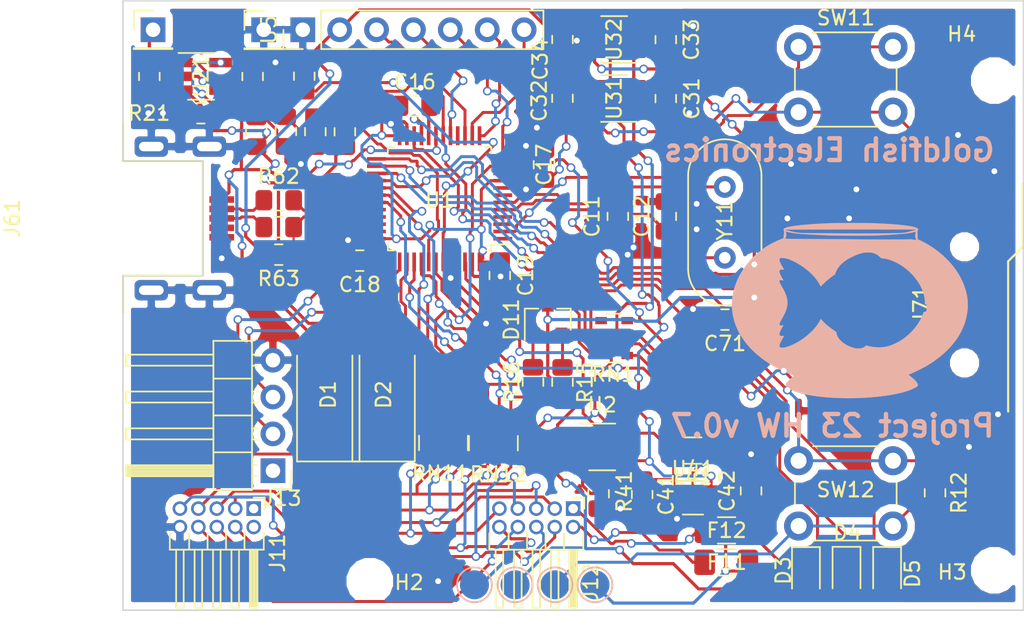
<source format=kicad_pcb>
(kicad_pcb (version 20171130) (host pcbnew "(5.0.0)")
  (title_block (title "Project 23") (date 2018-10-08) (rev "V 0.7") (company "Goldfish Electronics"))
  (layers (0 F.Cu signal) (31 B.Cu signal) (34 B.Paste user) (35 F.Paste user) (36 B.SilkS user) (37 F.SilkS user) (38 B.Mask user) (39 F.Mask user) (44 Edge.Cuts user))
  (net 0 "")
  (net 1 "Net-(C11-Pad1)")
  (net 2 GND)
  (net 3 "Net-(C12-Pad1)")
  (net 4 +3V3)
  (net 5 +BATT)
  (net 6 VBUS)
  (net 7 +5V)
  (net 8 "Net-(D3-Pad1)")
  (net 9 "Net-(D4-Pad1)")
  (net 10 "Net-(D5-Pad1)")
  (net 11 /Ana_In)
  (net 12 /Fwd_Limit)
  (net 13 /Quad_B)
  (net 14 "Net-(J11-Pad6)")
  (net 15 /Quad_A)
  (net 16 /Rev_Limit)
  (net 17 /Quad_Index)
  (net 18 /SWDIO)
  (net 19 /SWCLK)
  (net 20 /P+)
  (net 21 /P-)
  (net 22 /Power_Btn)
  (net 23 /D+)
  (net 24 /D-)
  (net 25 /Rev_LED)
  (net 26 /Pwr_LED)
  (net 27 /Fwd_LED)
  (net 28 /UI_Btn)
  (net 29 /OLED_RES)
  (net 30 /OLED_DC)
  (net 31 /OLED_CS)
  (net 32 /SCK)
  (net 33 /MOSI)
  (net 34 "Net-(J11-Pad3)")
  (net 35 "Net-(J11-Pad4)")
  (net 36 "Net-(J11-Pad5)")
  (net 37 "Net-(J11-Pad7)")
  (net 38 "Net-(J11-Pad8)")
  (net 39 "Net-(J11-Pad9)")
  (net 40 "Net-(F11-Pad2)")
  (net 41 "Net-(F12-Pad1)")
  (net 42 /3V3SB)
  (net 43 "Net-(D11-Pad1)")
  (net 44 "Net-(D11-Pad2)")
  (net 45 /SS2)
  (net 46 /MOSI2)
  (net 47 /SCK2)
  (net 48 /MISO2)
  (net 49 "Net-(R21-Pad1)")
  (net 50 /PWR_EN)
  (net 51 /R_DIV_En)
  (net 52 /VBus_Mon)
  (net 53 /Trigger)
  (net 54 /Batt_Mon)
  (net 55 /Stat)
  (net 56 VCC)
  (net 57 /SD_CD)
  (net 58 "Net-(L41-Pad1)")
  (net 59 "Net-(R41-Pad2)")
  (net 60 "Net-(J11-Pad1)")
  (net 61 "Net-(J11-Pad2)")
  (net 62 "Net-(J13-Pad1)")
  (net 63 "Net-(J71-Pad1)")
  (net 64 "Net-(J71-Pad8)")
  (net 65 "Net-(RN1-Pad1)")
  (net 66 "Net-(RN1-Pad8)")
  (net 67 "Net-(RN12-Pad8)")
  (net 68 "Net-(RN12-Pad1)")
  (net 69 "Net-(U1-Pad1)")
  (net 70 "Net-(U1-Pad3)")
  (net 71 "Net-(U1-Pad4)")
  (net 72 /Reset)
  (net 73 /MISO)
  (net 74 "Net-(U31-Pad4)")
  (net 75 "Net-(U32-Pad4)")
  (module Resistor_SMD:R_0805_2012Metric_Pad1.15x1.40mm_HandSolder (layer F.Cu) (at 60.725 55.6)
    (fp_text reference R61 hide)
    (fp_text value 20R)
    (pad 2 smd roundrect (at 1.025 0) (size 1.15 1.4) (layers F.Cu F.Paste F.Mask) (roundrect_rratio 0.217391) (net 23 /D+))
    (pad 1 smd roundrect (at -1.025 0) (size 1.15 1.4) (layers F.Cu F.Paste F.Mask) (roundrect_rratio 0.217391) (net 20 /P+))
  )
  (module TestPoint:TestPoint_Pad_D2.0mm (layer B.Cu) (at 74.2 80.25)
    (fp_text reference TP75 hide)
    (fp_text value GND)
    (pad 1 smd circle (at 0 0) (size 2 2) (layers B.Cu B.Mask) (net 2 GND))
  )
  (module Connector_PinHeader_1.27mm:PinHeader_2x05_P1.27mm_Horizontal (layer F.Cu) (at 81 75 270)
    (fp_text reference J12 (at 5.07 -1.2 270) (layer F.SilkS))
    (fp_text value "SRX 2")
    (pad 10 thru_hole oval (at 1.27 5.08 270) (size 1 1) (drill 0.65) (layers *.Cu *.Mask) (net 2 GND))
    (pad 9 thru_hole oval (at 0 5.08 270) (size 1 1) (drill 0.65) (layers *.Cu *.Mask) (net 39 "Net-(J11-Pad9)"))
    (pad 8 thru_hole oval (at 1.27 3.81 270) (size 1 1) (drill 0.65) (layers *.Cu *.Mask) (net 38 "Net-(J11-Pad8)"))
    (pad 7 thru_hole oval (at 0 3.81 270) (size 1 1) (drill 0.65) (layers *.Cu *.Mask) (net 37 "Net-(J11-Pad7)"))
    (pad 6 thru_hole oval (at 1.27 2.54 270) (size 1 1) (drill 0.65) (layers *.Cu *.Mask) (net 14 "Net-(J11-Pad6)"))
    (pad 5 thru_hole oval (at 0 2.54 270) (size 1 1) (drill 0.65) (layers *.Cu *.Mask) (net 36 "Net-(J11-Pad5)"))
    (pad 4 thru_hole oval (at 1.27 1.27 270) (size 1 1) (drill 0.65) (layers *.Cu *.Mask) (net 35 "Net-(J11-Pad4)"))
    (pad 3 thru_hole oval (at 0 1.27 270) (size 1 1) (drill 0.65) (layers *.Cu *.Mask) (net 34 "Net-(J11-Pad3)"))
    (pad 2 thru_hole oval (at 1.27 0 270) (size 1 1) (drill 0.65) (layers *.Cu *.Mask) (net 40 "Net-(F11-Pad2)"))
    (pad 1 thru_hole rect (at 0 0 270) (size 1 1) (drill 0.65) (layers *.Cu *.Mask) (net 41 "Net-(F12-Pad1)"))
  )
  (module Connector_PinHeader_2.54mm:PinHeader_1x04_P2.54mm_Horizontal (layer F.Cu) (at 60.325 72.39 180)
    (fp_text reference J13 (at -0.635 -1.905 180) (layer F.SilkS))
    (fp_text value SWD)
    (pad 1 thru_hole rect (at 0 0 180) (size 1.7 1.7) (drill 1) (layers *.Cu *.Mask) (net 62 "Net-(J13-Pad1)"))
    (pad 2 thru_hole oval (at 0 2.54 180) (size 1.7 1.7) (drill 1) (layers *.Cu *.Mask) (net 18 /SWDIO))
    (pad 3 thru_hole oval (at 0 5.08 180) (size 1.7 1.7) (drill 1) (layers *.Cu *.Mask) (net 19 /SWCLK))
    (pad 4 thru_hole oval (at 0 7.62 180) (size 1.7 1.7) (drill 1) (layers *.Cu *.Mask) (net 2 GND))
  )
  (module Connector_PinHeader_1.27mm:PinHeader_2x05_P1.27mm_Horizontal (layer F.Cu) (at 59 75 270)
    (fp_text reference J11 (at 3.0675 -1.635 270) (layer F.SilkS))
    (fp_text value "SRX 1")
    (pad 1 thru_hole rect (at 0 0 270) (size 1 1) (drill 0.65) (layers *.Cu *.Mask) (net 60 "Net-(J11-Pad1)"))
    (pad 2 thru_hole oval (at 1.27 0 270) (size 1 1) (drill 0.65) (layers *.Cu *.Mask) (net 61 "Net-(J11-Pad2)"))
    (pad 3 thru_hole oval (at 0 1.27 270) (size 1 1) (drill 0.65) (layers *.Cu *.Mask) (net 34 "Net-(J11-Pad3)"))
    (pad 4 thru_hole oval (at 1.27 1.27 270) (size 1 1) (drill 0.65) (layers *.Cu *.Mask) (net 35 "Net-(J11-Pad4)"))
    (pad 5 thru_hole oval (at 0 2.54 270) (size 1 1) (drill 0.65) (layers *.Cu *.Mask) (net 36 "Net-(J11-Pad5)"))
    (pad 6 thru_hole oval (at 1.27 2.54 270) (size 1 1) (drill 0.65) (layers *.Cu *.Mask) (net 14 "Net-(J11-Pad6)"))
    (pad 7 thru_hole oval (at 0 3.81 270) (size 1 1) (drill 0.65) (layers *.Cu *.Mask) (net 37 "Net-(J11-Pad7)"))
    (pad 8 thru_hole oval (at 1.27 3.81 270) (size 1 1) (drill 0.65) (layers *.Cu *.Mask) (net 38 "Net-(J11-Pad8)"))
    (pad 9 thru_hole oval (at 0 5.08 270) (size 1 1) (drill 0.65) (layers *.Cu *.Mask) (net 39 "Net-(J11-Pad9)"))
    (pad 10 thru_hole oval (at 1.27 5.08 270) (size 1 1) (drill 0.65) (layers *.Cu *.Mask) (net 2 GND))
  )
  (module Resistor_SMD:R_0805_2012Metric_Pad1.15x1.40mm_HandSolder (layer F.Cu) (at 82.75 73.975 90)
    (fp_text reference R41 (at 0.157 1.768 90) (layer F.SilkS))
    (fp_text value 10k)
    (pad 1 smd roundrect (at -1.025 0 90) (size 1.15 1.4) (layers F.Cu F.Paste F.Mask) (roundrect_rratio 0.217391) (net 2 GND))
    (pad 2 smd roundrect (at 1.025 0 90) (size 1.15 1.4) (layers F.Cu F.Paste F.Mask) (roundrect_rratio 0.217391) (net 59 "Net-(R41-Pad2)"))
  )
  (module Crystal:Crystal_HC49-4H_Vertical (layer F.Cu) (at 91.44 52.832 270)
    (fp_text reference Y11 (at 2.298 0 270) (layer F.SilkS))
    (fp_text value "8 MHz")
    (pad 1 thru_hole circle (at 0 0 270) (size 1.5 1.5) (drill 0.8) (layers *.Cu *.Mask) (net 1 "Net-(C11-Pad1)"))
    (pad 2 thru_hole circle (at 4.88 0 270) (size 1.5 1.5) (drill 0.8) (layers *.Cu *.Mask) (net 3 "Net-(C12-Pad1)"))
  )
  (module Capacitor_SMD:C_0805_2012Metric_Pad1.15x1.40mm_HandSolder (layer F.Cu) (at 84.074 54.864 270)
    (fp_text reference C11 (at 0 1.778 270) (layer F.SilkS))
    (fp_text value 20p)
    (pad 1 smd roundrect (at -1.025 0 270) (size 1.15 1.4) (layers F.Cu F.Paste F.Mask) (roundrect_rratio 0.217391) (net 1 "Net-(C11-Pad1)"))
    (pad 2 smd roundrect (at 1.025 0 270) (size 1.15 1.4) (layers F.Cu F.Paste F.Mask) (roundrect_rratio 0.217391) (net 2 GND))
  )
  (module Capacitor_SMD:C_0805_2012Metric_Pad1.15x1.40mm_HandSolder (layer F.Cu) (at 87.376 54.864 90)
    (fp_text reference C12 (at 0 -1.65 90) (layer F.SilkS))
    (fp_text value 20p)
    (pad 1 smd roundrect (at -1.025 0 90) (size 1.15 1.4) (layers F.Cu F.Paste F.Mask) (roundrect_rratio 0.217391) (net 3 "Net-(C12-Pad1)"))
    (pad 2 smd roundrect (at 1.025 0 90) (size 1.15 1.4) (layers F.Cu F.Paste F.Mask) (roundrect_rratio 0.217391) (net 2 GND))
  )
  (module Capacitor_SMD:C_0805_2012Metric_Pad1.15x1.40mm_HandSolder (layer F.Cu) (at 70.095 47.244)
    (fp_text reference C16 (at 0 -1.65) (layer F.SilkS))
    (fp_text value 0.1uF)
    (pad 1 smd roundrect (at -1.025 0) (size 1.15 1.4) (layers F.Cu F.Paste F.Mask) (roundrect_rratio 0.217391) (net 42 /3V3SB))
    (pad 2 smd roundrect (at 1.025 0) (size 1.15 1.4) (layers F.Cu F.Paste F.Mask) (roundrect_rratio 0.217391) (net 2 GND))
  )
  (module Capacitor_SMD:C_0805_2012Metric_Pad1.15x1.40mm_HandSolder (layer F.Cu) (at 78.994 51.299 90)
    (fp_text reference C17 (at 0 0 90) (layer F.SilkS))
    (fp_text value 0.1uF)
    (pad 2 smd roundrect (at 1.025 0 90) (size 1.15 1.4) (layers F.Cu F.Paste F.Mask) (roundrect_rratio 0.217391) (net 2 GND))
    (pad 1 smd roundrect (at -1.025 0 90) (size 1.15 1.4) (layers F.Cu F.Paste F.Mask) (roundrect_rratio 0.217391) (net 42 /3V3SB))
  )
  (module Capacitor_SMD:C_0805_2012Metric_Pad1.15x1.40mm_HandSolder (layer F.Cu) (at 66.303 57.912 180)
    (fp_text reference C18 (at 0 -1.65 180) (layer F.SilkS))
    (fp_text value 0.1uF)
    (pad 1 smd roundrect (at -1.025 0 180) (size 1.15 1.4) (layers F.Cu F.Paste F.Mask) (roundrect_rratio 0.217391) (net 42 /3V3SB))
    (pad 2 smd roundrect (at 1.025 0 180) (size 1.15 1.4) (layers F.Cu F.Paste F.Mask) (roundrect_rratio 0.217391) (net 2 GND))
  )
  (module Capacitor_SMD:C_0805_2012Metric_Pad1.15x1.40mm_HandSolder (layer F.Cu) (at 75.946 58.937 270)
    (fp_text reference C19 (at -0.009 -1.778 270) (layer F.SilkS))
    (fp_text value 0.1uF)
    (pad 1 smd roundrect (at -1.025 0 270) (size 1.15 1.4) (layers F.Cu F.Paste F.Mask) (roundrect_rratio 0.217391) (net 42 /3V3SB))
    (pad 2 smd roundrect (at 1.025 0 270) (size 1.15 1.4) (layers F.Cu F.Paste F.Mask) (roundrect_rratio 0.217391) (net 2 GND))
  )
  (module Capacitor_SMD:C_0805_2012Metric_Pad1.15x1.40mm_HandSolder (layer F.Cu) (at 58.928 45.221 90)
    (fp_text reference C21 hide)
    (fp_text value 1uF)
    (pad 2 smd roundrect (at 1.025 0 90) (size 1.15 1.4) (layers F.Cu F.Paste F.Mask) (roundrect_rratio 0.217391) (net 2 GND))
    (pad 1 smd roundrect (at -1.025 0 90) (size 1.15 1.4) (layers F.Cu F.Paste F.Mask) (roundrect_rratio 0.217391) (net 6 VBUS))
  )
  (module Capacitor_SMD:C_0805_2012Metric_Pad1.15x1.40mm_HandSolder (layer F.Cu) (at 51.816 45.221 270)
    (fp_text reference C22 hide)
    (fp_text value 1uF)
    (pad 2 smd roundrect (at 1.025 0 270) (size 1.15 1.4) (layers F.Cu F.Paste F.Mask) (roundrect_rratio 0.217391) (net 2 GND))
    (pad 1 smd roundrect (at -1.025 0 270) (size 1.15 1.4) (layers F.Cu F.Paste F.Mask) (roundrect_rratio 0.217391) (net 5 +BATT))
  )
  (module Capacitor_SMD:C_0805_2012Metric_Pad1.15x1.40mm_HandSolder (layer F.Cu) (at 87.376 46.745 270)
    (fp_text reference C31 (at 0.005 -1.794 270) (layer F.SilkS))
    (fp_text value 1uF)
    (pad 2 smd roundrect (at 1.025 0 270) (size 1.15 1.4) (layers F.Cu F.Paste F.Mask) (roundrect_rratio 0.217391) (net 2 GND))
    (pad 1 smd roundrect (at -1.025 0 270) (size 1.15 1.4) (layers F.Cu F.Paste F.Mask) (roundrect_rratio 0.217391) (net 56 VCC))
  )
  (module Capacitor_SMD:C_0805_2012Metric_Pad1.15x1.40mm_HandSolder (layer F.Cu) (at 80.264 46.727 90)
    (fp_text reference C32 (at -0.173 -1.604 90) (layer F.SilkS))
    (fp_text value 1uF)
    (pad 1 smd roundrect (at -1.025 0 90) (size 1.15 1.4) (layers F.Cu F.Paste F.Mask) (roundrect_rratio 0.217391) (net 42 /3V3SB))
    (pad 2 smd roundrect (at 1.025 0 90) (size 1.15 1.4) (layers F.Cu F.Paste F.Mask) (roundrect_rratio 0.217391) (net 2 GND))
  )
  (module Capacitor_SMD:C_0805_2012Metric_Pad1.15x1.40mm_HandSolder (layer F.Cu) (at 87.376 42.681 90)
    (fp_text reference C33 (at 0.001 1.764 90) (layer F.SilkS))
    (fp_text value 1uF)
    (pad 1 smd roundrect (at -1.025 0 90) (size 1.15 1.4) (layers F.Cu F.Paste F.Mask) (roundrect_rratio 0.217391) (net 56 VCC))
    (pad 2 smd roundrect (at 1.025 0 90) (size 1.15 1.4) (layers F.Cu F.Paste F.Mask) (roundrect_rratio 0.217391) (net 2 GND))
  )
  (module Capacitor_SMD:C_0805_2012Metric_Pad1.15x1.40mm_HandSolder (layer F.Cu) (at 80.264 42.672 90)
    (fp_text reference C34 (at -1.368 -1.534 90) (layer F.SilkS))
    (fp_text value 1uF)
    (pad 2 smd roundrect (at 1.025 0 90) (size 1.15 1.4) (layers F.Cu F.Paste F.Mask) (roundrect_rratio 0.217391) (net 2 GND))
    (pad 1 smd roundrect (at -1.025 0 90) (size 1.15 1.4) (layers F.Cu F.Paste F.Mask) (roundrect_rratio 0.217391) (net 4 +3V3))
  )
  (module Capacitor_SMD:C_0805_2012Metric_Pad1.15x1.40mm_HandSolder (layer F.Cu) (at 91.449 61.976 180)
    (fp_text reference C71 (at 0 -1.65 180) (layer F.SilkS))
    (fp_text value 1uF)
    (pad 2 smd roundrect (at 1.025 0 180) (size 1.15 1.4) (layers F.Cu F.Paste F.Mask) (roundrect_rratio 0.217391) (net 2 GND))
    (pad 1 smd roundrect (at -1.025 0 180) (size 1.15 1.4) (layers F.Cu F.Paste F.Mask) (roundrect_rratio 0.217391) (net 4 +3V3))
  )
  (module Diode_SMD:D_SMB_Handsoldering (layer F.Cu) (at 64.135 67.15 90)
    (fp_text reference D1 (at 0 0 90) (layer F.SilkS))
    (fp_text value MBRS140)
    (pad 1 smd rect (at -2.7 0 90) (size 3.5 2.3) (layers F.Cu F.Paste F.Mask) (net 56 VCC))
    (pad 2 smd rect (at 2.7 0 90) (size 3.5 2.3) (layers F.Cu F.Paste F.Mask) (net 6 VBUS))
  )
  (module Diode_SMD:D_SMB_Handsoldering (layer F.Cu) (at 67.945 67.15 90)
    (fp_text reference D2 (at 0 0 90) (layer F.SilkS))
    (fp_text value MBRS140)
    (pad 2 smd rect (at 2.7 0 90) (size 3.5 2.3) (layers F.Cu F.Paste F.Mask) (net 5 +BATT))
    (pad 1 smd rect (at -2.7 0 90) (size 3.5 2.3) (layers F.Cu F.Paste F.Mask) (net 56 VCC))
  )
  (module LED_SMD:LED_0805_2012Metric_Pad1.15x1.40mm_HandSolder (layer F.Cu) (at 97.028 79.511 270)
    (fp_text reference D3 (at -0.241 1.558 90) (layer F.SilkS))
    (fp_text value LED)
    (pad 1 smd roundrect (at -1.025 0 270) (size 1.15 1.4) (layers F.Cu F.Paste F.Mask) (roundrect_rratio 0.217391) (net 8 "Net-(D3-Pad1)"))
    (pad 2 smd roundrect (at 1.025 0 270) (size 1.15 1.4) (layers F.Cu F.Paste F.Mask) (roundrect_rratio 0.217391) (net 4 +3V3))
  )
  (module LED_SMD:LED_0805_2012Metric_Pad1.15x1.40mm_HandSolder (layer F.Cu) (at 99.822 79.493 270)
    (fp_text reference D4 (at -2.823 -0.058) (layer F.SilkS))
    (fp_text value LED)
    (pad 2 smd roundrect (at 1.025 0 270) (size 1.15 1.4) (layers F.Cu F.Paste F.Mask) (roundrect_rratio 0.217391) (net 4 +3V3))
    (pad 1 smd roundrect (at -1.025 0 270) (size 1.15 1.4) (layers F.Cu F.Paste F.Mask) (roundrect_rratio 0.217391) (net 9 "Net-(D4-Pad1)"))
  )
  (module LED_SMD:LED_0805_2012Metric_Pad1.15x1.40mm_HandSolder (layer F.Cu) (at 102.616 79.502 270)
    (fp_text reference D5 (at -0.012 -1.744 270) (layer F.SilkS))
    (fp_text value LED)
    (pad 1 smd roundrect (at -1.025 0 270) (size 1.15 1.4) (layers F.Cu F.Paste F.Mask) (roundrect_rratio 0.217391) (net 10 "Net-(D5-Pad1)"))
    (pad 2 smd roundrect (at 1.025 0 270) (size 1.15 1.4) (layers F.Cu F.Paste F.Mask) (roundrect_rratio 0.217391) (net 4 +3V3))
  )
  (module Package_TO_SOT_SMD:SOT-23 (layer F.Cu) (at 79.248 61.976 90)
    (fp_text reference D11 (at 0 -2.5 90) (layer F.SilkS))
    (fp_text value MMBD1205)
    (pad 1 smd rect (at -1 -0.95 90) (size 0.9 0.8) (layers F.Cu F.Paste F.Mask) (net 43 "Net-(D11-Pad1)"))
    (pad 2 smd rect (at -1 0.95 90) (size 0.9 0.8) (layers F.Cu F.Paste F.Mask) (net 44 "Net-(D11-Pad2)"))
    (pad 3 smd rect (at 1 0 90) (size 0.9 0.8) (layers F.Cu F.Paste F.Mask) (net 4 +3V3))
  )
  (module Fuse:Fuse_1206_3216Metric_Pad1.42x1.75mm_HandSolder (layer F.Cu) (at 91.5375 78.7 180)
    (fp_text reference F11 (at -0.0365 0 180) (layer F.SilkS))
    (fp_text value 50mA)
    (pad 1 smd roundrect (at -1.4875 0 180) (size 1.425 1.75) (layers F.Cu F.Paste F.Mask) (roundrect_rratio 0.175439) (net 7 +5V))
    (pad 2 smd roundrect (at 1.4875 0 180) (size 1.425 1.75) (layers F.Cu F.Paste F.Mask) (roundrect_rratio 0.175439) (net 40 "Net-(F11-Pad2)"))
  )
  (module Fuse:Fuse_1206_3216Metric_Pad1.42x1.75mm_HandSolder (layer F.Cu) (at 91.5625 76.5)
    (fp_text reference F12 (at 0 0) (layer F.SilkS))
    (fp_text value 50mA)
    (pad 2 smd roundrect (at 1.4875 0) (size 1.425 1.75) (layers F.Cu F.Paste F.Mask) (roundrect_rratio 0.175439) (net 4 +3V3))
    (pad 1 smd roundrect (at -1.4875 0) (size 1.425 1.75) (layers F.Cu F.Paste F.Mask) (roundrect_rratio 0.175439) (net 41 "Net-(F12-Pad1)"))
  )
  (module Connector_PinHeader_2.54mm:PinHeader_1x01_P2.54mm_Vertical (layer F.Cu) (at 52.07 42)
    (fp_text reference J21 hide)
    (fp_text value "BATT +")
    (pad 1 thru_hole rect (at 0 0) (size 1.7 1.7) (drill 1) (layers *.Cu *.Mask) (net 5 +BATT))
  )
  (module Connector_PinHeader_2.54mm:PinHeader_1x01_P2.54mm_Vertical (layer F.Cu) (at 59.69 42.01)
    (fp_text reference J22 hide)
    (fp_text value BATT-)
    (pad 1 thru_hole rect (at 0 -0.01) (size 1.7 1.7) (drill 1) (layers *.Cu *.Mask) (net 2 GND))
  )
  (module "Project 23:micro sd holder" (layer F.Cu) (at 107.95 60.96 90)
    (fp_text reference J71 (at 0 -3 90) (layer F.SilkS))
    (fp_text value Micro_SD_Card_Det)
    (pad "" np_thru_hole circle (at -4 0 90) (size 1 1) (drill 1) (layers *.Cu *.Mask))
    (pad "" np_thru_hole circle (at 4 0 90) (size 1 1) (drill 1) (layers *.Cu *.Mask))
    (pad 11 smd rect (at -7.3 -0.4 90) (size 2.2 2.2) (layers F.Cu F.Paste F.Mask) (net 2 GND))
    (pad 11 smd rect (at 9.3 -0.4 90) (size 2.2 2.2) (layers F.Cu F.Paste F.Mask) (net 2 GND))
    (pad 11 smd rect (at -7.3 -10 90) (size 2.2 1.4) (layers F.Cu F.Paste F.Mask) (net 2 GND))
    (pad 11 smd rect (at 8.1 -10 90) (size 2.2 1.4) (layers F.Cu F.Paste F.Mask) (net 2 GND))
    (pad 1 smd rect (at 3.2 -10.7 90) (size 0.7 2) (layers F.Cu F.Paste F.Mask) (net 63 "Net-(J71-Pad1)"))
    (pad 2 smd rect (at 2.1 -10.7 90) (size 0.7 2) (layers F.Cu F.Paste F.Mask) (net 45 /SS2))
    (pad 3 smd rect (at 1 -10.7 90) (size 0.7 2) (layers F.Cu F.Paste F.Mask) (net 46 /MOSI2))
    (pad 4 smd rect (at -0.1 -10.7 90) (size 0.7 2) (layers F.Cu F.Paste F.Mask) (net 4 +3V3))
    (pad 5 smd rect (at -1.2 -10.7 90) (size 0.7 2) (layers F.Cu F.Paste F.Mask) (net 47 /SCK2))
    (pad 6 smd rect (at -2.3 -10.7 90) (size 0.7 2) (layers F.Cu F.Paste F.Mask) (net 2 GND))
    (pad 7 smd rect (at -3.4 -10.7 90) (size 0.7 2) (layers F.Cu F.Paste F.Mask) (net 48 /MISO2))
    (pad 8 smd rect (at -4.5 -10.7 90) (size 0.7 2) (layers F.Cu F.Paste F.Mask) (net 64 "Net-(J71-Pad8)"))
    (pad 9 smd rect (at -5.6 -10.7 90) (size 0.7 2) (layers F.Cu F.Paste F.Mask) (net 57 /SD_CD))
  )
  (module Resistor_SMD:R_0805_2012Metric_Pad1.15x1.40mm_HandSolder (layer F.Cu) (at 105.918 73.914 270)
    (fp_text reference R12 (at 0 -1.65 270) (layer F.SilkS))
    (fp_text value 10k)
    (pad 2 smd roundrect (at 1.025 0 270) (size 1.15 1.4) (layers F.Cu F.Paste F.Mask) (roundrect_rratio 0.217391) (net 2 GND))
    (pad 1 smd roundrect (at -1.025 0 270) (size 1.15 1.4) (layers F.Cu F.Paste F.Mask) (roundrect_rratio 0.217391) (net 22 /Power_Btn))
  )
  (module Resistor_SMD:R_0805_2012Metric_Pad1.15x1.40mm_HandSolder (layer F.Cu) (at 80.264 66.294 270)
    (fp_text reference R15 (at -0.004 -1.556 270) (layer F.SilkS))
    (fp_text value 10k)
    (pad 1 smd roundrect (at -1.025 0 270) (size 1.15 1.4) (layers F.Cu F.Paste F.Mask) (roundrect_rratio 0.217391) (net 44 "Net-(D11-Pad2)"))
    (pad 2 smd roundrect (at 1.025 0 270) (size 1.15 1.4) (layers F.Cu F.Paste F.Mask) (roundrect_rratio 0.217391) (net 12 /Fwd_Limit))
  )
  (module Resistor_SMD:R_0805_2012Metric_Pad1.15x1.40mm_HandSolder (layer F.Cu) (at 78.232 66.285 270)
    (fp_text reference R16 (at -0.015 1.462 270) (layer F.SilkS))
    (fp_text value 10k)
    (pad 2 smd roundrect (at 1.025 0 270) (size 1.15 1.4) (layers F.Cu F.Paste F.Mask) (roundrect_rratio 0.217391) (net 16 /Rev_Limit))
    (pad 1 smd roundrect (at -1.025 0 270) (size 1.15 1.4) (layers F.Cu F.Paste F.Mask) (roundrect_rratio 0.217391) (net 43 "Net-(D11-Pad1)"))
  )
  (module Resistor_SMD:R_0805_2012Metric_Pad1.15x1.40mm_HandSolder (layer F.Cu) (at 55.363 47.752 180)
    (fp_text reference R21 (at 3.565 0 180) (layer F.SilkS))
    (fp_text value 5K1)
    (pad 2 smd roundrect (at 1.025 0 180) (size 1.15 1.4) (layers F.Cu F.Paste F.Mask) (roundrect_rratio 0.217391) (net 2 GND))
    (pad 1 smd roundrect (at -1.025 0 180) (size 1.15 1.4) (layers F.Cu F.Paste F.Mask) (roundrect_rratio 0.217391) (net 49 "Net-(R21-Pad1)"))
  )
  (module Resistor_SMD:R_0805_2012Metric_Pad1.15x1.40mm_HandSolder (layer F.Cu) (at 62.484 45.203 270)
    (fp_text reference R22 hide)
    (fp_text value 10k)
    (pad 1 smd roundrect (at -1.025 0 270) (size 1.15 1.4) (layers F.Cu F.Paste F.Mask) (roundrect_rratio 0.217391) (net 4 +3V3))
    (pad 2 smd roundrect (at 1.025 0 270) (size 1.15 1.4) (layers F.Cu F.Paste F.Mask) (roundrect_rratio 0.217391) (net 55 /Stat))
  )
  (module Resistor_SMD:R_0805_2012Metric_Pad1.15x1.40mm_HandSolder (layer F.Cu) (at 60.725 53.75)
    (fp_text reference R62 (at 0 -1.65) (layer F.SilkS))
    (fp_text value 20R)
    (pad 1 smd roundrect (at -1.025 0) (size 1.15 1.4) (layers F.Cu F.Paste F.Mask) (roundrect_rratio 0.217391) (net 21 /P-))
    (pad 2 smd roundrect (at 1.025 0) (size 1.15 1.4) (layers F.Cu F.Paste F.Mask) (roundrect_rratio 0.217391) (net 24 /D-))
  )
  (module Resistor_SMD:R_0805_2012Metric_Pad1.15x1.40mm_HandSolder (layer F.Cu) (at 60.725 57.5 180)
    (fp_text reference R63 (at 0 -1.65 180) (layer F.SilkS))
    (fp_text value 1.5k)
    (pad 1 smd roundrect (at -1.025 0 180) (size 1.15 1.4) (layers F.Cu F.Paste F.Mask) (roundrect_rratio 0.217391) (net 23 /D+))
    (pad 2 smd roundrect (at 1.025 0 180) (size 1.15 1.4) (layers F.Cu F.Paste F.Mask) (roundrect_rratio 0.217391) (net 4 +3V3))
  )
  (module Resistor_SMD:R_0805_2012Metric_Pad1.15x1.40mm_HandSolder (layer F.Cu) (at 59.182 49.031 90)
    (fp_text reference R81 hide)
    (fp_text value 10k)
    (pad 2 smd roundrect (at 1.025 0 90) (size 1.15 1.4) (layers F.Cu F.Paste F.Mask) (roundrect_rratio 0.217391) (net 54 /Batt_Mon))
    (pad 1 smd roundrect (at -1.025 0 90) (size 1.15 1.4) (layers F.Cu F.Paste F.Mask) (roundrect_rratio 0.217391) (net 5 +BATT))
  )
  (module Resistor_SMD:R_0805_2012Metric_Pad1.15x1.40mm_HandSolder (layer F.Cu) (at 61.214 49.013 90)
    (fp_text reference R82 hide)
    (fp_text value 10k)
    (pad 1 smd roundrect (at -1.025 0 90) (size 1.15 1.4) (layers F.Cu F.Paste F.Mask) (roundrect_rratio 0.217391) (net 54 /Batt_Mon))
    (pad 2 smd roundrect (at 1.025 0 90) (size 1.15 1.4) (layers F.Cu F.Paste F.Mask) (roundrect_rratio 0.217391) (net 51 /R_DIV_En))
  )
  (module Resistor_SMD:R_0805_2012Metric_Pad1.15x1.40mm_HandSolder (layer F.Cu) (at 65.278 49.031 90)
    (fp_text reference R83 hide)
    (fp_text value 10k)
    (pad 1 smd roundrect (at -1.025 0 90) (size 1.15 1.4) (layers F.Cu F.Paste F.Mask) (roundrect_rratio 0.217391) (net 6 VBUS))
    (pad 2 smd roundrect (at 1.025 0 90) (size 1.15 1.4) (layers F.Cu F.Paste F.Mask) (roundrect_rratio 0.217391) (net 52 /VBus_Mon))
  )
  (module Resistor_SMD:R_0805_2012Metric_Pad1.15x1.40mm_HandSolder (layer F.Cu) (at 63.246 49.022 270)
    (fp_text reference R84 hide)
    (fp_text value 10k)
    (pad 2 smd roundrect (at 1.025 0 270) (size 1.15 1.4) (layers F.Cu F.Paste F.Mask) (roundrect_rratio 0.217391) (net 2 GND))
    (pad 1 smd roundrect (at -1.025 0 270) (size 1.15 1.4) (layers F.Cu F.Paste F.Mask) (roundrect_rratio 0.217391) (net 52 /VBus_Mon))
  )
  (module Resistor_SMD:R_Array_Convex_4x0603 (layer F.Cu) (at 83.82 63.246)
    (fp_text reference RN1 (at -0.06 2.494) (layer F.SilkS))
    (fp_text value 1k)
    (pad 1 smd rect (at -0.9 -1.2) (size 0.8 0.5) (layers F.Cu F.Paste F.Mask) (net 65 "Net-(RN1-Pad1)"))
    (pad 3 smd rect (at -0.9 0.4) (size 0.8 0.4) (layers F.Cu F.Paste F.Mask) (net 25 /Rev_LED))
    (pad 2 smd rect (at -0.9 -0.4) (size 0.8 0.4) (layers F.Cu F.Paste F.Mask) (net 26 /Pwr_LED))
    (pad 4 smd rect (at -0.9 1.2) (size 0.8 0.5) (layers F.Cu F.Paste F.Mask) (net 27 /Fwd_LED))
    (pad 7 smd rect (at 0.9 -0.4) (size 0.8 0.4) (layers F.Cu F.Paste F.Mask) (net 10 "Net-(D5-Pad1)"))
    (pad 8 smd rect (at 0.9 -1.2) (size 0.8 0.5) (layers F.Cu F.Paste F.Mask) (net 66 "Net-(RN1-Pad8)"))
    (pad 6 smd rect (at 0.9 0.4) (size 0.8 0.4) (layers F.Cu F.Paste F.Mask) (net 9 "Net-(D4-Pad1)"))
    (pad 5 smd rect (at 0.9 1.2) (size 0.8 0.5) (layers F.Cu F.Paste F.Mask) (net 8 "Net-(D3-Pad1)"))
  )
  (module Resistor_SMD:R_Array_Convex_4x0603 (layer F.Cu) (at 72.066 70.474 270)
    (fp_text reference RN11 (at 2.096 0.206) (layer F.SilkS))
    (fp_text value 1k)
    (pad 1 smd rect (at -0.9 -1.2 270) (size 0.8 0.5) (layers F.Cu F.Paste F.Mask) (net 11 /Ana_In))
    (pad 3 smd rect (at -0.9 0.4 270) (size 0.8 0.4) (layers F.Cu F.Paste F.Mask) (net 15 /Quad_A))
    (pad 2 smd rect (at -0.9 -0.4 270) (size 0.8 0.4) (layers F.Cu F.Paste F.Mask) (net 13 /Quad_B))
    (pad 4 smd rect (at -0.9 1.2 270) (size 0.8 0.5) (layers F.Cu F.Paste F.Mask) (net 17 /Quad_Index))
    (pad 7 smd rect (at 0.9 -0.4 270) (size 0.8 0.4) (layers F.Cu F.Paste F.Mask) (net 36 "Net-(J11-Pad5)"))
    (pad 8 smd rect (at 0.9 -1.2 270) (size 0.8 0.5) (layers F.Cu F.Paste F.Mask) (net 34 "Net-(J11-Pad3)"))
    (pad 6 smd rect (at 0.9 0.4 270) (size 0.8 0.4) (layers F.Cu F.Paste F.Mask) (net 37 "Net-(J11-Pad7)"))
    (pad 5 smd rect (at 0.9 1.2 270) (size 0.8 0.5) (layers F.Cu F.Paste F.Mask) (net 39 "Net-(J11-Pad9)"))
  )
  (module Resistor_SMD:R_Array_Convex_4x0603 (layer F.Cu) (at 75.508 70.496 90)
    (fp_text reference RN12 (at -2.134 0.352 180) (layer F.SilkS))
    (fp_text value 1k)
    (pad 5 smd rect (at 0.9 1.2 90) (size 0.8 0.5) (layers F.Cu F.Paste F.Mask) (net 16 /Rev_Limit))
    (pad 6 smd rect (at 0.9 0.4 90) (size 0.8 0.4) (layers F.Cu F.Paste F.Mask) (net 53 /Trigger))
    (pad 8 smd rect (at 0.9 -1.2 90) (size 0.8 0.5) (layers F.Cu F.Paste F.Mask) (net 67 "Net-(RN12-Pad8)"))
    (pad 7 smd rect (at 0.9 -0.4 90) (size 0.8 0.4) (layers F.Cu F.Paste F.Mask) (net 12 /Fwd_Limit))
    (pad 4 smd rect (at -0.9 1.2 90) (size 0.8 0.5) (layers F.Cu F.Paste F.Mask) (net 38 "Net-(J11-Pad8)"))
    (pad 2 smd rect (at -0.9 -0.4 90) (size 0.8 0.4) (layers F.Cu F.Paste F.Mask) (net 35 "Net-(J11-Pad4)"))
    (pad 3 smd rect (at -0.9 0.4 90) (size 0.8 0.4) (layers F.Cu F.Paste F.Mask) (net 14 "Net-(J11-Pad6)"))
    (pad 1 smd rect (at -0.9 -1.2 90) (size 0.8 0.5) (layers F.Cu F.Paste F.Mask) (net 68 "Net-(RN12-Pad1)"))
  )
  (module Button_Switch_THT:SW_PUSH_6mm_H5mm (layer F.Cu) (at 96.52 43.18)
    (fp_text reference SW11 (at 3.25 -2) (layer F.SilkS))
    (fp_text value UI_Btn)
    (pad 1 thru_hole circle (at 6.5 0 90) (size 2 2) (drill 1.1) (layers *.Cu *.Mask) (net 28 /UI_Btn))
    (pad 2 thru_hole circle (at 6.5 4.5 90) (size 2 2) (drill 1.1) (layers *.Cu *.Mask) (net 42 /3V3SB))
    (pad 1 thru_hole circle (at 0 0 90) (size 2 2) (drill 1.1) (layers *.Cu *.Mask) (net 28 /UI_Btn))
    (pad 2 thru_hole circle (at 0 4.5 90) (size 2 2) (drill 1.1) (layers *.Cu *.Mask) (net 42 /3V3SB))
  )
  (module Button_Switch_THT:SW_PUSH_6mm_H5mm (layer F.Cu) (at 96.52 71.7)
    (fp_text reference SW12 (at 3.24 2) (layer F.SilkS))
    (fp_text value PWR_BTN)
    (pad 2 thru_hole circle (at 0 4.5 90) (size 2 2) (drill 1.1) (layers *.Cu *.Mask) (net 42 /3V3SB))
    (pad 1 thru_hole circle (at 0 0 90) (size 2 2) (drill 1.1) (layers *.Cu *.Mask) (net 22 /Power_Btn))
    (pad 2 thru_hole circle (at 6.5 4.5 90) (size 2 2) (drill 1.1) (layers *.Cu *.Mask) (net 42 /3V3SB))
    (pad 1 thru_hole circle (at 6.5 0 90) (size 2 2) (drill 1.1) (layers *.Cu *.Mask) (net 22 /Power_Btn))
  )
  (module TestPoint:TestPoint_Pad_D2.0mm (layer B.Cu) (at 79.75 80.25)
    (fp_text reference TP31 hide)
    (fp_text value 3V3SB)
    (pad 1 smd circle (at 0 0) (size 2 2) (layers B.Cu B.Mask) (net 42 /3V3SB))
  )
  (module TestPoint:TestPoint_Pad_D2.0mm (layer B.Cu) (at 77 80.25)
    (fp_text reference TP32 hide)
    (fp_text value 3V3)
    (pad 1 smd circle (at 0 0) (size 2 2) (layers B.Cu B.Mask) (net 4 +3V3))
  )
  (module TestPoint:TestPoint_Pad_D2.0mm (layer B.Cu) (at 82.5 80.25)
    (fp_text reference TP41 hide)
    (fp_text value 5V)
    (pad 1 smd circle (at 0 0) (size 2 2) (layers B.Cu B.Mask) (net 7 +5V))
  )
  (module Package_QFP:LQFP-48_7x7mm_P0.5mm (layer F.Cu) (at 71.8 53.65 180)
    (fp_text reference U1 (at 0 -0.1 180) (layer F.SilkS))
    (fp_text value STM32F103C8T7)
    (pad 1 smd rect (at -4.35 -2.75 180) (size 1.3 0.25) (layers F.Cu F.Paste F.Mask) (net 69 "Net-(U1-Pad1)"))
    (pad 2 smd rect (at -4.35 -2.25 180) (size 1.3 0.25) (layers F.Cu F.Paste F.Mask) (net 28 /UI_Btn))
    (pad 3 smd rect (at -4.35 -1.75 180) (size 1.3 0.25) (layers F.Cu F.Paste F.Mask) (net 70 "Net-(U1-Pad3)"))
    (pad 4 smd rect (at -4.35 -1.25 180) (size 1.3 0.25) (layers F.Cu F.Paste F.Mask) (net 71 "Net-(U1-Pad4)"))
    (pad 5 smd rect (at -4.35 -0.75 180) (size 1.3 0.25) (layers F.Cu F.Paste F.Mask) (net 3 "Net-(C12-Pad1)"))
    (pad 6 smd rect (at -4.35 -0.25 180) (size 1.3 0.25) (layers F.Cu F.Paste F.Mask) (net 1 "Net-(C11-Pad1)"))
    (pad 7 smd rect (at -4.35 0.25 180) (size 1.3 0.25) (layers F.Cu F.Paste F.Mask) (net 72 /Reset))
    (pad 8 smd rect (at -4.35 0.75 180) (size 1.3 0.25) (layers F.Cu F.Paste F.Mask) (net 2 GND))
    (pad 9 smd rect (at -4.35 1.25 180) (size 1.3 0.25) (layers F.Cu F.Paste F.Mask) (net 42 /3V3SB))
    (pad 10 smd rect (at -4.35 1.75 180) (size 1.3 0.25) (layers F.Cu F.Paste F.Mask) (net 22 /Power_Btn))
    (pad 11 smd rect (at -4.35 2.25 180) (size 1.3 0.25) (layers F.Cu F.Paste F.Mask) (net 11 /Ana_In))
    (pad 12 smd rect (at -4.35 2.75 180) (size 1.3 0.25) (layers F.Cu F.Paste F.Mask) (net 29 /OLED_RES))
    (pad 13 smd rect (at -2.75 4.35 270) (size 1.3 0.25) (layers F.Cu F.Paste F.Mask) (net 30 /OLED_DC))
    (pad 14 smd rect (at -2.25 4.35 270) (size 1.3 0.25) (layers F.Cu F.Paste F.Mask) (net 31 /OLED_CS))
    (pad 15 smd rect (at -1.75 4.35 270) (size 1.3 0.25) (layers F.Cu F.Paste F.Mask) (net 32 /SCK))
    (pad 16 smd rect (at -1.25 4.35 270) (size 1.3 0.25) (layers F.Cu F.Paste F.Mask) (net 73 /MISO))
    (pad 17 smd rect (at -0.75 4.35 270) (size 1.3 0.25) (layers F.Cu F.Paste F.Mask) (net 33 /MOSI))
    (pad 18 smd rect (at -0.25 4.35 270) (size 1.3 0.25) (layers F.Cu F.Paste F.Mask) (net 52 /VBus_Mon))
    (pad 19 smd rect (at 0.25 4.35 270) (size 1.3 0.25) (layers F.Cu F.Paste F.Mask) (net 54 /Batt_Mon))
    (pad 20 smd rect (at 0.75 4.35 270) (size 1.3 0.25) (layers F.Cu F.Paste F.Mask) (net 2 GND))
    (pad 21 smd rect (at 1.25 4.35 270) (size 1.3 0.25) (layers F.Cu F.Paste F.Mask) (net 25 /Rev_LED))
    (pad 22 smd rect (at 1.75 4.35 270) (size 1.3 0.25) (layers F.Cu F.Paste F.Mask) (net 26 /Pwr_LED))
    (pad 23 smd rect (at 2.25 4.35 270) (size 1.3 0.25) (layers F.Cu F.Paste F.Mask) (net 2 GND))
    (pad 24 smd rect (at 2.75 4.35 270) (size 1.3 0.25) (layers F.Cu F.Paste F.Mask) (net 42 /3V3SB))
    (pad 25 smd rect (at 4.35 2.75 180) (size 1.3 0.25) (layers F.Cu F.Paste F.Mask) (net 45 /SS2))
    (pad 26 smd rect (at 4.35 2.25 180) (size 1.3 0.25) (layers F.Cu F.Paste F.Mask) (net 47 /SCK2))
    (pad 27 smd rect (at 4.35 1.75 180) (size 1.3 0.25) (layers F.Cu F.Paste F.Mask) (net 48 /MISO2))
    (pad 28 smd rect (at 4.35 1.25 180) (size 1.3 0.25) (layers F.Cu F.Paste F.Mask) (net 46 /MOSI2))
    (pad 29 smd rect (at 4.35 0.75 180) (size 1.3 0.25) (layers F.Cu F.Paste F.Mask) (net 15 /Quad_A))
    (pad 30 smd rect (at 4.35 0.25 180) (size 1.3 0.25) (layers F.Cu F.Paste F.Mask) (net 13 /Quad_B))
    (pad 31 smd rect (at 4.35 -0.25 180) (size 1.3 0.25) (layers F.Cu F.Paste F.Mask) (net 53 /Trigger))
    (pad 32 smd rect (at 4.35 -0.75 180) (size 1.3 0.25) (layers F.Cu F.Paste F.Mask) (net 24 /D-))
    (pad 33 smd rect (at 4.35 -1.25 180) (size 1.3 0.25) (layers F.Cu F.Paste F.Mask) (net 23 /D+))
    (pad 34 smd rect (at 4.35 -1.75 180) (size 1.3 0.25) (layers F.Cu F.Paste F.Mask) (net 18 /SWDIO))
    (pad 35 smd rect (at 4.35 -2.25 180) (size 1.3 0.25) (layers F.Cu F.Paste F.Mask) (net 2 GND))
    (pad 36 smd rect (at 4.35 -2.75 180) (size 1.3 0.25) (layers F.Cu F.Paste F.Mask) (net 42 /3V3SB))
    (pad 37 smd rect (at 2.75 -4.35 270) (size 1.3 0.25) (layers F.Cu F.Paste F.Mask) (net 19 /SWCLK))
    (pad 38 smd rect (at 2.25 -4.35 270) (size 1.3 0.25) (layers F.Cu F.Paste F.Mask) (net 17 /Quad_Index))
    (pad 39 smd rect (at 1.75 -4.35 270) (size 1.3 0.25) (layers F.Cu F.Paste F.Mask) (net 12 /Fwd_Limit))
    (pad 40 smd rect (at 1.25 -4.35 270) (size 1.3 0.25) (layers F.Cu F.Paste F.Mask) (net 16 /Rev_Limit))
    (pad 41 smd rect (at 0.75 -4.35 270) (size 1.3 0.25) (layers F.Cu F.Paste F.Mask) (net 51 /R_DIV_En))
    (pad 42 smd rect (at 0.25 -4.35 270) (size 1.3 0.25) (layers F.Cu F.Paste F.Mask) (net 57 /SD_CD))
    (pad 43 smd rect (at -0.25 -4.35 270) (size 1.3 0.25) (layers F.Cu F.Paste F.Mask) (net 55 /Stat))
    (pad 44 smd rect (at -0.75 -4.35 270) (size 1.3 0.25) (layers F.Cu F.Paste F.Mask) (net 2 GND))
    (pad 45 smd rect (at -1.25 -4.35 270) (size 1.3 0.25) (layers F.Cu F.Paste F.Mask) (net 59 "Net-(R41-Pad2)"))
    (pad 46 smd rect (at -1.75 -4.35 270) (size 1.3 0.25) (layers F.Cu F.Paste F.Mask) (net 27 /Fwd_LED))
    (pad 47 smd rect (at -2.25 -4.35 270) (size 1.3 0.25) (layers F.Cu F.Paste F.Mask) (net 2 GND))
    (pad 48 smd rect (at -2.75 -4.35 270) (size 1.3 0.25) (layers F.Cu F.Paste F.Mask) (net 42 /3V3SB))
  )
  (module Package_TO_SOT_SMD:SOT-23-5_HandSoldering (layer F.Cu) (at 55.372 45.212)
    (fp_text reference U21 (at 0 0 90) (layer F.SilkS))
    (fp_text value MCP73832)
    (pad 1 smd rect (at -1.35 -0.95) (size 1.56 0.65) (layers F.Cu F.Paste F.Mask) (net 55 /Stat))
    (pad 2 smd rect (at -1.35 0) (size 1.56 0.65) (layers F.Cu F.Paste F.Mask) (net 2 GND))
    (pad 3 smd rect (at -1.35 0.95) (size 1.56 0.65) (layers F.Cu F.Paste F.Mask) (net 5 +BATT))
    (pad 4 smd rect (at 1.35 0.95) (size 1.56 0.65) (layers F.Cu F.Paste F.Mask) (net 6 VBUS))
    (pad 5 smd rect (at 1.35 -0.95) (size 1.56 0.65) (layers F.Cu F.Paste F.Mask) (net 49 "Net-(R21-Pad1)"))
  )
  (module Package_TO_SOT_SMD:SOT-23-5_HandSoldering (layer F.Cu) (at 83.82 46.736 180)
    (fp_text reference U31 (at 0 0 270) (layer F.SilkS))
    (fp_text value NCP551)
    (pad 1 smd rect (at -1.35 -0.95 180) (size 1.56 0.65) (layers F.Cu F.Paste F.Mask) (net 56 VCC))
    (pad 2 smd rect (at -1.35 0 180) (size 1.56 0.65) (layers F.Cu F.Paste F.Mask) (net 2 GND))
    (pad 3 smd rect (at -1.35 0.95 180) (size 1.56 0.65) (layers F.Cu F.Paste F.Mask) (net 56 VCC))
    (pad 4 smd rect (at 1.35 0.95 180) (size 1.56 0.65) (layers F.Cu F.Paste F.Mask) (net 74 "Net-(U31-Pad4)"))
    (pad 5 smd rect (at 1.35 -0.95 180) (size 1.56 0.65) (layers F.Cu F.Paste F.Mask) (net 42 /3V3SB))
  )
  (module Package_TO_SOT_SMD:SOT-23-5_HandSoldering (layer F.Cu) (at 83.82 42.672 180)
    (fp_text reference U32 (at 0 0 270) (layer F.SilkS))
    (fp_text value MIC5504)
    (pad 5 smd rect (at 1.35 -0.95 180) (size 1.56 0.65) (layers F.Cu F.Paste F.Mask) (net 4 +3V3))
    (pad 4 smd rect (at 1.35 0.95 180) (size 1.56 0.65) (layers F.Cu F.Paste F.Mask) (net 75 "Net-(U32-Pad4)"))
    (pad 3 smd rect (at -1.35 0.95 180) (size 1.56 0.65) (layers F.Cu F.Paste F.Mask) (net 50 /PWR_EN))
    (pad 2 smd rect (at -1.35 0 180) (size 1.56 0.65) (layers F.Cu F.Paste F.Mask) (net 2 GND))
    (pad 1 smd rect (at -1.35 -0.95 180) (size 1.56 0.65) (layers F.Cu F.Paste F.Mask) (net 56 VCC))
  )
  (module MountingHole:MountingHole_2.2mm_M2 (layer F.Cu) (at 67 80)
    (fp_text reference H2 (at 2.7 0.09) (layer F.SilkS))
    (fp_text value M2)
    (pad "" np_thru_hole circle (at 0 0) (size 2.2 2.2) (drill 2.2) (layers *.Cu *.Mask))
  )
  (module MountingHole:MountingHole_2.2mm_M2 (layer F.Cu) (at 107.75 79.25)
    (fp_text reference H3 (at -0.65 0.13) (layer F.SilkS))
    (fp_text value M2)
    (pad "" np_thru_hole circle (at 2.25 0) (size 2.2 2.2) (drill 2.2) (layers *.Cu *.Mask))
  )
  (module MountingHole:MountingHole_2.2mm_M2 (layer F.Cu) (at 107.75 45.5)
    (fp_text reference H4 (at 0 -3.2) (layer F.SilkS))
    (fp_text value M2)
    (pad "" np_thru_hole circle (at 2.25 0) (size 2.2 2.2) (drill 2.2) (layers *.Cu *.Mask))
  )
  (module Capacitor_SMD:C_0805_2012Metric_Pad1.15x1.40mm_HandSolder (layer F.Cu) (at 85.75 74.025 270)
    (fp_text reference C41 (at 0 -1.65 270) (layer F.SilkS))
    (fp_text value 10uF)
    (pad 2 smd roundrect (at 1.025 0 270) (size 1.15 1.4) (layers F.Cu F.Paste F.Mask) (roundrect_rratio 0.217391) (net 2 GND))
    (pad 1 smd roundrect (at -1.025 0 270) (size 1.15 1.4) (layers F.Cu F.Paste F.Mask) (roundrect_rratio 0.217391) (net 56 VCC))
  )
  (module Capacitor_SMD:C_0805_2012Metric_Pad1.15x1.40mm_HandSolder (layer F.Cu) (at 93.25 73.775 90)
    (fp_text reference C42 (at 0 -1.65 90) (layer F.SilkS))
    (fp_text value 10uF)
    (pad 1 smd roundrect (at -1.025 0 90) (size 1.15 1.4) (layers F.Cu F.Paste F.Mask) (roundrect_rratio 0.217391) (net 7 +5V))
    (pad 2 smd roundrect (at 1.025 0 90) (size 1.15 1.4) (layers F.Cu F.Paste F.Mask) (roundrect_rratio 0.217391) (net 2 GND))
  )
  (module Inductor_SMD:L_1206_3216Metric_Pad1.42x1.75mm_HandSolder (layer F.Cu) (at 89.2375 71 180)
    (fp_text reference L41 (at 0 -1.82 180) (layer F.SilkS))
    (fp_text value 4.7uH)
    (pad 1 smd roundrect (at -1.4875 0 180) (size 1.425 1.75) (layers F.Cu F.Paste F.Mask) (roundrect_rratio 0.175439) (net 58 "Net-(L41-Pad1)"))
    (pad 2 smd roundrect (at 1.4875 0 180) (size 1.425 1.75) (layers F.Cu F.Paste F.Mask) (roundrect_rratio 0.175439) (net 56 VCC))
  )
  (module Connector_PinHeader_2.54mm:PinHeader_1x07_P2.54mm_Vertical (layer F.Cu) (at 62.38 42 90)
    (fp_text reference U5 (at 0 -2.33 90) (layer F.SilkS))
    (fp_text value oled)
    (pad 1 thru_hole rect (at 0 0 90) (size 1.7 1.7) (drill 1) (layers *.Cu *.Mask) (net 2 GND))
    (pad 2 thru_hole oval (at 0 2.54 90) (size 1.7 1.7) (drill 1) (layers *.Cu *.Mask) (net 4 +3V3))
    (pad 3 thru_hole oval (at 0 5.08 90) (size 1.7 1.7) (drill 1) (layers *.Cu *.Mask) (net 32 /SCK))
    (pad 4 thru_hole oval (at 0 7.62 90) (size 1.7 1.7) (drill 1) (layers *.Cu *.Mask) (net 33 /MOSI))
    (pad 5 thru_hole oval (at 0 10.16 90) (size 1.7 1.7) (drill 1) (layers *.Cu *.Mask) (net 29 /OLED_RES))
    (pad 6 thru_hole oval (at 0 12.7 90) (size 1.7 1.7) (drill 1) (layers *.Cu *.Mask) (net 30 /OLED_DC))
    (pad 7 thru_hole oval (at 0 15.24 90) (size 1.7 1.7) (drill 1) (layers *.Cu *.Mask) (net 31 /OLED_CS))
  )
  (module Package_TO_SOT_SMD:SOT-363_SC-70-6_Handsoldering (layer F.Cu) (at 89.25 74.25)
    (fp_text reference U41 (at 0 -2) (layer F.SilkS))
    (fp_text value TPS6122x)
    (pad 1 smd rect (at -1.33 -0.65) (size 1.5 0.4) (layers F.Cu F.Paste F.Mask) (net 56 VCC))
    (pad 2 smd rect (at -1.33 0) (size 1.5 0.4) (layers F.Cu F.Paste F.Mask) (net 7 +5V))
    (pad 3 smd rect (at -1.33 0.65) (size 1.5 0.4) (layers F.Cu F.Paste F.Mask) (net 2 GND))
    (pad 4 smd rect (at 1.33 0.65) (size 1.5 0.4) (layers F.Cu F.Paste F.Mask) (net 7 +5V))
    (pad 5 smd rect (at 1.33 0) (size 1.5 0.4) (layers F.Cu F.Paste F.Mask) (net 58 "Net-(L41-Pad1)"))
    (pad 6 smd rect (at 1.33 -0.65) (size 1.5 0.4) (layers F.Cu F.Paste F.Mask) (net 50 /PWR_EN))
  )
  (module Package_TO_SOT_SMD:SOT-23-5_HandSoldering (layer F.Cu) (at 83 70.75)
    (fp_text reference U2 (at 0 -2.9) (layer F.SilkS))
    (fp_text value 74AHCT1G125)
    (pad 1 smd rect (at -1.35 -0.95) (size 1.56 0.65) (layers F.Cu F.Paste F.Mask) (net 2 GND))
    (pad 2 smd rect (at -1.35 0) (size 1.56 0.65) (layers F.Cu F.Paste F.Mask) (net 59 "Net-(R41-Pad2)"))
    (pad 3 smd rect (at -1.35 0.95) (size 1.56 0.65) (layers F.Cu F.Paste F.Mask) (net 2 GND))
    (pad 4 smd rect (at 1.35 0.95) (size 1.56 0.65) (layers F.Cu F.Paste F.Mask) (net 50 /PWR_EN))
    (pad 5 smd rect (at 1.35 -0.95) (size 1.56 0.65) (layers F.Cu F.Paste F.Mask) (net 56 VCC))
  )
  (module "Project 23:goldfish" (layer B.Cu) (at 100.05 61.35 180)
    (fp_text reference G*** hide)
    (fp_text value LOGO hide)
  )
  (module "Project 23:Molex0476420001_UsbMicro" (layer F.Cu) (at 50 55 270)
    (fp_text reference J61 (at 0 7.62 270) (layer F.SilkS))
    (fp_text value "Molex 0476420001")
    (pad 6 thru_hole roundrect (at -4.95 -5.95 270) (size 1.4 2.3) (drill oval 0.65 1.7) (layers *.Cu *.Mask) (net 2 GND))
    (pad 6 thru_hole roundrect (at -4.95 -1.95 270) (size 1.4 2.3) (drill oval 0.65 1.7) (layers *.Cu *.Mask) (net 2 GND))
    (pad 6 thru_hole roundrect (at 4.95 -5.95 270) (size 1.4 2.3) (drill oval 0.65 1.7) (layers *.Cu *.Mask) (net 2 GND))
    (pad 6 thru_hole roundrect (at 4.95 -1.95 270) (size 1.4 2.3) (drill oval 0.65 1.7) (layers *.Cu *.Mask) (net 2 GND))
    (pad 1 smd rect (at -1.3 -6.8 270) (size 0.45 1.7) (layers F.Cu F.Paste F.Mask) (net 6 VBUS))
    (pad 2 smd rect (at -0.65 -6.8 270) (size 0.45 1.7) (layers F.Cu F.Paste F.Mask) (net 21 /P-))
    (pad 3 smd rect (at 0 -6.8 270) (size 0.45 1.7) (layers F.Cu F.Paste F.Mask) (net 20 /P+))
    (pad 4 smd rect (at 0.65 -6.8 270) (size 0.45 1.7) (layers F.Cu F.Paste F.Mask) (net 2 GND))
    (pad 5 smd rect (at 1.3 -6.8 270) (size 0.45 1.7) (layers F.Cu F.Paste F.Mask) (net 2 GND))
  )
  (gr_line (start 55.5 51.05) (end 50 51.05) (layer Edge.Cuts) (width 0.1))
  (gr_line (start 55.5 58.95) (end 55.5 51.05) (layer Edge.Cuts) (width 0.1))
  (gr_line (start 50 58.95) (end 55.5 58.95) (layer Edge.Cuts) (width 0.1))
  (gr_text "Project 23 HW v0.7" (at 98.86 69.3) (layer B.SilkS) (effects (font (size 1.5 1.5) (thickness 0.3)) (justify mirror)))
  (gr_text "Goldfish Electronics" (at 98.63 50.3) (layer B.SilkS) (effects (font (size 1.5 1.5) (thickness 0.3)) (justify mirror)))
  (gr_line (start 50 58.95) (end 50 82) (layer Edge.Cuts) (width 0.1))
  (gr_line (start 112 40) (end 50 40) (layer Edge.Cuts) (width 0.1))
  (gr_line (start 112 82) (end 112 40) (layer Edge.Cuts) (width 0.1))
  (gr_line (start 50 82) (end 112 82) (layer Edge.Cuts) (width 0.1))
  (gr_line (start 50 40) (end 50 51.05) (layer Edge.Cuts) (width 0.1))
  (segment (start 85.081 52.832) (end 91.44 52.832) (width 0.203) (layer F.Cu) (net 1))
  (segment (start 84.074 53.839) (end 85.081 52.832) (width 0.203) (layer F.Cu) (net 1))
  (segment (start 79.893265 53.351487) (end 78.288737 53.351487) (width 0.203) (layer F.Cu) (net 1))
  (segment (start 84.074 53.839) (end 83.274 53.839) (width 0.203) (layer F.Cu) (net 1))
  (segment (start 83.274 53.839) (end 83.115992 53.997008) (width 0.203) (layer F.Cu) (net 1))
  (segment (start 83.115992 53.997008) (end 80.538786 53.997008) (width 0.203) (layer F.Cu) (net 1))
  (segment (start 80.538786 53.997008) (end 79.893265 53.351487) (width 0.203) (layer F.Cu) (net 1))
  (segment (start 78.288737 53.351487) (end 78.038722 53.601502) (width 0.203) (layer F.Cu) (net 1))
  (segment (start 78.038722 53.601502) (end 77.272331 53.601502) (width 0.203) (layer F.Cu) (net 1))
  (segment (start 77.272331 53.601502) (end 76.973833 53.9) (width 0.203) (layer F.Cu) (net 1))
  (segment (start 76.973833 53.9) (end 76.15 53.9) (width 0.203) (layer F.Cu) (net 1))
  (via (at 68.453503 48.483589) (size 0.6) (drill 0.4) (layers F.Cu B.Cu) (net 2))
  (segment (start 77.65 52.9) (end 77.75 53) (width 0.22) (layer F.Cu) (net 2))
  (via (at 77.75 53) (size 0.6) (drill 0.4) (layers F.Cu B.Cu) (net 2))
  (segment (start 76.15 52.9) (end 77.65 52.9) (width 0.22) (layer F.Cu) (net 2))
  (via (at 78.5 48.75) (size 0.6) (drill 0.4) (layers F.Cu B.Cu) (net 2))
  (segment (start 78.994 50.274) (end 78.994 49.244) (width 0.22) (layer F.Cu) (net 2))
  (segment (start 78.994 49.244) (end 78.5 48.75) (width 0.22) (layer F.Cu) (net 2))
  (via (at 77.75 50) (size 0.6) (drill 0.4) (layers F.Cu B.Cu) (net 2))
  (segment (start 78.5 48.75) (end 78.5 49.25) (width 0.22) (layer B.Cu) (net 2))
  (segment (start 78.5 49.25) (end 77.75 50) (width 0.22) (layer B.Cu) (net 2))
  (segment (start 78.72 50) (end 78.994 50.274) (width 0.22) (layer F.Cu) (net 2))
  (segment (start 77.75 50) (end 78.72 50) (width 0.22) (layer F.Cu) (net 2))
  (via (at 84.75 57.5) (size 0.6) (drill 0.4) (layers F.Cu B.Cu) (net 2))
  (segment (start 84.074 55.889) (end 84.074 56.824) (width 0.22) (layer F.Cu) (net 2))
  (segment (start 84.074 56.824) (end 84.75 57.5) (width 0.22) (layer F.Cu) (net 2))
  (via (at 89.5 54) (size 0.6) (drill 0.4) (layers F.Cu B.Cu) (net 2))
  (segment (start 87.376 53.839) (end 89.339 53.839) (width 0.22) (layer F.Cu) (net 2))
  (segment (start 89.339 53.839) (end 89.5 54) (width 0.22) (layer F.Cu) (net 2))
  (via (at 89.5 55.75) (size 0.6) (drill 0.4) (layers F.Cu B.Cu) (net 2))
  (segment (start 89.5 54) (end 89.5 55.75) (width 0.22) (layer B.Cu) (net 2))
  (via (at 89.25 61.25) (size 0.6) (drill 0.4) (layers F.Cu B.Cu) (net 2))
  (segment (start 90.424 61.976) (end 89.976 61.976) (width 0.22) (layer F.Cu) (net 2))
  (segment (start 89.976 61.976) (end 89.25 61.25) (width 0.22) (layer F.Cu) (net 2))
  (segment (start 74.05 58.87) (end 74.18 59) (width 0.22) (layer F.Cu) (net 2))
  (segment (start 74.05 58) (end 74.05 58.87) (width 0.22) (layer F.Cu) (net 2))
  (via (at 76 59) (size 0.6) (drill 0.4) (layers F.Cu B.Cu) (net 2))
  (segment (start 74.18 59) (end 76 59) (width 0.22) (layer F.Cu) (net 2))
  (segment (start 76 59.908) (end 75.946 59.962) (width 0.22) (layer F.Cu) (net 2))
  (segment (start 76 59) (end 76 59.908) (width 0.22) (layer F.Cu) (net 2))
  (via (at 65.5 56.5) (size 0.6) (drill 0.4) (layers F.Cu B.Cu) (net 2))
  (segment (start 67.45 55.9) (end 66.1 55.9) (width 0.22) (layer F.Cu) (net 2))
  (segment (start 66.1 55.9) (end 65.5 56.5) (width 0.22) (layer F.Cu) (net 2))
  (segment (start 65.278 56.722) (end 65.5 56.5) (width 0.22) (layer F.Cu) (net 2))
  (segment (start 65.278 57.912) (end 65.278 56.722) (width 0.22) (layer F.Cu) (net 2))
  (via (at 62.25 51.25) (size 0.6) (drill 0.4) (layers F.Cu B.Cu) (net 2))
  (segment (start 63.246 50.254) (end 62.25 51.25) (width 0.22) (layer F.Cu) (net 2))
  (segment (start 63.246 50.047) (end 63.246 50.254) (width 0.22) (layer F.Cu) (net 2))
  (segment (start 86.36 42.672) (end 87.376 41.656) (width 0.22) (layer F.Cu) (net 2))
  (segment (start 85.17 42.672) (end 86.36 42.672) (width 0.22) (layer F.Cu) (net 2))
  (via (at 89.25 41.75) (size 0.6) (drill 0.4) (layers F.Cu B.Cu) (net 2))
  (segment (start 87.376 41.656) (end 89.156 41.656) (width 0.22) (layer F.Cu) (net 2))
  (segment (start 89.156 41.656) (end 89.25 41.75) (width 0.22) (layer F.Cu) (net 2))
  (segment (start 86.342 46.736) (end 87.376 47.77) (width 0.22) (layer F.Cu) (net 2))
  (segment (start 85.17 46.736) (end 86.342 46.736) (width 0.22) (layer F.Cu) (net 2))
  (via (at 89 47.75) (size 0.6) (drill 0.4) (layers F.Cu B.Cu) (net 2))
  (segment (start 87.376 47.77) (end 88.98 47.77) (width 0.22) (layer F.Cu) (net 2))
  (segment (start 88.98 47.77) (end 89 47.75) (width 0.22) (layer F.Cu) (net 2))
  (via (at 100.5 53) (size 0.6) (drill 0.4) (layers F.Cu B.Cu) (net 2))
  (segment (start 97.95 52.86) (end 100.36 52.86) (width 0.22) (layer F.Cu) (net 2))
  (segment (start 100.36 52.86) (end 100.5 53) (width 0.22) (layer F.Cu) (net 2))
  (via (at 100 55) (size 0.6) (drill 0.4) (layers F.Cu B.Cu) (net 2))
  (segment (start 100.5 53) (end 100 53.5) (width 0.22) (layer B.Cu) (net 2))
  (segment (start 100 53.5) (end 100 55) (width 0.22) (layer B.Cu) (net 2))
  (via (at 95.75 55) (size 0.6) (drill 0.4) (layers F.Cu B.Cu) (net 2))
  (segment (start 100 55) (end 95.75 55) (width 0.22) (layer F.Cu) (net 2))
  (via (at 96 51.25) (size 0.6) (drill 0.4) (layers F.Cu B.Cu) (net 2))
  (segment (start 95.75 55) (end 95.75 51.5) (width 0.22) (layer B.Cu) (net 2))
  (segment (start 95.75 51.5) (end 96 51.25) (width 0.22) (layer B.Cu) (net 2))
  (via (at 107.5 49.25) (size 0.6) (drill 0.4) (layers F.Cu B.Cu) (net 2))
  (segment (start 107.55 51.66) (end 107.55 49.3) (width 0.22) (layer F.Cu) (net 2))
  (segment (start 107.55 49.3) (end 107.5 49.25) (width 0.22) (layer F.Cu) (net 2))
  (via (at 110 51.75) (size 0.6) (drill 0.4) (layers F.Cu B.Cu) (net 2))
  (segment (start 107.55 51.66) (end 109.91 51.66) (width 0.22) (layer F.Cu) (net 2))
  (segment (start 109.91 51.66) (end 110 51.75) (width 0.22) (layer F.Cu) (net 2))
  (via (at 110.25 68.5) (size 0.6) (drill 0.4) (layers F.Cu B.Cu) (net 2))
  (segment (start 107.55 68.26) (end 110.01 68.26) (width 0.22) (layer F.Cu) (net 2))
  (segment (start 110.01 68.26) (end 110.25 68.5) (width 0.22) (layer F.Cu) (net 2))
  (via (at 108.25 70.75) (size 0.6) (drill 0.4) (layers F.Cu B.Cu) (net 2))
  (segment (start 107.55 68.26) (end 107.55 70.05) (width 0.22) (layer F.Cu) (net 2))
  (segment (start 107.55 70.05) (end 108.25 70.75) (width 0.22) (layer F.Cu) (net 2))
  (via (at 60.5 44.25) (size 0.6) (drill 0.4) (layers F.Cu B.Cu) (net 2))
  (segment (start 58.928 44.196) (end 60.446 44.196) (width 0.22) (layer F.Cu) (net 2))
  (segment (start 60.446 44.196) (end 60.5 44.25) (width 0.22) (layer F.Cu) (net 2))
  (segment (start 54.022 45.212) (end 54.763149 45.212) (width 0.22) (layer F.Cu) (net 2))
  (via (at 51.75 47.75) (size 0.6) (drill 0.4) (layers F.Cu B.Cu) (net 2))
  (segment (start 51.816 46.246) (end 51.816 47.684) (width 0.22) (layer F.Cu) (net 2))
  (segment (start 51.816 47.684) (end 51.75 47.75) (width 0.22) (layer F.Cu) (net 2))
  (via (at 52.75 47.75) (size 0.6) (drill 0.4) (layers F.Cu B.Cu) (net 2))
  (segment (start 51.75 47.75) (end 52.75 47.75) (width 0.22) (layer B.Cu) (net 2))
  (segment (start 54.336 47.75) (end 54.338 47.752) (width 0.22) (layer F.Cu) (net 2))
  (segment (start 52.75 47.75) (end 54.336 47.75) (width 0.22) (layer F.Cu) (net 2))
  (via (at 81.25 42.75) (size 0.6) (drill 0.4) (layers F.Cu B.Cu) (net 2))
  (segment (start 80.264 41.647) (end 80.264 41.764) (width 0.22) (layer F.Cu) (net 2))
  (segment (start 80.264 41.764) (end 81.25 42.75) (width 0.22) (layer F.Cu) (net 2))
  (segment (start 69.55 49.3) (end 69.55 48.526125) (width 0.22) (layer F.Cu) (net 2))
  (segment (start 68.597093 48.339999) (end 68.453503 48.483589) (width 0.22) (layer F.Cu) (net 2))
  (segment (start 71.05 49.3) (end 71.05 47.19848) (width 0.22) (layer F.Cu) (net 2))
  (segment (start 71.05 47.19848) (end 70.87017 47.01865) (width 0.22) (layer F.Cu) (net 2))
  (segment (start 69.363874 48.339999) (end 68.597093 48.339999) (width 0.22) (layer F.Cu) (net 2))
  (segment (start 69.55 48.526125) (end 69.363874 48.339999) (width 0.22) (layer F.Cu) (net 2))
  (segment (start 72.55 59.095689) (end 72.562484 59.108173) (width 0.22) (layer F.Cu) (net 2))
  (via (at 72.562484 59.108173) (size 0.6) (drill 0.4) (layers F.Cu B.Cu) (net 2))
  (segment (start 72.55 58) (end 72.55 59.095689) (width 0.22) (layer F.Cu) (net 2))
  (via (at 85.14849 57) (size 0.6) (drill 0.4) (layers F.Cu B.Cu) (net 2))
  (segment (start 85.14849 57.10151) (end 85.14849 57) (width 0.22) (layer B.Cu) (net 2))
  (segment (start 84.75 57.5) (end 85.14849 57.10151) (width 0.22) (layer B.Cu) (net 2))
  (via (at 84.25 75) (size 0.6) (drill 0.4) (layers F.Cu B.Cu) (net 2))
  (segment (start 82.75 75) (end 84.25 75) (width 0.22) (layer F.Cu) (net 2))
  (segment (start 84.3 75.05) (end 84.25 75) (width 0.22) (layer F.Cu) (net 2))
  (segment (start 85.75 75.05) (end 84.3 75.05) (width 0.22) (layer F.Cu) (net 2))
  (segment (start 85.9 74.9) (end 85.75 75.05) (width 0.22) (layer F.Cu) (net 2))
  (segment (start 87.92 74.9) (end 85.9 74.9) (width 0.22) (layer F.Cu) (net 2))
  (via (at 93.25 71.25) (size 0.6) (drill 0.4) (layers F.Cu B.Cu) (net 2))
  (segment (start 93.25 72.75) (end 93.25 71.25) (width 0.22) (layer F.Cu) (net 2))
  (segment (start 71.12 46.62) (end 70.5 46) (width 0.22) (layer F.Cu) (net 2))
  (segment (start 71.12 47.244) (end 71.12 46.62) (width 0.22) (layer F.Cu) (net 2))
  (via (at 70.5 46) (size 0.6) (drill 0.4) (layers F.Cu B.Cu) (net 2))
  (via (at 75 62.25) (size 0.6) (drill 0.4) (layers F.Cu B.Cu) (net 2))
  (segment (start 72.562484 59.812484) (end 75 62.25) (width 0.22) (layer F.Cu) (net 2))
  (segment (start 72.562484 59.108173) (end 72.562484 59.812484) (width 0.22) (layer F.Cu) (net 2))
  (via (at 88.15 75.7) (size 0.6) (drill 0.4) (layers F.Cu B.Cu) (net 2))
  (segment (start 87.92 74.9) (end 87.92 75.47) (width 0.22) (layer F.Cu) (net 2))
  (segment (start 87.92 75.47) (end 88.15 75.7) (width 0.22) (layer F.Cu) (net 2))
  (segment (start 77.830001 77.080001) (end 78.1 77.35) (width 0.22) (layer F.Cu) (net 2))
  (segment (start 76.730001 77.080001) (end 77.830001 77.080001) (width 0.22) (layer F.Cu) (net 2))
  (segment (start 75.92 76.27) (end 76.730001 77.080001) (width 0.22) (layer F.Cu) (net 2))
  (via (at 78.1 77.35) (size 0.6) (drill 0.4) (layers F.Cu B.Cu) (net 2))
  (segment (start 77.800001 77.649999) (end 77.450001 77.649999) (width 0.22) (layer B.Cu) (net 2))
  (segment (start 78.1 77.35) (end 77.800001 77.649999) (width 0.22) (layer B.Cu) (net 2))
  (segment (start 77.450001 77.649999) (end 77.250001 77.649999) (width 0.22) (layer B.Cu) (net 2))
  (segment (start 77.250001 77.649999) (end 75.05 79.85) (width 0.22) (layer B.Cu) (net 2))
  (segment (start 80.65 71.7) (end 80.35 71.4) (width 0.22) (layer F.Cu) (net 2))
  (segment (start 81.65 71.7) (end 80.65 71.7) (width 0.22) (layer F.Cu) (net 2))
  (segment (start 80.65 69.8) (end 81.65 69.8) (width 0.22) (layer F.Cu) (net 2))
  (segment (start 80.35 70.1) (end 80.65 69.8) (width 0.22) (layer F.Cu) (net 2))
  (segment (start 80.35 71.4) (end 80.35 70.1) (width 0.22) (layer F.Cu) (net 2))
  (segment (start 81.65 73.416976) (end 82.183024 73.95) (width 0.22) (layer F.Cu) (net 2))
  (segment (start 81.65 71.7) (end 81.65 73.416976) (width 0.22) (layer F.Cu) (net 2))
  (segment (start 82.183024 73.95) (end 83.2 73.95) (width 0.22) (layer F.Cu) (net 2))
  (segment (start 83.2 73.95) (end 84.25 75) (width 0.22) (layer F.Cu) (net 2))
  (via (at 71.7 80) (size 0.6) (drill 0.4) (layers F.Cu B.Cu) (net 2))
  (segment (start 56.8 56.3) (end 56.8 55.65) (width 0.22) (layer F.Cu) (net 2))
  (via (at 56.8 57.75) (size 0.6) (drill 0.4) (layers F.Cu B.Cu) (net 2))
  (segment (start 56.8 56.3) (end 56.8 57.75) (width 0.22) (layer F.Cu) (net 2))
  (via (at 55.5 45.55) (size 0.6) (drill 0.4) (layers F.Cu B.Cu) (net 2))
  (segment (start 55.162 45.212) (end 55.5 45.55) (width 0.22) (layer F.Cu) (net 2))
  (segment (start 54.022 45.212) (end 55.162 45.212) (width 0.22) (layer F.Cu) (net 2))
  (segment (start 89.199 57.712) (end 91.44 57.712) (width 0.203) (layer F.Cu) (net 3))
  (segment (start 87.376 55.889) (end 89.199 57.712) (width 0.203) (layer F.Cu) (net 3))
  (segment (start 86.752628 55.265628) (end 87.376 55.889) (width 0.203) (layer F.Cu) (net 3))
  (segment (start 78.455668 53.754498) (end 79.726333 53.754498) (width 0.203) (layer F.Cu) (net 3))
  (segment (start 83.080063 54.400019) (end 83.395554 54.71551) (width 0.203) (layer F.Cu) (net 3))
  (segment (start 86.20251 54.71551) (end 86.752628 55.265628) (width 0.203) (layer F.Cu) (net 3))
  (segment (start 77.043776 54.4) (end 77.439264 54.004513) (width 0.203) (layer F.Cu) (net 3))
  (segment (start 83.395554 54.71551) (end 86.20251 54.71551) (width 0.203) (layer F.Cu) (net 3))
  (segment (start 77.439264 54.004513) (end 78.205654 54.004513) (width 0.203) (layer F.Cu) (net 3))
  (segment (start 80.371854 54.400019) (end 83.080063 54.400019) (width 0.203) (layer F.Cu) (net 3))
  (segment (start 79.726333 53.754498) (end 80.371854 54.400019) (width 0.203) (layer F.Cu) (net 3))
  (segment (start 78.205654 54.004513) (end 78.455668 53.754498) (width 0.203) (layer F.Cu) (net 3))
  (segment (start 76.15 54.4) (end 77.043776 54.4) (width 0.203) (layer F.Cu) (net 3))
  (segment (start 64.662 42) (end 64.92 42) (width 0.22) (layer F.Cu) (net 4))
  (segment (start 62.484 44.178) (end 64.662 42) (width 0.22) (layer F.Cu) (net 4))
  (segment (start 79.25399 41.917188) (end 77.976802 40.64) (width 0.22) (layer F.Cu) (net 4))
  (segment (start 80.264 43.697) (end 79.25399 42.68699) (width 0.22) (layer F.Cu) (net 4))
  (segment (start 79.25399 42.68699) (end 79.25399 41.917188) (width 0.22) (layer F.Cu) (net 4))
  (segment (start 66.28 40.64) (end 64.92 42) (width 0.22) (layer F.Cu) (net 4))
  (segment (start 77.976802 40.64) (end 66.28 40.64) (width 0.22) (layer F.Cu) (net 4))
  (segment (start 82.395 43.697) (end 82.47 43.622) (width 0.22) (layer F.Cu) (net 4))
  (segment (start 80.264 43.697) (end 82.395 43.697) (width 0.22) (layer F.Cu) (net 4))
  (segment (start 93.39 61.06) (end 97.25 61.06) (width 0.22) (layer F.Cu) (net 4))
  (segment (start 92.474 61.976) (end 93.39 61.06) (width 0.22) (layer F.Cu) (net 4))
  (via (at 85.852 44.704) (size 0.6) (drill 0.4) (layers F.Cu B.Cu) (net 4))
  (via (at 91.948 48.514) (size 0.6) (drill 0.4) (layers F.Cu B.Cu) (net 4))
  (via (at 93.472 60.452) (size 0.6) (drill 0.4) (layers F.Cu B.Cu) (net 4))
  (segment (start 93.39 60.534) (end 93.472 60.452) (width 0.22) (layer F.Cu) (net 4))
  (segment (start 93.39 61.06) (end 93.39 60.534) (width 0.22) (layer F.Cu) (net 4))
  (via (at 93.472 58.166) (size 0.6) (drill 0.4) (layers F.Cu B.Cu) (net 4))
  (segment (start 93.472 60.452) (end 93.472 58.166) (width 0.22) (layer B.Cu) (net 4))
  (segment (start 93.472 50.038) (end 91.948 48.514) (width 0.22) (layer F.Cu) (net 4))
  (segment (start 93.472 58.166) (end 93.472 50.038) (width 0.22) (layer F.Cu) (net 4))
  (segment (start 91.948 48.514) (end 90.760668 47.326668) (width 0.22) (layer B.Cu) (net 4))
  (via (at 90.760668 47.326668) (size 0.6) (drill 0.4) (layers F.Cu B.Cu) (net 4))
  (segment (start 85.852 44.704) (end 88.138 44.704) (width 0.22) (layer F.Cu) (net 4))
  (segment (start 90.460669 47.026669) (end 90.760668 47.326668) (width 0.22) (layer F.Cu) (net 4))
  (segment (start 88.138 44.704) (end 90.460669 47.026669) (width 0.22) (layer F.Cu) (net 4))
  (via (at 79.248 61.976) (size 0.6) (drill 0.4) (layers F.Cu B.Cu) (net 4))
  (segment (start 79.248 61.976) (end 79.248 60.976) (width 0.22) (layer F.Cu) (net 4))
  (segment (start 99.804 80.536) (end 99.822 80.518) (width 0.22) (layer F.Cu) (net 4))
  (segment (start 97.028 80.536) (end 99.804 80.536) (width 0.22) (layer F.Cu) (net 4))
  (segment (start 102.607 80.518) (end 102.616 80.527) (width 0.22) (layer F.Cu) (net 4))
  (segment (start 99.822 80.518) (end 102.607 80.518) (width 0.22) (layer F.Cu) (net 4))
  (via (at 64.244914 45.03944) (size 0.6) (drill 0.4) (layers F.Cu B.Cu) (net 4))
  (segment (start 62.484 44.178) (end 63.383474 44.178) (width 0.22) (layer F.Cu) (net 4))
  (segment (start 63.944915 44.739441) (end 64.244914 45.03944) (width 0.22) (layer F.Cu) (net 4))
  (segment (start 63.383474 44.178) (end 63.944915 44.739441) (width 0.22) (layer F.Cu) (net 4))
  (via (at 82.949991 44.704) (size 0.6) (drill 0.4) (layers F.Cu B.Cu) (net 4))
  (segment (start 85.852 44.704) (end 82.949991 44.704) (width 0.22) (layer B.Cu) (net 4))
  (segment (start 82.47 44.224009) (end 82.649992 44.404001) (width 0.22) (layer F.Cu) (net 4))
  (segment (start 82.649992 44.404001) (end 82.949991 44.704) (width 0.22) (layer F.Cu) (net 4))
  (segment (start 82.47 43.622) (end 82.47 44.224009) (width 0.22) (layer F.Cu) (net 4))
  (segment (start 93.472 60.452) (end 88.395198 60.452) (width 0.22) (layer B.Cu) (net 4))
  (segment (start 88.395198 60.452) (end 86.761717 62.085481) (width 0.22) (layer B.Cu) (net 4))
  (segment (start 86.761717 62.085481) (end 85.276062 62.085481) (width 0.22) (layer B.Cu) (net 4))
  (segment (start 85.276062 62.085481) (end 85.166581 61.976) (width 0.22) (layer B.Cu) (net 4))
  (segment (start 79.672264 61.976) (end 79.248 61.976) (width 0.22) (layer B.Cu) (net 4))
  (segment (start 85.166581 61.976) (end 79.672264 61.976) (width 0.22) (layer B.Cu) (net 4))
  (segment (start 77 80.25) (end 79.540009 77.709991) (width 0.22) (layer B.Cu) (net 4))
  (via (at 80.5 73.25) (size 0.6) (drill 0.4) (layers F.Cu B.Cu) (net 4))
  (segment (start 79.540009 77.709991) (end 81.85 77.709991) (width 0.22) (layer B.Cu) (net 4))
  (segment (start 81.839999 74.165735) (end 80.924264 73.25) (width 0.22) (layer B.Cu) (net 4))
  (segment (start 81.85 77.709991) (end 81.839999 77.69999) (width 0.22) (layer B.Cu) (net 4))
  (segment (start 81.839999 77.69999) (end 81.839999 74.165735) (width 0.22) (layer B.Cu) (net 4))
  (segment (start 80.924264 73.25) (end 80.5 73.25) (width 0.22) (layer B.Cu) (net 4))
  (segment (start 81.90001 77.760001) (end 83.742803 77.760001) (width 0.22) (layer B.Cu) (net 4))
  (segment (start 81.85 77.709991) (end 81.90001 77.760001) (width 0.22) (layer B.Cu) (net 4))
  (segment (start 81.27401 67.875966) (end 81.27401 66.762034) (width 0.22) (layer F.Cu) (net 4))
  (segment (start 80.5 73.25) (end 79.929989 72.679989) (width 0.22) (layer F.Cu) (net 4))
  (segment (start 79.929989 69.219987) (end 81.27401 67.875966) (width 0.22) (layer F.Cu) (net 4))
  (segment (start 79.582034 66.15401) (end 79.248 65.819976) (width 0.22) (layer F.Cu) (net 4))
  (segment (start 79.248 65.819976) (end 79.248 62.400264) (width 0.22) (layer F.Cu) (net 4))
  (segment (start 79.248 62.400264) (end 79.248 61.976) (width 0.22) (layer F.Cu) (net 4))
  (segment (start 80.665986 66.15401) (end 79.582034 66.15401) (width 0.22) (layer F.Cu) (net 4))
  (segment (start 81.27401 66.762034) (end 80.665986 66.15401) (width 0.22) (layer F.Cu) (net 4))
  (segment (start 79.929989 72.679989) (end 79.929989 69.219987) (width 0.22) (layer F.Cu) (net 4))
  (segment (start 97.028 80.478) (end 97.028 80.536) (width 0.22) (layer F.Cu) (net 4))
  (segment (start 93.05 76.5) (end 97.028 80.478) (width 0.22) (layer F.Cu) (net 4))
  (segment (start 84.110001 77.760001) (end 84.2 77.85) (width 0.22) (layer B.Cu) (net 4))
  (via (at 84.2 77.85) (size 0.6) (drill 0.4) (layers F.Cu B.Cu) (net 4))
  (segment (start 83.742803 77.760001) (end 84.110001 77.760001) (width 0.22) (layer B.Cu) (net 4))
  (segment (start 89.636 80.536) (end 97.028 80.536) (width 0.22) (layer F.Cu) (net 4))
  (segment (start 87.893375 78.793375) (end 89.636 80.536) (width 0.22) (layer F.Cu) (net 4))
  (segment (start 84.2 77.85) (end 85.143375 78.793375) (width 0.22) (layer F.Cu) (net 4))
  (segment (start 85.143375 78.793375) (end 87.893375 78.793375) (width 0.22) (layer F.Cu) (net 4))
  (segment (start 59.7 57.5) (end 58.449696 56.249696) (width 0.22) (layer F.Cu) (net 4))
  (segment (start 58.449696 56.085085) (end 58.449696 55.660821) (width 0.22) (layer F.Cu) (net 4))
  (segment (start 58.470011 51.511989) (end 58.470011 55.640506) (width 0.22) (layer B.Cu) (net 4))
  (segment (start 58.470011 55.640506) (end 58.449696 55.660821) (width 0.22) (layer B.Cu) (net 4))
  (segment (start 64.244914 45.737086) (end 58.470011 51.511989) (width 0.22) (layer B.Cu) (net 4))
  (segment (start 64.244914 45.03944) (end 64.244914 45.737086) (width 0.22) (layer B.Cu) (net 4))
  (segment (start 58.449696 56.249696) (end 58.449696 56.085085) (width 0.22) (layer F.Cu) (net 4))
  (via (at 58.449696 55.660821) (size 0.6) (drill 0.4) (layers F.Cu B.Cu) (net 4))
  (segment (start 52.439372 44.819372) (end 51.816 44.196) (width 0.22) (layer F.Cu) (net 5))
  (segment (start 52.439372 45.292374) (end 52.439372 44.819372) (width 0.22) (layer F.Cu) (net 5))
  (segment (start 53.308998 46.162) (end 52.439372 45.292374) (width 0.22) (layer F.Cu) (net 5))
  (segment (start 54.022 46.162) (end 53.308998 46.162) (width 0.22) (layer F.Cu) (net 5))
  (segment (start 51.816 42.164) (end 52.07 41.91) (width 0.22) (layer F.Cu) (net 5))
  (segment (start 51.816 44.196) (end 51.816 42.164) (width 0.22) (layer F.Cu) (net 5))
  (segment (start 59.182 50.056) (end 59.89319 49.34481) (width 0.22) (layer F.Cu) (net 5))
  (segment (start 59.69 49.276) (end 59.89319 49.07281) (width 0.22) (layer B.Cu) (net 5))
  (segment (start 59.89319 49.34481) (end 59.89319 49.07281) (width 0.22) (layer F.Cu) (net 5))
  (via (at 59.89319 49.07281) (size 0.6) (drill 0.4) (layers F.Cu B.Cu) (net 5))
  (via (at 59.75 52.25) (size 0.6) (drill 0.4) (layers F.Cu B.Cu) (net 5))
  (via (at 60.491288 51.225799) (size 0.6) (drill 0.4) (layers F.Cu B.Cu) (net 5))
  (segment (start 60.351799 51.225799) (end 60.491288 51.225799) (width 0.22) (layer F.Cu) (net 5))
  (segment (start 59.182 50.056) (end 60.351799 51.225799) (width 0.22) (layer F.Cu) (net 5))
  (segment (start 59.75 51.967087) (end 60.491288 51.225799) (width 0.22) (layer B.Cu) (net 5))
  (segment (start 59.75 52.25) (end 59.75 51.967087) (width 0.22) (layer B.Cu) (net 5))
  (segment (start 59.75 52.25) (end 60.049999 52.549999) (width 0.22) (layer F.Cu) (net 5))
  (segment (start 60.049999 52.549999) (end 60.423999 52.549999) (width 0.22) (layer F.Cu) (net 5))
  (segment (start 66.325 62.23) (end 67.945 63.85) (width 0.22) (layer F.Cu) (net 5))
  (segment (start 67.945 63.85) (end 67.945 64.45) (width 0.22) (layer F.Cu) (net 5))
  (segment (start 62.773984 62.23) (end 66.325 62.23) (width 0.22) (layer F.Cu) (net 5))
  (segment (start 60.706 60.162016) (end 62.773984 62.23) (width 0.22) (layer F.Cu) (net 5))
  (segment (start 60.706 52.832) (end 60.706 60.162016) (width 0.22) (layer F.Cu) (net 5))
  (segment (start 60.423999 52.549999) (end 60.706 52.832) (width 0.22) (layer F.Cu) (net 5))
  (via (at 57.5 48.95) (size 0.6) (drill 0.4) (layers F.Cu B.Cu) (net 5))
  (segment (start 59.77038 48.95) (end 59.89319 49.07281) (width 0.22) (layer B.Cu) (net 5))
  (segment (start 57.5 48.95) (end 59.77038 48.95) (width 0.22) (layer B.Cu) (net 5))
  (segment (start 56.019024 48.95) (end 57.075736 48.95) (width 0.22) (layer F.Cu) (net 5))
  (segment (start 57.075736 48.95) (end 57.5 48.95) (width 0.22) (layer F.Cu) (net 5))
  (segment (start 55.372 47.219024) (end 55.372 48.302976) (width 0.22) (layer F.Cu) (net 5))
  (segment (start 55.372 48.302976) (end 56.019024 48.95) (width 0.22) (layer F.Cu) (net 5))
  (segment (start 54.314976 46.162) (end 55.372 47.219024) (width 0.22) (layer F.Cu) (net 5))
  (segment (start 54.022 46.162) (end 54.314976 46.162) (width 0.22) (layer F.Cu) (net 5))
  (segment (start 58.17199 47.00201) (end 58.17199 48.76201) (width 0.22) (layer F.Cu) (net 6))
  (segment (start 58.928 46.246) (end 58.17199 47.00201) (width 0.22) (layer F.Cu) (net 6))
  (segment (start 58.17199 48.76201) (end 58.15 48.784) (width 0.22) (layer F.Cu) (net 6))
  (segment (start 56.52 53.7) (end 57.51 53.7) (width 0.22) (layer F.Cu) (net 6))
  (segment (start 64.135 64.45) (end 62.765 64.45) (width 0.22) (layer F.Cu) (net 6))
  (segment (start 58.01701 47.00201) (end 58.17199 47.00201) (width 0.22) (layer F.Cu) (net 6))
  (segment (start 57.177 46.162) (end 58.01701 47.00201) (width 0.22) (layer F.Cu) (net 6))
  (segment (start 56.722 46.162) (end 57.177 46.162) (width 0.22) (layer F.Cu) (net 6))
  (segment (start 58.580002 51.639998) (end 60.042802 51.639998) (width 0.22) (layer F.Cu) (net 6))
  (segment (start 60.042802 51.639998) (end 60.232793 51.829989) (width 0.22) (layer F.Cu) (net 6))
  (segment (start 64.654628 51.321371) (end 64.654628 50.679372) (width 0.22) (layer F.Cu) (net 6))
  (segment (start 63.712986 52.263013) (end 64.654628 51.321371) (width 0.22) (layer F.Cu) (net 6))
  (segment (start 60.730998 52.263013) (end 63.712986 52.263013) (width 0.22) (layer F.Cu) (net 6))
  (segment (start 64.654628 50.679372) (end 65.278 50.056) (width 0.22) (layer F.Cu) (net 6))
  (segment (start 60.297974 51.829989) (end 60.730998 52.263013) (width 0.22) (layer F.Cu) (net 6))
  (segment (start 60.232793 51.829989) (end 60.297974 51.829989) (width 0.22) (layer F.Cu) (net 6))
  (segment (start 58.160002 51.639998) (end 58.15 51.65) (width 0.22) (layer F.Cu) (net 6))
  (segment (start 58.580002 51.639998) (end 58.160002 51.639998) (width 0.22) (layer F.Cu) (net 6))
  (segment (start 58.15 48.784) (end 58.15 51.65) (width 0.22) (layer F.Cu) (net 6))
  (segment (start 62.765 64.45) (end 62.765 62.815) (width 0.22) (layer F.Cu) (net 6))
  (via (at 58.2 56.9) (size 0.6) (drill 0.4) (layers F.Cu B.Cu) (net 6))
  (segment (start 62.765 62.815) (end 58.2 58.25) (width 0.22) (layer F.Cu) (net 6))
  (segment (start 58.2 58.25) (end 58.2 56.9) (width 0.22) (layer F.Cu) (net 6))
  (via (at 57.3 52) (size 0.6) (drill 0.4) (layers F.Cu B.Cu) (net 6))
  (segment (start 58.160002 51.639998) (end 57.660002 51.639998) (width 0.22) (layer F.Cu) (net 6))
  (segment (start 57.660002 51.639998) (end 57.3 52) (width 0.22) (layer F.Cu) (net 6))
  (segment (start 58.2 56.313927) (end 58.2 56.9) (width 0.22) (layer B.Cu) (net 6))
  (segment (start 57.839695 55.953622) (end 58.2 56.313927) (width 0.22) (layer B.Cu) (net 6))
  (segment (start 57.839695 52.963959) (end 57.839695 55.953622) (width 0.22) (layer B.Cu) (net 6))
  (segment (start 57.3 52) (end 57.3 52.424264) (width 0.22) (layer B.Cu) (net 6))
  (segment (start 57.3 52.424264) (end 57.839695 52.963959) (width 0.22) (layer B.Cu) (net 6))
  (segment (start 57.3 53.2) (end 56.8 53.7) (width 0.22) (layer F.Cu) (net 6))
  (segment (start 57.3 52) (end 57.3 53.2) (width 0.22) (layer F.Cu) (net 6))
  (segment (start 89.61 74.9) (end 90.58 74.9) (width 0.22) (layer F.Cu) (net 7))
  (segment (start 89.54 74.9) (end 89.61 74.9) (width 0.22) (layer F.Cu) (net 7))
  (segment (start 88.89 74.25) (end 89.54 74.9) (width 0.22) (layer F.Cu) (net 7))
  (segment (start 87.92 74.25) (end 88.89 74.25) (width 0.22) (layer F.Cu) (net 7))
  (segment (start 93.15 74.9) (end 93.25 74.8) (width 0.22) (layer F.Cu) (net 7))
  (segment (start 90.58 74.9) (end 93.15 74.9) (width 0.22) (layer F.Cu) (net 7))
  (segment (start 93.025 75.025) (end 93.25 74.8) (width 0.22) (layer F.Cu) (net 7))
  (via (at 91.5 79.3) (size 0.6) (drill 0.4) (layers F.Cu B.Cu) (net 7))
  (segment (start 89.289999 81.510001) (end 91.5 79.3) (width 0.22) (layer B.Cu) (net 7))
  (segment (start 82.5 80.25) (end 83.760001 81.510001) (width 0.22) (layer B.Cu) (net 7))
  (segment (start 83.760001 81.510001) (end 89.289999 81.510001) (width 0.22) (layer B.Cu) (net 7))
  (segment (start 92.425 79.3) (end 93.025 78.7) (width 0.22) (layer F.Cu) (net 7))
  (segment (start 91.5 79.3) (end 92.425 79.3) (width 0.22) (layer F.Cu) (net 7))
  (segment (start 93.25 74.8) (end 92.45 74.8) (width 0.22) (layer F.Cu) (net 7))
  (segment (start 92.45 74.8) (end 91.5 75.75) (width 0.22) (layer F.Cu) (net 7))
  (segment (start 91.5 78.875736) (end 91.5 79.3) (width 0.22) (layer F.Cu) (net 7))
  (segment (start 91.5 75.75) (end 91.5 78.875736) (width 0.22) (layer F.Cu) (net 7))
  (segment (start 94.592991 72.346769) (end 97.821501 75.575279) (width 0.203) (layer F.Cu) (net 8))
  (segment (start 97.821501 75.575279) (end 97.821501 77.692499) (width 0.203) (layer F.Cu) (net 8))
  (segment (start 94.592991 67.662289) (end 94.592991 72.346769) (width 0.203) (layer F.Cu) (net 8))
  (segment (start 97.651372 77.862628) (end 97.028 78.486) (width 0.203) (layer F.Cu) (net 8))
  (segment (start 87.153964 66.084022) (end 93.014724 66.084022) (width 0.203) (layer F.Cu) (net 8))
  (segment (start 85.515942 64.446) (end 87.153964 66.084022) (width 0.203) (layer F.Cu) (net 8))
  (segment (start 84.72 64.446) (end 85.515942 64.446) (width 0.203) (layer F.Cu) (net 8))
  (segment (start 97.821501 77.692499) (end 97.651372 77.862628) (width 0.203) (layer F.Cu) (net 8))
  (segment (start 93.014724 66.084022) (end 94.592991 67.662289) (width 0.203) (layer F.Cu) (net 8))
  (segment (start 85.553057 63.646) (end 84.72 63.646) (width 0.203) (layer F.Cu) (net 9))
  (segment (start 99.822 78.468) (end 99.822 76.962) (width 0.203) (layer F.Cu) (net 9))
  (segment (start 99.822 76.962) (end 95.218499 72.358499) (width 0.203) (layer F.Cu) (net 9))
  (segment (start 95.218499 72.358499) (end 95.218499 67.717854) (width 0.203) (layer F.Cu) (net 9))
  (segment (start 95.218499 67.717854) (end 93.181656 65.681011) (width 0.203) (layer F.Cu) (net 9))
  (segment (start 93.181656 65.681011) (end 87.588068 65.681011) (width 0.203) (layer F.Cu) (net 9))
  (segment (start 87.588068 65.681011) (end 85.553057 63.646) (width 0.203) (layer F.Cu) (net 9))
  (segment (start 85.323 62.846) (end 84.72 62.846) (width 0.203) (layer F.Cu) (net 10))
  (segment (start 87.755 65.278) (end 85.323 62.846) (width 0.203) (layer F.Cu) (net 10))
  (segment (start 95.664498 67.59391) (end 93.348588 65.278) (width 0.203) (layer F.Cu) (net 10))
  (segment (start 95.664498 68.918276) (end 95.664498 67.59391) (width 0.203) (layer F.Cu) (net 10))
  (segment (start 101.718499 74.972277) (end 95.664498 68.918276) (width 0.203) (layer F.Cu) (net 10))
  (segment (start 101.718499 77.579499) (end 101.718499 74.972277) (width 0.203) (layer F.Cu) (net 10))
  (segment (start 93.348588 65.278) (end 87.755 65.278) (width 0.203) (layer F.Cu) (net 10))
  (segment (start 102.616 78.477) (end 101.718499 77.579499) (width 0.203) (layer F.Cu) (net 10))
  (via (at 73.901138 56.357969) (size 0.6) (drill 0.4) (layers F.Cu B.Cu) (net 11))
  (segment (start 74.058267 52.638733) (end 74.058267 55.776576) (width 0.203) (layer F.Cu) (net 11))
  (segment (start 74.058267 55.776576) (end 73.901138 55.933705) (width 0.203) (layer F.Cu) (net 11))
  (segment (start 75.297 51.4) (end 74.058267 52.638733) (width 0.203) (layer F.Cu) (net 11))
  (segment (start 76.15 51.4) (end 75.297 51.4) (width 0.203) (layer F.Cu) (net 11))
  (segment (start 73.901138 55.933705) (end 73.901138 56.357969) (width 0.203) (layer F.Cu) (net 11))
  (segment (start 73.901138 56.357969) (end 73.901138 61.235724) (width 0.203) (layer B.Cu) (net 11))
  (segment (start 73.443098 61.693764) (end 73.143099 61.993763) (width 0.203) (layer B.Cu) (net 11))
  (segment (start 73.266 65.520224) (end 71.534498 63.788722) (width 0.203) (layer F.Cu) (net 11))
  (segment (start 71.534498 63.788722) (end 71.534498 62.005738) (width 0.203) (layer F.Cu) (net 11))
  (segment (start 71.534498 62.005738) (end 72.137227 61.403009) (width 0.203) (layer F.Cu) (net 11))
  (segment (start 73.901138 61.235724) (end 73.443098 61.693764) (width 0.203) (layer B.Cu) (net 11))
  (segment (start 72.8431 61.693764) (end 73.143099 61.993763) (width 0.203) (layer F.Cu) (net 11))
  (segment (start 72.552345 61.403009) (end 72.8431 61.693764) (width 0.203) (layer F.Cu) (net 11))
  (via (at 73.143099 61.993763) (size 0.6) (drill 0.4) (layers F.Cu B.Cu) (net 11))
  (segment (start 72.137227 61.403009) (end 72.552345 61.403009) (width 0.203) (layer F.Cu) (net 11))
  (segment (start 73.266 69.574) (end 73.266 65.520224) (width 0.203) (layer F.Cu) (net 11))
  (segment (start 75.108 69.596) (end 75.108 68.879044) (width 0.203) (layer F.Cu) (net 12))
  (segment (start 75.108 69.596) (end 75.108 66.472) (width 0.203) (layer F.Cu) (net 12))
  (via (at 69.741767 60.432432) (size 0.6) (drill 0.4) (layers F.Cu B.Cu) (net 12))
  (segment (start 69.741767 60.008168) (end 69.741767 60.432432) (width 0.203) (layer F.Cu) (net 12))
  (segment (start 70.05 59.224512) (end 69.741767 59.532745) (width 0.203) (layer F.Cu) (net 12))
  (segment (start 70.05 58) (end 70.05 59.224512) (width 0.203) (layer F.Cu) (net 12))
  (segment (start 69.741767 59.532745) (end 69.741767 60.008168) (width 0.203) (layer F.Cu) (net 12))
  (segment (start 79.27955 66.43349) (end 75.14651 66.43349) (width 0.203) (layer F.Cu) (net 12))
  (segment (start 75.14651 66.43349) (end 75.108 66.472) (width 0.203) (layer F.Cu) (net 12))
  (segment (start 79.541688 66.695628) (end 79.27955 66.43349) (width 0.203) (layer F.Cu) (net 12))
  (segment (start 80.264 67.319) (end 79.640628 66.695628) (width 0.203) (layer F.Cu) (net 12))
  (segment (start 79.640628 66.695628) (end 79.541688 66.695628) (width 0.203) (layer F.Cu) (net 12))
  (segment (start 69.741767 60.432432) (end 69.741767 61.106967) (width 0.203) (layer B.Cu) (net 12))
  (segment (start 72.436007 63.801207) (end 72.136008 63.501208) (width 0.203) (layer F.Cu) (net 12))
  (segment (start 75.1068 66.472) (end 72.436007 63.801207) (width 0.203) (layer F.Cu) (net 12))
  (segment (start 71.836009 63.201209) (end 72.136008 63.501208) (width 0.203) (layer B.Cu) (net 12))
  (segment (start 69.741767 61.106967) (end 71.836009 63.201209) (width 0.203) (layer B.Cu) (net 12))
  (via (at 72.136008 63.501208) (size 0.6) (drill 0.4) (layers F.Cu B.Cu) (net 12))
  (segment (start 75.108 66.472) (end 75.1068 66.472) (width 0.203) (layer F.Cu) (net 12))
  (segment (start 72.466 69.574) (end 72.466 65.290167) (width 0.203) (layer F.Cu) (net 13))
  (segment (start 70.98323 60.979626) (end 70.98323 60.555362) (width 0.203) (layer F.Cu) (net 13))
  (via (at 70.98323 60.555362) (size 0.6) (drill 0.4) (layers F.Cu B.Cu) (net 13))
  (segment (start 70.98323 63.807397) (end 70.98323 60.979626) (width 0.203) (layer F.Cu) (net 13))
  (segment (start 72.466 65.290167) (end 70.98323 63.807397) (width 0.203) (layer F.Cu) (net 13))
  (via (at 70.329134 55.518425) (size 0.6) (drill 0.4) (layers F.Cu B.Cu) (net 13))
  (segment (start 71.400962 56.590253) (end 70.629133 55.818424) (width 0.203) (layer B.Cu) (net 13))
  (segment (start 68.303 53.4) (end 70.329134 55.426134) (width 0.203) (layer F.Cu) (net 13))
  (segment (start 70.329134 55.426134) (end 70.329134 55.518425) (width 0.203) (layer F.Cu) (net 13))
  (segment (start 70.629133 55.818424) (end 70.329134 55.518425) (width 0.203) (layer B.Cu) (net 13))
  (segment (start 71.400962 60.13763) (end 71.400962 56.590253) (width 0.203) (layer B.Cu) (net 13))
  (segment (start 70.98323 60.555362) (end 71.400962 60.13763) (width 0.203) (layer B.Cu) (net 13))
  (segment (start 67.45 53.4) (end 68.303 53.4) (width 0.203) (layer F.Cu) (net 13))
  (segment (start 58.4915 78.3015) (end 56.46 76.27) (width 0.203) (layer F.Cu) (net 14))
  (via (at 75.05 72.6985) (size 0.6) (drill 0.4) (layers F.Cu B.Cu) (net 14))
  (segment (start 75.207 72.7) (end 74.95 72.7) (width 0.203) (layer F.Cu) (net 14))
  (segment (start 75.908 71.396) (end 75.908 71.999) (width 0.203) (layer F.Cu) (net 14))
  (segment (start 75.908 71.999) (end 75.207 72.7) (width 0.203) (layer F.Cu) (net 14))
  (via (at 74.3 78.3015) (size 0.6) (drill 0.4) (layers F.Cu B.Cu) (net 14))
  (segment (start 74.3 78.3015) (end 58.4915 78.3015) (width 0.203) (layer F.Cu) (net 14))
  (segment (start 74.95 72.7) (end 74.3 73.35) (width 0.203) (layer B.Cu) (net 14))
  (segment (start 74.3 77.877236) (end 74.3 78.3015) (width 0.203) (layer B.Cu) (net 14))
  (segment (start 74.3 73.35) (end 74.3 77.877236) (width 0.203) (layer B.Cu) (net 14))
  (segment (start 77.952507 78.360178) (end 77.652508 78.660177) (width 0.203) (layer B.Cu) (net 14))
  (via (at 77.652508 78.660177) (size 0.6) (drill 0.4) (layers F.Cu B.Cu) (net 14))
  (segment (start 78.959999 77.352686) (end 77.952507 78.360178) (width 0.203) (layer B.Cu) (net 14))
  (segment (start 78.959999 76.769999) (end 78.959999 77.352686) (width 0.203) (layer B.Cu) (net 14))
  (segment (start 78.46 76.27) (end 78.959999 76.769999) (width 0.203) (layer B.Cu) (net 14))
  (segment (start 77.352509 78.360178) (end 77.652508 78.660177) (width 0.203) (layer F.Cu) (net 14))
  (segment (start 77.010986 78.018655) (end 77.352509 78.360178) (width 0.203) (layer F.Cu) (net 14))
  (segment (start 75.007109 78.018655) (end 77.010986 78.018655) (width 0.203) (layer F.Cu) (net 14))
  (segment (start 74.724264 78.3015) (end 75.007109 78.018655) (width 0.203) (layer F.Cu) (net 14))
  (segment (start 74.3 78.3015) (end 74.724264 78.3015) (width 0.203) (layer F.Cu) (net 14))
  (via (at 70.714699 59.553011) (size 0.6) (drill 0.4) (layers F.Cu B.Cu) (net 15))
  (via (at 70.583913 54.50952) (size 0.6) (drill 0.4) (layers F.Cu B.Cu) (net 15))
  (segment (start 70.159649 54.50952) (end 70.583913 54.50952) (width 0.203) (layer F.Cu) (net 15))
  (segment (start 69.98288 54.50952) (end 70.159649 54.50952) (width 0.203) (layer F.Cu) (net 15))
  (segment (start 68.37336 52.9) (end 69.98288 54.50952) (width 0.203) (layer F.Cu) (net 15))
  (segment (start 67.45 52.9) (end 68.37336 52.9) (width 0.203) (layer F.Cu) (net 15))
  (segment (start 71.666 65.06011) (end 70.381729 63.775839) (width 0.203) (layer F.Cu) (net 15))
  (segment (start 70.381729 59.885981) (end 70.4147 59.85301) (width 0.203) (layer F.Cu) (net 15))
  (segment (start 70.381729 63.775839) (end 70.381729 59.885981) (width 0.203) (layer F.Cu) (net 15))
  (segment (start 71.666 69.574) (end 71.666 65.06011) (width 0.203) (layer F.Cu) (net 15))
  (segment (start 70.4147 59.85301) (end 70.714699 59.553011) (width 0.203) (layer F.Cu) (net 15))
  (segment (start 69.727624 55.891795) (end 69.727624 54.941545) (width 0.203) (layer B.Cu) (net 15))
  (segment (start 70.159649 54.50952) (end 70.583913 54.50952) (width 0.203) (layer B.Cu) (net 15))
  (segment (start 69.727624 54.941545) (end 70.159649 54.50952) (width 0.203) (layer B.Cu) (net 15))
  (segment (start 70.714699 56.87887) (end 69.727624 55.891795) (width 0.203) (layer B.Cu) (net 15))
  (segment (start 70.714699 59.553011) (end 70.714699 56.87887) (width 0.203) (layer B.Cu) (net 15))
  (segment (start 76.708 69.596) (end 76.708 68.834) (width 0.203) (layer F.Cu) (net 16))
  (via (at 76.708 65.786) (size 0.6) (drill 0.4) (layers F.Cu B.Cu) (net 16))
  (via (at 76.708 67.31) (size 0.6) (drill 0.4) (layers F.Cu B.Cu) (net 16))
  (segment (start 76.708 69.596) (end 76.708 67.31) (width 0.203) (layer F.Cu) (net 16))
  (segment (start 76.708 67.31) (end 76.708 65.786) (width 0.203) (layer B.Cu) (net 16))
  (segment (start 76.708 67.31) (end 78.232 67.31) (width 0.203) (layer F.Cu) (net 16))
  (via (at 72.359754 62.156215) (size 0.6) (drill 0.4) (layers F.Cu B.Cu) (net 16))
  (segment (start 71.557971 59.377914) (end 71.557971 60.377914) (width 0.203) (layer F.Cu) (net 16))
  (segment (start 72.359754 61.460418) (end 72.359754 61.731951) (width 0.203) (layer B.Cu) (net 16))
  (segment (start 72.359754 61.731951) (end 72.359754 62.156215) (width 0.203) (layer B.Cu) (net 16))
  (segment (start 71.774674 60.875338) (end 72.359754 61.460418) (width 0.203) (layer B.Cu) (net 16))
  (segment (start 70.648501 58.951501) (end 71.131558 58.951501) (width 0.203) (layer F.Cu) (net 16))
  (segment (start 71.557971 60.377914) (end 71.774674 60.594617) (width 0.203) (layer F.Cu) (net 16))
  (segment (start 71.131558 58.951501) (end 71.557971 59.377914) (width 0.203) (layer F.Cu) (net 16))
  (segment (start 70.55 58) (end 70.55 58.853) (width 0.203) (layer F.Cu) (net 16))
  (segment (start 71.774674 60.594617) (end 71.774674 60.875338) (width 0.203) (layer F.Cu) (net 16))
  (segment (start 70.55 58.853) (end 70.648501 58.951501) (width 0.203) (layer F.Cu) (net 16))
  (via (at 71.774674 60.875338) (size 0.6) (drill 0.4) (layers F.Cu B.Cu) (net 16))
  (segment (start 76.408001 65.486001) (end 76.345777 65.486001) (width 0.203) (layer F.Cu) (net 16))
  (segment (start 72.659753 62.456214) (end 72.359754 62.156215) (width 0.203) (layer F.Cu) (net 16))
  (segment (start 75.898498 65.038722) (end 75.898498 64.976498) (width 0.203) (layer F.Cu) (net 16))
  (segment (start 76.708 65.786) (end 76.408001 65.486001) (width 0.203) (layer F.Cu) (net 16))
  (segment (start 76.345777 65.486001) (end 75.898498 65.038722) (width 0.203) (layer F.Cu) (net 16))
  (segment (start 75.898498 64.976498) (end 73.517265 62.595265) (width 0.203) (layer F.Cu) (net 16))
  (segment (start 72.798804 62.595265) (end 72.659753 62.456214) (width 0.203) (layer F.Cu) (net 16))
  (segment (start 73.517265 62.595265) (end 72.798804 62.595265) (width 0.203) (layer F.Cu) (net 16))
  (segment (start 70.866 69.574) (end 70.866 65.147885) (width 0.203) (layer F.Cu) (net 17))
  (segment (start 69.55 58.853) (end 69.55 58) (width 0.203) (layer F.Cu) (net 17))
  (segment (start 70.866 65.147885) (end 69.453045 63.73493) (width 0.203) (layer F.Cu) (net 17))
  (segment (start 69.453045 63.73493) (end 69.453045 61.033934) (width 0.203) (layer F.Cu) (net 17))
  (segment (start 69.453045 61.033934) (end 69.140265 60.721154) (width 0.203) (layer F.Cu) (net 17))
  (segment (start 69.140265 60.721154) (end 69.140265 59.262735) (width 0.203) (layer F.Cu) (net 17))
  (segment (start 69.140265 59.262735) (end 69.55 58.853) (width 0.203) (layer F.Cu) (net 17))
  (segment (start 67.45 55.4) (end 65.504 55.4) (width 0.203) (layer F.Cu) (net 18))
  (segment (start 65.504 55.4) (end 64.262 56.642) (width 0.203) (layer F.Cu) (net 18))
  (via (at 62.738 60.706) (size 0.6) (drill 0.4) (layers F.Cu B.Cu) (net 18))
  (segment (start 64.262 56.642) (end 64.262 59.182) (width 0.203) (layer F.Cu) (net 18))
  (segment (start 64.262 59.182) (end 62.738 60.706) (width 0.203) (layer F.Cu) (net 18))
  (via (at 57.912 61.976) (size 0.6) (drill 0.4) (layers F.Cu B.Cu) (net 18))
  (segment (start 61.468 61.976) (end 57.912 61.976) (width 0.203) (layer B.Cu) (net 18))
  (segment (start 62.738 60.706) (end 61.468 61.976) (width 0.203) (layer B.Cu) (net 18))
  (segment (start 57.912 67.437) (end 60.325 69.85) (width 0.203) (layer F.Cu) (net 18))
  (segment (start 57.912 61.976) (end 57.912 67.437) (width 0.203) (layer F.Cu) (net 18))
  (via (at 62.992 61.468) (size 0.6) (drill 0.4) (layers F.Cu B.Cu) (net 19))
  (segment (start 66.107 61.468) (end 62.992 61.468) (width 0.203) (layer F.Cu) (net 19))
  (segment (start 69.05 58) (end 69.05 58.525) (width 0.203) (layer F.Cu) (net 19))
  (segment (start 69.05 58.525) (end 66.107 61.468) (width 0.203) (layer F.Cu) (net 19))
  (via (at 58.674 62.738) (size 0.6) (drill 0.4) (layers F.Cu B.Cu) (net 19))
  (segment (start 58.674 65.659) (end 60.325 67.31) (width 0.203) (layer F.Cu) (net 19))
  (segment (start 58.674 62.738) (end 58.674 65.659) (width 0.203) (layer F.Cu) (net 19))
  (segment (start 62.992 61.468) (end 61.722 62.738) (width 0.203) (layer B.Cu) (net 19))
  (segment (start 59.098264 62.738) (end 58.674 62.738) (width 0.203) (layer B.Cu) (net 19))
  (segment (start 61.722 62.738) (end 59.098264 62.738) (width 0.203) (layer B.Cu) (net 19))
  (segment (start 56.687501 55) (end 56.787501 54.9) (width 0.152) (layer F.Cu) (net 20))
  (segment (start 59 54.9) (end 59.7 55.6) (width 0.2) (layer F.Cu) (net 20))
  (segment (start 58.175001 54.9) (end 59 54.9) (width 0.2) (layer F.Cu) (net 20))
  (segment (start 56.8 55) (end 58.075001 55) (width 0.2) (layer F.Cu) (net 20))
  (segment (start 58.075001 55) (end 58.175001 54.9) (width 0.2) (layer F.Cu) (net 20))
  (segment (start 56.687501 54.35) (end 56.787501 54.45) (width 0.152) (layer F.Cu) (net 21))
  (segment (start 58.075001 54.35) (end 58.175001 54.45) (width 0.2) (layer F.Cu) (net 21))
  (segment (start 56.8 54.35) (end 58.075001 54.35) (width 0.2) (layer F.Cu) (net 21))
  (segment (start 58.175001 54.45) (end 59 54.45) (width 0.2) (layer F.Cu) (net 21))
  (segment (start 59 54.45) (end 59.7 53.75) (width 0.2) (layer F.Cu) (net 21))
  (segment (start 104.729 71.7) (end 103.02 71.7) (width 0.203) (layer F.Cu) (net 22))
  (segment (start 105.918 72.889) (end 104.729 71.7) (width 0.203) (layer F.Cu) (net 22))
  (segment (start 103.02 71.7) (end 96.52 71.7) (width 0.203) (layer B.Cu) (net 22))
  (via (at 80.943332 55.289332) (size 0.6) (drill 0.4) (layers F.Cu B.Cu) (net 22))
  (segment (start 80.943332 55.289332) (end 83.391354 57.737354) (width 0.203) (layer F.Cu) (net 22))
  (via (at 83.391354 57.939234) (size 0.6) (drill 0.4) (layers F.Cu B.Cu) (net 22))
  (segment (start 83.391354 57.737354) (end 83.391354 57.939234) (width 0.203) (layer F.Cu) (net 22))
  (segment (start 81.373502 52.02748) (end 81.145482 51.79946) (width 0.203) (layer B.Cu) (net 22))
  (segment (start 81.373502 54.859162) (end 81.373502 52.02748) (width 0.203) (layer B.Cu) (net 22))
  (segment (start 76.15 51.9) (end 77.863044 51.9) (width 0.203) (layer F.Cu) (net 22))
  (segment (start 80.943332 55.289332) (end 81.373502 54.859162) (width 0.203) (layer B.Cu) (net 22))
  (via (at 80.845483 51.499461) (size 0.6) (drill 0.4) (layers F.Cu B.Cu) (net 22))
  (segment (start 80.545484 51.199462) (end 80.845483 51.499461) (width 0.203) (layer F.Cu) (net 22))
  (segment (start 79.862458 50.960498) (end 80.30652 50.960498) (width 0.203) (layer F.Cu) (net 22))
  (segment (start 80.30652 50.960498) (end 80.545484 51.199462) (width 0.203) (layer F.Cu) (net 22))
  (segment (start 77.863044 51.9) (end 78.612534 51.15051) (width 0.203) (layer F.Cu) (net 22))
  (segment (start 79.672446 51.15051) (end 79.862458 50.960498) (width 0.203) (layer F.Cu) (net 22))
  (segment (start 78.612534 51.15051) (end 79.672446 51.15051) (width 0.203) (layer F.Cu) (net 22))
  (segment (start 81.145482 51.79946) (end 80.845483 51.499461) (width 0.203) (layer B.Cu) (net 22))
  (segment (start 96.52 67.598762) (end 96.049987 67.128749) (width 0.203) (layer B.Cu) (net 22))
  (segment (start 96.049987 67.128749) (end 95.749988 66.82875) (width 0.203) (layer B.Cu) (net 22))
  (segment (start 96.52 71.7) (end 96.52 67.598762) (width 0.203) (layer B.Cu) (net 22))
  (via (at 95.749988 66.82875) (size 0.6) (drill 0.4) (layers F.Cu B.Cu) (net 22))
  (segment (start 85.268865 61.17548) (end 85.568864 61.475479) (width 0.203) (layer B.Cu) (net 22))
  (via (at 85.568864 61.475479) (size 0.6) (drill 0.4) (layers F.Cu B.Cu) (net 22))
  (segment (start 83.391354 57.939234) (end 83.391354 59.297969) (width 0.203) (layer B.Cu) (net 22))
  (segment (start 83.391354 59.297969) (end 85.268865 61.17548) (width 0.203) (layer B.Cu) (net 22))
  (segment (start 88.544113 64.874992) (end 85.568864 61.899743) (width 0.203) (layer F.Cu) (net 22))
  (segment (start 85.568864 61.899743) (end 85.568864 61.475479) (width 0.203) (layer F.Cu) (net 22))
  (segment (start 93.79623 64.874992) (end 88.544113 64.874992) (width 0.203) (layer F.Cu) (net 22))
  (segment (start 95.749988 66.82875) (end 93.79623 64.874992) (width 0.203) (layer F.Cu) (net 22))
  (segment (start 61.75 55.6) (end 61.75 57.5) (width 0.152) (layer F.Cu) (net 23))
  (segment (start 62.45 54.9) (end 67.4 54.9) (width 0.2) (layer F.Cu) (net 23))
  (segment (start 67.4 54.9) (end 67.45 54.9) (width 0.2) (layer F.Cu) (net 23))
  (segment (start 61.75 55.6) (end 62.45 54.9) (width 0.2) (layer F.Cu) (net 23))
  (segment (start 62.45 54.45) (end 66.494998 54.45) (width 0.2) (layer F.Cu) (net 24))
  (segment (start 66.519999 54.424999) (end 67.425001 54.424999) (width 0.2) (layer F.Cu) (net 24))
  (segment (start 61.75 53.75) (end 62.45 54.45) (width 0.2) (layer F.Cu) (net 24))
  (segment (start 67.425001 54.424999) (end 67.45 54.4) (width 0.2) (layer F.Cu) (net 24))
  (segment (start 66.494998 54.45) (end 66.519999 54.424999) (width 0.2) (layer F.Cu) (net 24))
  (via (at 77.47 58.166) (size 0.6) (drill 0.4) (layers F.Cu B.Cu) (net 25))
  (segment (start 78.930433 58.54849) (end 81.815488 61.433545) (width 0.203) (layer F.Cu) (net 25))
  (segment (start 81.815488 61.433545) (end 81.815488 63.144488) (width 0.203) (layer F.Cu) (net 25))
  (segment (start 82.317 63.646) (end 82.92 63.646) (width 0.203) (layer F.Cu) (net 25))
  (segment (start 77.47 58.166) (end 77.85249 58.54849) (width 0.203) (layer F.Cu) (net 25))
  (segment (start 77.85249 58.54849) (end 78.930433 58.54849) (width 0.203) (layer F.Cu) (net 25))
  (segment (start 81.815488 63.144488) (end 82.317 63.646) (width 0.203) (layer F.Cu) (net 25))
  (via (at 72.226973 50.820824) (size 0.6) (drill 0.4) (layers F.Cu B.Cu) (net 25))
  (via (at 70.049337 48.149988) (size 0.6) (drill 0.4) (layers F.Cu B.Cu) (net 25))
  (segment (start 70.630044 48.449987) (end 70.349336 48.449987) (width 0.203) (layer B.Cu) (net 25))
  (segment (start 70.55 48.447) (end 70.252988 48.149988) (width 0.203) (layer F.Cu) (net 25))
  (segment (start 70.349336 48.449987) (end 70.049337 48.149988) (width 0.203) (layer B.Cu) (net 25))
  (segment (start 70.252988 48.149988) (end 70.049337 48.149988) (width 0.203) (layer F.Cu) (net 25))
  (segment (start 72.226973 50.046916) (end 70.630044 48.449987) (width 0.203) (layer B.Cu) (net 25))
  (segment (start 70.55 49.3) (end 70.55 48.447) (width 0.203) (layer F.Cu) (net 25))
  (segment (start 72.226973 50.820824) (end 72.226973 50.046916) (width 0.203) (layer B.Cu) (net 25))
  (via (at 73.390862 55.040739) (size 0.6) (drill 0.4) (layers F.Cu B.Cu) (net 25))
  (segment (start 77.47 58.166) (end 75.277502 55.973502) (width 0.203) (layer B.Cu) (net 25))
  (segment (start 75.277502 55.973502) (end 75.277502 55.395437) (width 0.203) (layer B.Cu) (net 25))
  (segment (start 75.277502 55.395437) (end 75.037014 55.154949) (width 0.203) (layer B.Cu) (net 25))
  (segment (start 75.037014 55.154949) (end 73.505072 55.154949) (width 0.203) (layer B.Cu) (net 25))
  (segment (start 73.505072 55.154949) (end 73.390862 55.040739) (width 0.203) (layer B.Cu) (net 25))
  (segment (start 73.390862 54.616475) (end 73.390862 55.040739) (width 0.203) (layer F.Cu) (net 25))
  (segment (start 72.226973 50.820824) (end 72.226973 51.245088) (width 0.203) (layer F.Cu) (net 25))
  (segment (start 73.605683 54.401654) (end 73.390862 54.616475) (width 0.203) (layer F.Cu) (net 25))
  (segment (start 73.605683 52.623798) (end 73.605683 54.401654) (width 0.203) (layer F.Cu) (net 25))
  (segment (start 72.226973 51.245088) (end 73.605683 52.623798) (width 0.203) (layer F.Cu) (net 25))
  (segment (start 82.92 62.846) (end 82.317 62.846) (width 0.203) (layer F.Cu) (net 26))
  (segment (start 82.218499 61.266613) (end 79.097365 58.145479) (width 0.203) (layer F.Cu) (net 26))
  (via (at 77.458099 57.265815) (size 0.6) (drill 0.4) (layers F.Cu B.Cu) (net 26))
  (segment (start 79.097365 58.145479) (end 78.337763 58.145479) (width 0.203) (layer F.Cu) (net 26))
  (segment (start 78.337763 58.145479) (end 77.758098 57.565814) (width 0.203) (layer F.Cu) (net 26))
  (segment (start 77.758098 57.565814) (end 77.458099 57.265815) (width 0.203) (layer F.Cu) (net 26))
  (segment (start 82.218499 62.747499) (end 82.218499 61.266613) (width 0.203) (layer F.Cu) (net 26))
  (segment (start 82.317 62.846) (end 82.218499 62.747499) (width 0.203) (layer F.Cu) (net 26))
  (via (at 72.793428 54.508676) (size 0.6) (drill 0.4) (layers F.Cu B.Cu) (net 26))
  (segment (start 73.720302 54.439238) (end 74.033001 54.751938) (width 0.203) (layer B.Cu) (net 26))
  (segment (start 75.764454 55.57217) (end 77.1581 56.965816) (width 0.203) (layer B.Cu) (net 26))
  (segment (start 77.1581 56.965816) (end 77.458099 57.265815) (width 0.203) (layer B.Cu) (net 26))
  (segment (start 75.764454 55.312447) (end 75.764454 55.57217) (width 0.203) (layer B.Cu) (net 26))
  (segment (start 75.203945 54.751938) (end 75.764454 55.312447) (width 0.203) (layer B.Cu) (net 26))
  (segment (start 74.033001 54.751938) (end 75.203945 54.751938) (width 0.203) (layer B.Cu) (net 26))
  (segment (start 72.862866 54.439238) (end 73.720302 54.439238) (width 0.203) (layer B.Cu) (net 26))
  (segment (start 72.793428 54.508676) (end 72.862866 54.439238) (width 0.203) (layer B.Cu) (net 26))
  (segment (start 70.183799 50.251502) (end 70.641726 50.251502) (width 0.203) (layer F.Cu) (net 26))
  (segment (start 70.641726 50.251502) (end 73.093427 52.703203) (width 0.203) (layer F.Cu) (net 26))
  (segment (start 73.093427 54.208677) (end 72.793428 54.508676) (width 0.203) (layer F.Cu) (net 26))
  (segment (start 73.093427 52.703203) (end 73.093427 54.208677) (width 0.203) (layer F.Cu) (net 26))
  (segment (start 70.05 50.117703) (end 70.183799 50.251502) (width 0.203) (layer F.Cu) (net 26))
  (segment (start 70.05 49.3) (end 70.05 50.117703) (width 0.203) (layer F.Cu) (net 26))
  (segment (start 82.317 64.446) (end 82.92 64.446) (width 0.203) (layer F.Cu) (net 27))
  (segment (start 81.412477 63.541477) (end 82.317 64.446) (width 0.203) (layer F.Cu) (net 27))
  (segment (start 73.606023 59.176979) (end 75.267554 60.83851) (width 0.203) (layer F.Cu) (net 27))
  (segment (start 76.876492 60.83851) (end 77.490503 60.224499) (width 0.203) (layer F.Cu) (net 27))
  (segment (start 75.267554 60.83851) (end 76.876492 60.83851) (width 0.203) (layer F.Cu) (net 27))
  (segment (start 80.036499 60.224499) (end 81.412477 61.600477) (width 0.203) (layer F.Cu) (net 27))
  (segment (start 73.55 58) (end 73.606023 58.056023) (width 0.203) (layer F.Cu) (net 27))
  (segment (start 81.412477 61.600477) (end 81.412477 63.541477) (width 0.203) (layer F.Cu) (net 27))
  (segment (start 77.490503 60.224499) (end 80.036499 60.224499) (width 0.203) (layer F.Cu) (net 27))
  (segment (start 73.606023 58.056023) (end 73.606023 59.176979) (width 0.203) (layer F.Cu) (net 27))
  (segment (start 96.52 43.18) (end 103.02 43.18) (width 0.203) (layer F.Cu) (net 28))
  (via (at 80.255813 52.474796) (size 0.6) (drill 0.4) (layers F.Cu B.Cu) (net 28))
  (segment (start 91.659279 47.912499) (end 91.346499 48.225279) (width 0.203) (layer F.Cu) (net 28))
  (segment (start 96.52 43.18) (end 96.52 44.594213) (width 0.203) (layer F.Cu) (net 28))
  (segment (start 87.525203 52.174797) (end 80.555812 52.174797) (width 0.203) (layer F.Cu) (net 28))
  (segment (start 80.555812 52.174797) (end 80.255813 52.474796) (width 0.203) (layer F.Cu) (net 28))
  (segment (start 91.346499 48.353501) (end 87.525203 52.174797) (width 0.203) (layer F.Cu) (net 28))
  (segment (start 91.346499 48.225279) (end 91.346499 48.353501) (width 0.203) (layer F.Cu) (net 28))
  (segment (start 93.201714 47.912499) (end 91.659279 47.912499) (width 0.203) (layer F.Cu) (net 28))
  (segment (start 96.52 44.594213) (end 93.201714 47.912499) (width 0.203) (layer F.Cu) (net 28))
  (segment (start 77.678001 54.906022) (end 77.978 54.606023) (width 0.203) (layer F.Cu) (net 28))
  (segment (start 80.255813 52.474796) (end 79.955814 52.774795) (width 0.203) (layer B.Cu) (net 28))
  (via (at 77.978 54.606023) (size 0.6) (drill 0.4) (layers F.Cu B.Cu) (net 28))
  (segment (start 77.003 55.9) (end 77.101501 55.801499) (width 0.203) (layer F.Cu) (net 28))
  (segment (start 79.809228 52.774795) (end 77.978 54.606023) (width 0.203) (layer B.Cu) (net 28))
  (segment (start 76.15 55.9) (end 77.003 55.9) (width 0.203) (layer F.Cu) (net 28))
  (segment (start 77.101501 55.482522) (end 77.678001 54.906022) (width 0.203) (layer F.Cu) (net 28))
  (segment (start 79.955814 52.774795) (end 79.809228 52.774795) (width 0.203) (layer B.Cu) (net 28))
  (segment (start 77.101501 55.801499) (end 77.101501 55.482522) (width 0.203) (layer F.Cu) (net 28))
  (via (at 75.0905 46.228) (size 0.6) (drill 0.4) (layers F.Cu B.Cu) (net 29))
  (segment (start 75.0905 44.5505) (end 72.54 42) (width 0.203) (layer F.Cu) (net 29))
  (segment (start 75.0905 46.228) (end 75.0905 44.5505) (width 0.203) (layer F.Cu) (net 29))
  (segment (start 75.0905 46.228) (end 75.70593 46.228) (width 0.203) (layer B.Cu) (net 29))
  (segment (start 76.449339 47.932832) (end 76.449339 48.357096) (width 0.203) (layer B.Cu) (net 29))
  (segment (start 76.15 48.656435) (end 76.449339 48.357096) (width 0.203) (layer F.Cu) (net 29))
  (segment (start 75.70593 46.228) (end 76.449339 46.971409) (width 0.203) (layer B.Cu) (net 29))
  (segment (start 76.15 50.9) (end 76.15 48.656435) (width 0.203) (layer F.Cu) (net 29))
  (segment (start 76.449339 46.971409) (end 76.449339 47.932832) (width 0.203) (layer B.Cu) (net 29))
  (via (at 76.449339 48.357096) (size 0.6) (drill 0.4) (layers F.Cu B.Cu) (net 29))
  (segment (start 74.878 49.3) (end 75.651321 48.526679) (width 0.203) (layer F.Cu) (net 30))
  (segment (start 75.651321 48.300656) (end 75.651321 47.131675) (width 0.203) (layer B.Cu) (net 30))
  (segment (start 75.929999 46.852997) (end 75.685351 47.097645) (width 0.203) (layer F.Cu) (net 30))
  (via (at 75.685351 47.097645) (size 0.6) (drill 0.4) (layers F.Cu B.Cu) (net 30))
  (via (at 75.651321 48.300656) (size 0.6) (drill 0.4) (layers F.Cu B.Cu) (net 30))
  (segment (start 74.55 49.3) (end 74.878 49.3) (width 0.203) (layer F.Cu) (net 30))
  (segment (start 75.651321 48.526679) (end 75.651321 48.300656) (width 0.203) (layer F.Cu) (net 30))
  (segment (start 75.651321 47.131675) (end 75.685351 47.097645) (width 0.203) (layer B.Cu) (net 30))
  (segment (start 75.08 42) (end 75.929999 42.849999) (width 0.203) (layer F.Cu) (net 30))
  (segment (start 75.929999 42.849999) (end 75.929999 46.852997) (width 0.203) (layer F.Cu) (net 30))
  (segment (start 74.05 49.3) (end 74.05 48.447) (width 0.203) (layer F.Cu) (net 31))
  (segment (start 75.940042 47.699155) (end 77.62 46.019197) (width 0.203) (layer F.Cu) (net 31))
  (segment (start 77.62 43.202081) (end 77.62 42) (width 0.203) (layer F.Cu) (net 31))
  (segment (start 74.05 48.447) (end 74.797845 47.699155) (width 0.203) (layer F.Cu) (net 31))
  (segment (start 74.797845 47.699155) (end 75.940042 47.699155) (width 0.203) (layer F.Cu) (net 31))
  (segment (start 77.62 46.019197) (end 77.62 43.202081) (width 0.203) (layer F.Cu) (net 31))
  (segment (start 68.850897 42.849999) (end 68.309999 42.849999) (width 0.203) (layer F.Cu) (net 32))
  (segment (start 68.309999 42.849999) (end 67.46 42) (width 0.203) (layer F.Cu) (net 32))
  (segment (start 73.55 47.549102) (end 68.850897 42.849999) (width 0.203) (layer F.Cu) (net 32))
  (segment (start 73.55 49.3) (end 73.55 47.549102) (width 0.203) (layer F.Cu) (net 32))
  (via (at 72.65151 47.834668) (size 0.6) (drill 0.4) (layers F.Cu B.Cu) (net 33))
  (segment (start 72.55 49.3) (end 72.55 47.936178) (width 0.203) (layer F.Cu) (net 33))
  (segment (start 72.55 47.936178) (end 72.65151 47.834668) (width 0.203) (layer F.Cu) (net 33))
  (segment (start 72.65151 47.834668) (end 72.65151 46.280302) (width 0.203) (layer B.Cu) (net 33))
  (via (at 73.418303 45.513509) (size 0.6) (drill 0.4) (layers F.Cu B.Cu) (net 33))
  (segment (start 73.118304 45.813508) (end 73.418303 45.513509) (width 0.203) (layer B.Cu) (net 33))
  (segment (start 70 42) (end 73.418303 45.418303) (width 0.203) (layer F.Cu) (net 33))
  (segment (start 73.418303 45.418303) (end 73.418303 45.513509) (width 0.203) (layer F.Cu) (net 33))
  (segment (start 72.65151 46.280302) (end 73.118304 45.813508) (width 0.203) (layer B.Cu) (net 33))
  (segment (start 59.741201 74.198499) (end 61.5 75.957298) (width 0.203) (layer F.Cu) (net 34))
  (segment (start 57.824395 74.198499) (end 59.741201 74.198499) (width 0.203) (layer F.Cu) (net 34))
  (segment (start 57.73 75) (end 57.73 74.292894) (width 0.203) (layer F.Cu) (net 34))
  (segment (start 57.73 74.292894) (end 57.824395 74.198499) (width 0.203) (layer F.Cu) (net 34))
  (segment (start 79.230001 74.500001) (end 79.73 75) (width 0.203) (layer F.Cu) (net 34))
  (segment (start 78.928499 74.198499) (end 79.230001 74.500001) (width 0.203) (layer F.Cu) (net 34))
  (segment (start 74.601501 74.198499) (end 78.928499 74.198499) (width 0.203) (layer F.Cu) (net 34))
  (segment (start 72.842702 75.957298) (end 74.601501 74.198499) (width 0.203) (layer F.Cu) (net 34))
  (via (at 72.52215 72.82215) (size 0.6) (drill 0.4) (layers F.Cu B.Cu) (net 34))
  (segment (start 73.266 71.374) (end 73.266 72.0783) (width 0.203) (layer F.Cu) (net 34))
  (segment (start 73.266 72.0783) (end 72.52215 72.82215) (width 0.203) (layer F.Cu) (net 34))
  (via (at 71.6 75.957298) (size 0.6) (drill 0.4) (layers F.Cu B.Cu) (net 34))
  (segment (start 72.52215 75.035148) (end 71.6 75.957298) (width 0.203) (layer B.Cu) (net 34))
  (segment (start 72.52215 72.82215) (end 72.52215 75.035148) (width 0.203) (layer B.Cu) (net 34))
  (segment (start 61.5 75.957298) (end 71.6 75.957298) (width 0.203) (layer F.Cu) (net 34))
  (segment (start 71.6 75.957298) (end 72.842702 75.957298) (width 0.203) (layer F.Cu) (net 34))
  (segment (start 57.73 76.27) (end 59.16 77.7) (width 0.203) (layer F.Cu) (net 35))
  (via (at 73.549675 72.999675) (size 0.6) (drill 0.4) (layers F.Cu B.Cu) (net 35))
  (segment (start 74.451849 72.097501) (end 73.549675 72.999675) (width 0.203) (layer F.Cu) (net 35))
  (segment (start 75.009499 72.097501) (end 74.451849 72.097501) (width 0.203) (layer F.Cu) (net 35))
  (segment (start 75.108 71.396) (end 75.108 71.999) (width 0.203) (layer F.Cu) (net 35))
  (segment (start 75.108 71.999) (end 75.009499 72.097501) (width 0.203) (layer F.Cu) (net 35))
  (via (at 73.25 77.7) (size 0.6) (drill 0.4) (layers F.Cu B.Cu) (net 35))
  (segment (start 73.549675 77.400325) (end 73.25 77.7) (width 0.203) (layer B.Cu) (net 35))
  (segment (start 73.549675 72.999675) (end 73.549675 77.400325) (width 0.203) (layer B.Cu) (net 35))
  (segment (start 59.16 77.7) (end 73.25 77.7) (width 0.203) (layer F.Cu) (net 35))
  (segment (start 78.755604 77.951502) (end 79.73 76.977106) (width 0.203) (layer F.Cu) (net 35))
  (segment (start 79.73 76.977106) (end 79.73 76.27) (width 0.203) (layer F.Cu) (net 35))
  (segment (start 73.25 77.7) (end 73.674264 77.7) (width 0.203) (layer F.Cu) (net 35))
  (segment (start 73.674264 77.7) (end 73.75862 77.615644) (width 0.203) (layer F.Cu) (net 35))
  (segment (start 73.75862 77.615644) (end 77.47542 77.615644) (width 0.203) (layer F.Cu) (net 35))
  (segment (start 77.47542 77.615644) (end 77.811278 77.951502) (width 0.203) (layer F.Cu) (net 35))
  (segment (start 77.811278 77.951502) (end 78.755604 77.951502) (width 0.203) (layer F.Cu) (net 35))
  (segment (start 57.657463 73.795489) (end 60.395489 73.795489) (width 0.203) (layer F.Cu) (net 36))
  (segment (start 56.959999 74.492953) (end 57.657463 73.795489) (width 0.203) (layer F.Cu) (net 36))
  (segment (start 56.46 75) (end 56.959999 74.500001) (width 0.203) (layer F.Cu) (net 36))
  (segment (start 56.959999 74.500001) (end 56.959999 74.492953) (width 0.203) (layer F.Cu) (net 36))
  (segment (start 60.395489 73.795489) (end 61.7 75.1) (width 0.203) (layer F.Cu) (net 36))
  (via (at 78.45 73.4) (size 0.6) (drill 0.4) (layers F.Cu B.Cu) (net 36))
  (segment (start 78.45 74.99) (end 78.46 75) (width 0.203) (layer B.Cu) (net 36))
  (segment (start 78.45 73.4) (end 78.45 74.99) (width 0.203) (layer B.Cu) (net 36))
  (via (at 71.521825 72.971825) (size 0.6) (drill 0.4) (layers F.Cu B.Cu) (net 36))
  (segment (start 72.466 71.374) (end 72.466 72.02765) (width 0.203) (layer F.Cu) (net 36))
  (segment (start 72.466 72.02765) (end 71.521825 72.971825) (width 0.203) (layer F.Cu) (net 36))
  (via (at 71.1 75.1) (size 0.6) (drill 0.4) (layers F.Cu B.Cu) (net 36))
  (segment (start 71.1 73.39365) (end 71.1 75.1) (width 0.203) (layer B.Cu) (net 36))
  (segment (start 71.521825 72.971825) (end 71.1 73.39365) (width 0.203) (layer B.Cu) (net 36))
  (segment (start 61.7 75.1) (end 71.1 75.1) (width 0.203) (layer F.Cu) (net 36))
  (segment (start 78.1 73.75) (end 78.45 73.4) (width 0.203) (layer F.Cu) (net 36))
  (segment (start 74.3 73.75) (end 78.1 73.75) (width 0.203) (layer F.Cu) (net 36))
  (segment (start 71.1 75.1) (end 72.95 75.1) (width 0.203) (layer F.Cu) (net 36))
  (segment (start 72.95 75.1) (end 74.3 73.75) (width 0.203) (layer F.Cu) (net 36))
  (segment (start 62.080797 71.238499) (end 64.842298 74) (width 0.203) (layer F.Cu) (net 37))
  (segment (start 55.19 75) (end 58.951501 71.238499) (width 0.203) (layer F.Cu) (net 37))
  (segment (start 58.951501 71.238499) (end 62.080797 71.238499) (width 0.203) (layer F.Cu) (net 37))
  (via (at 76.95 72.7985) (size 0.6) (drill 0.4) (layers F.Cu B.Cu) (net 37))
  (segment (start 76.95 74.76) (end 77.19 75) (width 0.203) (layer B.Cu) (net 37))
  (segment (start 76.95 72.7985) (end 76.95 74.76) (width 0.203) (layer B.Cu) (net 37))
  (segment (start 70.25 73.393) (end 70.25 74) (width 0.203) (layer F.Cu) (net 37))
  (segment (start 71.666 71.977) (end 70.25 73.393) (width 0.203) (layer F.Cu) (net 37))
  (segment (start 71.666 71.374) (end 71.666 71.977) (width 0.203) (layer F.Cu) (net 37))
  (segment (start 64.842298 74) (end 70.25 74) (width 0.203) (layer F.Cu) (net 37))
  (segment (start 76.4485 73.3) (end 76.95 72.7985) (width 0.203) (layer F.Cu) (net 37))
  (segment (start 74.1 73.3) (end 76.4485 73.3) (width 0.203) (layer F.Cu) (net 37))
  (segment (start 70.25 74) (end 73.4 74) (width 0.203) (layer F.Cu) (net 37))
  (segment (start 73.4 74) (end 74.1 73.3) (width 0.203) (layer F.Cu) (net 37))
  (via (at 76.15132 72.6985) (size 0.6) (drill 0.4) (layers F.Cu B.Cu) (net 38))
  (segment (start 76.708 71.396) (end 76.708 72.14182) (width 0.203) (layer F.Cu) (net 38))
  (segment (start 76.708 72.14182) (end 76.15132 72.6985) (width 0.203) (layer F.Cu) (net 38))
  (segment (start 75.117158 78.920156) (end 75.417157 78.620157) (width 0.203) (layer F.Cu) (net 38))
  (via (at 75.417157 78.620157) (size 0.6) (drill 0.4) (layers F.Cu B.Cu) (net 38))
  (segment (start 75.417157 78.042843) (end 75.417157 78.195893) (width 0.203) (layer B.Cu) (net 38))
  (segment (start 55.19 76.27) (end 60.321501 81.401501) (width 0.203) (layer F.Cu) (net 38))
  (segment (start 75.417157 78.195893) (end 75.417157 78.620157) (width 0.203) (layer B.Cu) (net 38))
  (segment (start 72.635813 81.401501) (end 75.117158 78.920156) (width 0.203) (layer F.Cu) (net 38))
  (segment (start 60.321501 81.401501) (end 72.635813 81.401501) (width 0.203) (layer F.Cu) (net 38))
  (segment (start 77.19 76.27) (end 75.417157 78.042843) (width 0.203) (layer B.Cu) (net 38))
  (segment (start 76.15132 72.6985) (end 75.117158 73.732662) (width 0.203) (layer B.Cu) (net 38))
  (segment (start 75.118499 73.734003) (end 75.117158 73.732662) (width 0.203) (layer B.Cu) (net 38))
  (segment (start 75.118499 77.744185) (end 75.118499 73.734003) (width 0.203) (layer B.Cu) (net 38))
  (segment (start 75.417157 78.042843) (end 75.118499 77.744185) (width 0.203) (layer B.Cu) (net 38))
  (segment (start 75.92 75) (end 74.22 76.7) (width 0.203) (layer F.Cu) (net 39))
  (via (at 60.35 76.15) (size 0.6) (drill 0.4) (layers F.Cu B.Cu) (net 39))
  (segment (start 60.9 76.7) (end 60.35 76.15) (width 0.203) (layer F.Cu) (net 39))
  (segment (start 54.721501 74.198499) (end 53.92 75) (width 0.203) (layer B.Cu) (net 39))
  (segment (start 60.048499 74.198499) (end 54.721501 74.198499) (width 0.203) (layer B.Cu) (net 39))
  (segment (start 60.35 76.15) (end 60.35 74.5) (width 0.203) (layer B.Cu) (net 39))
  (segment (start 60.35 74.5) (end 60.048499 74.198499) (width 0.203) (layer B.Cu) (net 39))
  (via (at 69.8 72.6) (size 0.6) (drill 0.4) (layers F.Cu B.Cu) (net 39))
  (segment (start 70.866 71.374) (end 70.866 71.534) (width 0.203) (layer F.Cu) (net 39))
  (segment (start 70.866 71.534) (end 69.8 72.6) (width 0.203) (layer F.Cu) (net 39))
  (via (at 69.8 76.7) (size 0.6) (drill 0.4) (layers F.Cu B.Cu) (net 39))
  (segment (start 69.8 72.6) (end 69.8 76.7) (width 0.203) (layer B.Cu) (net 39))
  (segment (start 74.22 76.7) (end 69.8 76.7) (width 0.203) (layer F.Cu) (net 39))
  (segment (start 69.8 76.7) (end 60.9 76.7) (width 0.203) (layer F.Cu) (net 39))
  (segment (start 81.57 76.27) (end 82.45 77.15) (width 0.203) (layer F.Cu) (net 40))
  (segment (start 81 76.27) (end 81.57 76.27) (width 0.203) (layer F.Cu) (net 40))
  (via (at 82.45 77.15) (size 0.6) (drill 0.4) (layers F.Cu B.Cu) (net 40))
  (via (at 83.898913 76.647116) (size 0.6) (drill 0.4) (layers F.Cu B.Cu) (net 40))
  (segment (start 90.05 78.7) (end 89.2375 78.7) (width 0.203) (layer F.Cu) (net 40))
  (segment (start 89.2375 78.7) (end 88.398498 77.860998) (width 0.203) (layer F.Cu) (net 40))
  (segment (start 83.396029 77.15) (end 83.598914 76.947115) (width 0.203) (layer B.Cu) (net 40))
  (segment (start 84.323177 76.647116) (end 83.898913 76.647116) (width 0.203) (layer F.Cu) (net 40))
  (segment (start 85.70784 76.647116) (end 84.323177 76.647116) (width 0.203) (layer F.Cu) (net 40))
  (segment (start 83.598914 76.947115) (end 83.898913 76.647116) (width 0.203) (layer B.Cu) (net 40))
  (segment (start 82.45 77.15) (end 83.396029 77.15) (width 0.203) (layer B.Cu) (net 40))
  (segment (start 86.921722 77.860998) (end 85.70784 76.647116) (width 0.203) (layer F.Cu) (net 40))
  (segment (start 88.398498 77.860998) (end 86.921722 77.860998) (width 0.203) (layer F.Cu) (net 40))
  (segment (start 81.29 74.96) (end 81.25 75) (width 0.22) (layer F.Cu) (net 41))
  (segment (start 81.175 75) (end 81 75) (width 0.203) (layer F.Cu) (net 41))
  (segment (start 89.6 76.5) (end 89 77.1) (width 0.203) (layer F.Cu) (net 41))
  (segment (start 90.075 76.5) (end 89.6 76.5) (width 0.203) (layer F.Cu) (net 41))
  (via (at 89 77.1) (size 0.6) (drill 0.4) (layers F.Cu B.Cu) (net 41))
  (segment (start 88.7 77.4) (end 85 77.4) (width 0.203) (layer B.Cu) (net 41))
  (segment (start 89 77.1) (end 88.7 77.4) (width 0.203) (layer B.Cu) (net 41))
  (via (at 85 77.4) (size 0.6) (drill 0.4) (layers F.Cu B.Cu) (net 41))
  (segment (start 81.195044 75) (end 81 75) (width 0.203) (layer F.Cu) (net 41))
  (segment (start 83.595044 77.4) (end 81.195044 75) (width 0.203) (layer F.Cu) (net 41))
  (segment (start 83.759778 77.4) (end 83.595044 77.4) (width 0.203) (layer F.Cu) (net 41))
  (segment (start 85 77.4) (end 84.848499 77.248499) (width 0.203) (layer F.Cu) (net 41))
  (segment (start 83.911279 77.248499) (end 83.759778 77.4) (width 0.203) (layer F.Cu) (net 41))
  (segment (start 84.848499 77.248499) (end 83.911279 77.248499) (width 0.203) (layer F.Cu) (net 41))
  (segment (start 82.404 47.752) (end 82.47 47.686) (width 0.203) (layer F.Cu) (net 42))
  (segment (start 80.264 47.752) (end 82.404 47.752) (width 0.203) (layer F.Cu) (net 42))
  (segment (start 75.858 58) (end 75.946 57.912) (width 0.203) (layer F.Cu) (net 42))
  (segment (start 74.55 58) (end 75.858 58) (width 0.203) (layer F.Cu) (net 42))
  (segment (start 67.328 56.522) (end 67.45 56.4) (width 0.203) (layer F.Cu) (net 42))
  (segment (start 67.328 57.912) (end 67.328 56.522) (width 0.203) (layer F.Cu) (net 42))
  (segment (start 69.05 47.264) (end 69.07 47.244) (width 0.203) (layer F.Cu) (net 42))
  (segment (start 78.994 52.324) (end 79.345506 52.324) (width 0.203) (layer F.Cu) (net 42))
  (via (at 80.053941 51.615565) (size 0.6) (drill 0.4) (layers F.Cu B.Cu) (net 42))
  (segment (start 79.345506 52.324) (end 80.053941 51.615565) (width 0.203) (layer F.Cu) (net 42))
  (via (at 80.518 50.038) (size 0.6) (drill 0.4) (layers F.Cu B.Cu) (net 42))
  (segment (start 80.053941 51.615565) (end 80.053941 50.502059) (width 0.203) (layer B.Cu) (net 42))
  (segment (start 80.053941 50.502059) (end 80.518 50.038) (width 0.203) (layer B.Cu) (net 42))
  (segment (start 80.518 48.006) (end 80.264 47.752) (width 0.203) (layer F.Cu) (net 42))
  (segment (start 80.518 50.038) (end 80.518 48.006) (width 0.203) (layer F.Cu) (net 42))
  (via (at 85.852 49.022) (size 0.6) (drill 0.4) (layers F.Cu B.Cu) (net 42))
  (segment (start 89.916 49.022) (end 92.202 46.736) (width 0.203) (layer F.Cu) (net 42))
  (segment (start 85.852 49.022) (end 89.916 49.022) (width 0.203) (layer F.Cu) (net 42))
  (via (at 92.202 46.736) (size 0.6) (drill 0.4) (layers F.Cu B.Cu) (net 42))
  (segment (start 93.146 47.68) (end 96.52 47.68) (width 0.203) (layer B.Cu) (net 42))
  (segment (start 92.202 46.736) (end 93.146 47.68) (width 0.203) (layer B.Cu) (net 42))
  (segment (start 97.934213 47.68) (end 103.02 47.68) (width 0.203) (layer F.Cu) (net 42))
  (segment (start 96.52 47.68) (end 97.934213 47.68) (width 0.203) (layer F.Cu) (net 42))
  (segment (start 97.934213 76.2) (end 103.02 76.2) (width 0.203) (layer B.Cu) (net 42))
  (segment (start 96.52 76.2) (end 97.934213 76.2) (width 0.203) (layer B.Cu) (net 42))
  (segment (start 105.45449 73.76551) (end 106.82849 73.76551) (width 0.203) (layer F.Cu) (net 42))
  (segment (start 103.02 76.2) (end 105.45449 73.76551) (width 0.203) (layer F.Cu) (net 42))
  (segment (start 106.91951 73.67449) (end 106.91951 71.64249) (width 0.203) (layer F.Cu) (net 42))
  (segment (start 106.82849 73.76551) (end 106.91951 73.67449) (width 0.203) (layer F.Cu) (net 42))
  (segment (start 106.91951 71.64249) (end 105.664 70.38698) (width 0.203) (layer F.Cu) (net 42))
  (segment (start 105.664 50.324) (end 103.02 47.68) (width 0.203) (layer F.Cu) (net 42))
  (segment (start 105.664 70.38698) (end 105.664 50.324) (width 0.203) (layer F.Cu) (net 42))
  (segment (start 67.842 49.3) (end 67.818 49.276) (width 0.203) (layer F.Cu) (net 42))
  (segment (start 69.05 49.3) (end 67.842 49.3) (width 0.203) (layer F.Cu) (net 42))
  (via (at 67.818 49.276) (size 0.6) (drill 0.4) (layers F.Cu B.Cu) (net 42))
  (segment (start 68.395 47.244) (end 67.818 47.821) (width 0.203) (layer F.Cu) (net 42))
  (segment (start 67.818 47.821) (end 67.818 48.851736) (width 0.203) (layer F.Cu) (net 42))
  (segment (start 69.07 47.244) (end 68.395 47.244) (width 0.203) (layer F.Cu) (net 42))
  (segment (start 67.818 48.851736) (end 67.818 49.276) (width 0.203) (layer F.Cu) (net 42))
  (segment (start 76.15 52.4) (end 77.459776 52.4) (width 0.203) (layer F.Cu) (net 42))
  (segment (start 77.459776 52.4) (end 77.535776 52.324) (width 0.203) (layer F.Cu) (net 42))
  (segment (start 78.194 52.324) (end 78.994 52.324) (width 0.203) (layer F.Cu) (net 42))
  (segment (start 77.535776 52.324) (end 78.194 52.324) (width 0.203) (layer F.Cu) (net 42))
  (segment (start 74.673657 55.756459) (end 74.673657 57.126132) (width 0.203) (layer B.Cu) (net 42))
  (via (at 74.673657 55.756459) (size 0.6) (drill 0.4) (layers F.Cu B.Cu) (net 42))
  (via (at 74.77376 57.226235) (size 0.6) (drill 0.4) (layers F.Cu B.Cu) (net 42))
  (segment (start 74.77376 57.650499) (end 74.77376 57.226235) (width 0.203) (layer F.Cu) (net 42))
  (segment (start 74.55 58) (end 74.77376 57.77624) (width 0.203) (layer F.Cu) (net 42))
  (segment (start 74.673657 57.126132) (end 74.77376 57.226235) (width 0.203) (layer B.Cu) (net 42))
  (segment (start 74.77376 57.77624) (end 74.77376 57.650499) (width 0.203) (layer F.Cu) (net 42))
  (via (at 68.824611 56.409389) (size 0.6) (drill 0.4) (layers F.Cu B.Cu) (net 42))
  (segment (start 76.15 52.4) (end 75.297 52.4) (width 0.203) (layer F.Cu) (net 42))
  (segment (start 68.524612 56.10939) (end 68.824611 56.409389) (width 0.203) (layer B.Cu) (net 42))
  (segment (start 74.673657 55.332195) (end 74.673657 55.756459) (width 0.203) (layer F.Cu) (net 42))
  (segment (start 75.297 52.4) (end 74.673657 53.023343) (width 0.203) (layer F.Cu) (net 42))
  (segment (start 74.673657 53.023343) (end 74.673657 55.332195) (width 0.203) (layer F.Cu) (net 42))
  (segment (start 67.164776 49.276) (end 66.454499 49.986277) (width 0.203) (layer B.Cu) (net 42))
  (segment (start 67.818 49.276) (end 67.164776 49.276) (width 0.203) (layer B.Cu) (net 42))
  (segment (start 68.815222 56.4) (end 68.824611 56.409389) (width 0.203) (layer F.Cu) (net 42))
  (segment (start 67.45 56.4) (end 68.815222 56.4) (width 0.203) (layer F.Cu) (net 42))
  (segment (start 83.474226 49.114235) (end 83.89849 49.114235) (width 0.203) (layer F.Cu) (net 42))
  (segment (start 83.370235 49.114235) (end 83.474226 49.114235) (width 0.203) (layer F.Cu) (net 42))
  (segment (start 83.990725 49.022) (end 83.89849 49.114235) (width 0.203) (layer B.Cu) (net 42))
  (segment (start 82.47 48.214) (end 83.370235 49.114235) (width 0.203) (layer F.Cu) (net 42))
  (segment (start 82.47 47.686) (end 82.47 48.214) (width 0.203) (layer F.Cu) (net 42))
  (segment (start 85.852 49.022) (end 83.990725 49.022) (width 0.203) (layer B.Cu) (net 42))
  (via (at 83.89849 49.114235) (size 0.6) (drill 0.4) (layers F.Cu B.Cu) (net 42))
  (via (at 71.127029 55.460268) (size 0.6) (drill 0.4) (layers F.Cu B.Cu) (net 42))
  (segment (start 70.54259 56.409389) (end 71.127029 55.82495) (width 0.203) (layer F.Cu) (net 42))
  (segment (start 68.824611 56.409389) (end 70.54259 56.409389) (width 0.203) (layer F.Cu) (net 42))
  (segment (start 71.127029 55.82495) (end 71.127029 55.460268) (width 0.203) (layer F.Cu) (net 42))
  (segment (start 71.42322 55.756459) (end 71.127029 55.460268) (width 0.203) (layer B.Cu) (net 42))
  (segment (start 74.673657 55.756459) (end 71.42322 55.756459) (width 0.203) (layer B.Cu) (net 42))
  (segment (start 68.524612 56.10939) (end 68.524612 52.024612) (width 0.203) (layer B.Cu) (net 42))
  (segment (start 68.524612 52.024612) (end 67.75 51.25) (width 0.203) (layer B.Cu) (net 42))
  (segment (start 67.75 51.25) (end 67 51.25) (width 0.203) (layer B.Cu) (net 42))
  (segment (start 66.454499 50.704499) (end 66.454499 49.986277) (width 0.203) (layer B.Cu) (net 42))
  (segment (start 67 51.25) (end 66.454499 50.704499) (width 0.203) (layer B.Cu) (net 42))
  (segment (start 84.825279 78.698499) (end 81.301501 78.698499) (width 0.203) (layer B.Cu) (net 42))
  (segment (start 85.402277 78.121501) (end 84.825279 78.698499) (width 0.203) (layer B.Cu) (net 42))
  (segment (start 79.75 80.25) (end 81.301501 78.698499) (width 0.203) (layer B.Cu) (net 42))
  (segment (start 94.598499 78.121501) (end 85.402277 78.121501) (width 0.203) (layer B.Cu) (net 42))
  (segment (start 94.598499 78.121501) (end 96.52 76.2) (width 0.203) (layer B.Cu) (net 42))
  (segment (start 78.232 63.042) (end 78.298 62.976) (width 0.203) (layer F.Cu) (net 43))
  (segment (start 78.232 65.26) (end 78.232 63.042) (width 0.203) (layer F.Cu) (net 43))
  (segment (start 80.264 63.042) (end 80.198 62.976) (width 0.203) (layer F.Cu) (net 44))
  (segment (start 80.264 65.269) (end 80.264 63.042) (width 0.203) (layer F.Cu) (net 44))
  (via (at 79.000852 55.284501) (size 0.6) (drill 0.4) (layers F.Cu B.Cu) (net 45))
  (segment (start 74.205654 50.745487) (end 73.294346 50.745487) (width 0.203) (layer B.Cu) (net 45))
  (segment (start 73.294346 50.745487) (end 72.382774 51.657059) (width 0.203) (layer B.Cu) (net 45))
  (segment (start 70.980658 51.657059) (end 70.556394 51.657059) (width 0.203) (layer B.Cu) (net 45))
  (segment (start 74.754513 51.294346) (end 74.205654 50.745487) (width 0.203) (layer B.Cu) (net 45))
  (segment (start 77.376498 54.64472) (end 74.754513 52.022735) (width 0.203) (layer B.Cu) (net 45))
  (segment (start 67.45 50.9) (end 69.692412 50.9) (width 0.203) (layer F.Cu) (net 45))
  (segment (start 78.923876 55.207525) (end 77.689278 55.207525) (width 0.203) (layer B.Cu) (net 45))
  (via (at 70.556394 51.657059) (size 0.6) (drill 0.4) (layers F.Cu B.Cu) (net 45))
  (segment (start 77.376498 54.894745) (end 77.376498 54.64472) (width 0.203) (layer B.Cu) (net 45))
  (segment (start 70.237581 51.057523) (end 70.256395 51.076337) (width 0.203) (layer F.Cu) (net 45))
  (segment (start 70.256395 51.35706) (end 70.556394 51.657059) (width 0.203) (layer F.Cu) (net 45))
  (segment (start 72.382774 51.657059) (end 70.980658 51.657059) (width 0.203) (layer B.Cu) (net 45))
  (segment (start 70.256395 51.076337) (end 70.256395 51.35706) (width 0.203) (layer F.Cu) (net 45))
  (segment (start 69.849935 51.057523) (end 70.237581 51.057523) (width 0.203) (layer F.Cu) (net 45))
  (segment (start 79.000852 55.284501) (end 78.923876 55.207525) (width 0.203) (layer B.Cu) (net 45))
  (segment (start 74.754513 52.022735) (end 74.754513 51.294346) (width 0.203) (layer B.Cu) (net 45))
  (segment (start 77.689278 55.207525) (end 77.376498 54.894745) (width 0.203) (layer B.Cu) (net 45))
  (segment (start 69.692412 50.9) (end 69.849935 51.057523) (width 0.203) (layer F.Cu) (net 45))
  (segment (start 90.925943 58.86) (end 90.844932 58.778989) (width 0.203) (layer F.Cu) (net 45))
  (segment (start 97.25 58.86) (end 90.925943 58.86) (width 0.203) (layer F.Cu) (net 45))
  (segment (start 83.792482 58.387465) (end 83.400958 58.778989) (width 0.203) (layer F.Cu) (net 45))
  (segment (start 90.844932 58.778989) (end 87.558761 58.778989) (width 0.203) (layer F.Cu) (net 45))
  (segment (start 87.558761 58.778989) (end 87.167237 58.387465) (width 0.203) (layer F.Cu) (net 45))
  (segment (start 87.167237 58.387465) (end 83.792482 58.387465) (width 0.203) (layer F.Cu) (net 45))
  (segment (start 83.400958 58.778989) (end 82.919604 58.778989) (width 0.203) (layer F.Cu) (net 45))
  (segment (start 79.425116 55.284501) (end 79.000852 55.284501) (width 0.203) (layer F.Cu) (net 45))
  (segment (start 82.919604 58.778989) (end 79.425116 55.284501) (width 0.203) (layer F.Cu) (net 45))
  (via (at 70.877479 52.399303) (size 0.6) (drill 0.4) (layers F.Cu B.Cu) (net 46))
  (via (at 79.051387 56.082915) (size 0.6) (drill 0.4) (layers F.Cu B.Cu) (net 46))
  (segment (start 68.852476 52.809174) (end 70.467608 52.809174) (width 0.203) (layer F.Cu) (net 46))
  (segment (start 70.467608 52.809174) (end 70.57748 52.699302) (width 0.203) (layer F.Cu) (net 46))
  (segment (start 67.45 52.4) (end 68.443302 52.4) (width 0.203) (layer F.Cu) (net 46))
  (segment (start 70.57748 52.699302) (end 70.877479 52.399303) (width 0.203) (layer F.Cu) (net 46))
  (segment (start 68.443302 52.4) (end 68.852476 52.809174) (width 0.203) (layer F.Cu) (net 46))
  (segment (start 72.510472 52.099304) (end 73.461278 51.148498) (width 0.203) (layer B.Cu) (net 46))
  (segment (start 70.877479 52.399303) (end 71.177478 52.099304) (width 0.203) (layer B.Cu) (net 46))
  (segment (start 71.177478 52.099304) (end 72.510472 52.099304) (width 0.203) (layer B.Cu) (net 46))
  (segment (start 73.461278 51.148498) (end 74.038722 51.148498) (width 0.203) (layer B.Cu) (net 46))
  (segment (start 74.038722 51.148498) (end 74.351502 51.461278) (width 0.203) (layer B.Cu) (net 46))
  (segment (start 76.973487 54.811652) (end 76.973487 55.061677) (width 0.203) (layer B.Cu) (net 46))
  (segment (start 76.973487 55.061677) (end 77.522346 55.610536) (width 0.203) (layer B.Cu) (net 46))
  (segment (start 78.909045 56.082915) (end 79.051387 56.082915) (width 0.203) (layer B.Cu) (net 46))
  (segment (start 77.522346 55.610536) (end 78.436666 55.610536) (width 0.203) (layer B.Cu) (net 46))
  (segment (start 74.351502 52.189667) (end 76.973487 54.811652) (width 0.203) (layer B.Cu) (net 46))
  (segment (start 78.436666 55.610536) (end 78.909045 56.082915) (width 0.203) (layer B.Cu) (net 46))
  (segment (start 74.351502 51.461278) (end 74.351502 52.189667) (width 0.203) (layer B.Cu) (net 46))
  (segment (start 79.351386 56.382914) (end 79.051387 56.082915) (width 0.203) (layer F.Cu) (net 46))
  (segment (start 91.346498 59.850498) (end 90.678 59.182) (width 0.203) (layer F.Cu) (net 46))
  (segment (start 90.678 59.182) (end 87.391829 59.182) (width 0.203) (layer F.Cu) (net 46))
  (segment (start 93.760722 59.850498) (end 91.346498 59.850498) (width 0.203) (layer F.Cu) (net 46))
  (segment (start 93.870224 59.96) (end 93.760722 59.850498) (width 0.203) (layer F.Cu) (net 46))
  (segment (start 83.567891 59.182) (end 82.150472 59.182) (width 0.203) (layer F.Cu) (net 46))
  (segment (start 82.150472 59.182) (end 79.351386 56.382914) (width 0.203) (layer F.Cu) (net 46))
  (segment (start 97.25 59.96) (end 93.870224 59.96) (width 0.203) (layer F.Cu) (net 46))
  (segment (start 87.391829 59.182) (end 87.000305 58.790476) (width 0.203) (layer F.Cu) (net 46))
  (segment (start 87.000305 58.790476) (end 83.959414 58.790476) (width 0.203) (layer F.Cu) (net 46))
  (segment (start 83.959414 58.790476) (end 83.567891 59.182) (width 0.203) (layer F.Cu) (net 46))
  (via (at 78.143393 56.212046) (size 0.6) (drill 0.4) (layers F.Cu B.Cu) (net 47))
  (segment (start 69.459935 51.4) (end 69.757404 51.697469) (width 0.203) (layer F.Cu) (net 47))
  (segment (start 67.45 51.4) (end 69.459935 51.4) (width 0.203) (layer F.Cu) (net 47))
  (via (at 69.757404 51.697469) (size 0.6) (drill 0.4) (layers F.Cu B.Cu) (net 47))
  (segment (start 71.092116 53.504164) (end 69.757404 52.169452) (width 0.203) (layer B.Cu) (net 47))
  (segment (start 75.537808 53.945916) (end 74.366865 53.945916) (width 0.203) (layer B.Cu) (net 47))
  (segment (start 76.570476 55.228609) (end 76.570476 54.978584) (width 0.203) (layer B.Cu) (net 47))
  (segment (start 77.355414 56.013547) (end 76.570476 55.228609) (width 0.203) (layer B.Cu) (net 47))
  (segment (start 77.989013 56.013547) (end 77.355414 56.013547) (width 0.203) (layer B.Cu) (net 47))
  (segment (start 69.757404 52.121733) (end 69.757404 51.697469) (width 0.203) (layer B.Cu) (net 47))
  (segment (start 73.925113 53.504164) (end 71.092116 53.504164) (width 0.203) (layer B.Cu) (net 47))
  (segment (start 76.570476 54.978584) (end 75.537808 53.945916) (width 0.203) (layer B.Cu) (net 47))
  (segment (start 69.757404 52.169452) (end 69.757404 52.121733) (width 0.203) (layer B.Cu) (net 47))
  (segment (start 78.143393 56.167928) (end 77.989013 56.013547) (width 0.203) (layer B.Cu) (net 47))
  (segment (start 78.143393 56.212046) (end 78.143393 56.167928) (width 0.203) (layer B.Cu) (net 47))
  (segment (start 74.366865 53.945916) (end 73.925113 53.504164) (width 0.203) (layer B.Cu) (net 47))
  (segment (start 87.478895 59.839009) (end 86.833373 59.193487) (width 0.203) (layer F.Cu) (net 47))
  (segment (start 84.126346 59.193487) (end 83.734822 59.585011) (width 0.203) (layer F.Cu) (net 47))
  (segment (start 78.290296 56.212046) (end 78.143393 56.212046) (width 0.203) (layer F.Cu) (net 47))
  (segment (start 90.065009 59.839009) (end 87.478895 59.839009) (width 0.203) (layer F.Cu) (net 47))
  (segment (start 91.44 61.214) (end 90.065009 59.839009) (width 0.203) (layer F.Cu) (net 47))
  (segment (start 91.44 62.738) (end 91.44 61.214) (width 0.203) (layer F.Cu) (net 47))
  (segment (start 78.762666 56.684416) (end 78.290296 56.212046) (width 0.203) (layer F.Cu) (net 47))
  (segment (start 81.860869 59.585011) (end 78.960274 56.684416) (width 0.203) (layer F.Cu) (net 47))
  (segment (start 97.25 62.16) (end 94.812 62.16) (width 0.203) (layer F.Cu) (net 47))
  (segment (start 91.948 63.246) (end 91.44 62.738) (width 0.203) (layer F.Cu) (net 47))
  (segment (start 86.833373 59.193487) (end 84.126346 59.193487) (width 0.203) (layer F.Cu) (net 47))
  (segment (start 78.960274 56.684416) (end 78.762666 56.684416) (width 0.203) (layer F.Cu) (net 47))
  (segment (start 83.734822 59.585011) (end 81.860869 59.585011) (width 0.203) (layer F.Cu) (net 47))
  (segment (start 94.812 62.16) (end 93.726 63.246) (width 0.203) (layer F.Cu) (net 47))
  (segment (start 93.726 63.246) (end 91.948 63.246) (width 0.203) (layer F.Cu) (net 47))
  (via (at 78.280034 57.052448) (size 0.6) (drill 0.4) (layers F.Cu B.Cu) (net 48))
  (segment (start 67.45 51.9) (end 68.833524 51.9) (width 0.203) (layer F.Cu) (net 48))
  (segment (start 68.833524 51.9) (end 68.841198 51.907674) (width 0.203) (layer F.Cu) (net 48))
  (via (at 69.141197 52.207673) (size 0.6) (drill 0.4) (layers F.Cu B.Cu) (net 48))
  (segment (start 68.841198 51.907674) (end 69.141197 52.207673) (width 0.203) (layer F.Cu) (net 48))
  (segment (start 77.188482 56.416558) (end 76.167465 55.395541) (width 0.203) (layer B.Cu) (net 48))
  (segment (start 77.854671 56.813548) (end 77.457681 56.416558) (width 0.203) (layer B.Cu) (net 48))
  (segment (start 78.041134 56.813548) (end 77.854671 56.813548) (width 0.203) (layer B.Cu) (net 48))
  (segment (start 77.457681 56.416558) (end 77.188482 56.416558) (width 0.203) (layer B.Cu) (net 48))
  (segment (start 78.280034 57.052448) (end 78.041134 56.813548) (width 0.203) (layer B.Cu) (net 48))
  (segment (start 74.199933 54.348927) (end 73.758181 53.907175) (width 0.203) (layer B.Cu) (net 48))
  (segment (start 76.167465 55.395541) (end 76.167465 55.145516) (width 0.203) (layer B.Cu) (net 48))
  (segment (start 76.167465 55.145516) (end 75.370876 54.348927) (width 0.203) (layer B.Cu) (net 48))
  (segment (start 75.370876 54.348927) (end 74.199933 54.348927) (width 0.203) (layer B.Cu) (net 48))
  (segment (start 73.758181 53.907175) (end 70.840699 53.907175) (width 0.203) (layer B.Cu) (net 48))
  (segment (start 70.840699 53.907175) (end 69.441196 52.507672) (width 0.203) (layer B.Cu) (net 48))
  (segment (start 69.441196 52.507672) (end 69.141197 52.207673) (width 0.203) (layer B.Cu) (net 48))
  (segment (start 83.900101 59.989675) (end 81.60518 59.989675) (width 0.203) (layer F.Cu) (net 48))
  (segment (start 78.580033 57.352447) (end 78.280034 57.052448) (width 0.203) (layer F.Cu) (net 48))
  (segment (start 86.666441 59.596498) (end 84.293278 59.596498) (width 0.203) (layer F.Cu) (net 48))
  (segment (start 81.60518 59.989675) (end 78.967952 57.352447) (width 0.203) (layer F.Cu) (net 48))
  (segment (start 87.403011 60.333068) (end 86.666441 59.596498) (width 0.203) (layer F.Cu) (net 48))
  (segment (start 87.403011 60.583068) (end 87.403011 60.333068) (width 0.203) (layer F.Cu) (net 48))
  (segment (start 97.25 64.36) (end 91.179943 64.36) (width 0.203) (layer F.Cu) (net 48))
  (segment (start 91.179943 64.36) (end 87.403011 60.583068) (width 0.203) (layer F.Cu) (net 48))
  (segment (start 78.967952 57.352447) (end 78.580033 57.352447) (width 0.203) (layer F.Cu) (net 48))
  (segment (start 84.293278 59.596498) (end 83.900101 59.989675) (width 0.203) (layer F.Cu) (net 48))
  (via (at 56.722 44.262) (size 0.6) (drill 0.4) (layers F.Cu B.Cu) (net 49))
  (via (at 55.441988 46.426338) (size 0.6) (drill 0.4) (layers F.Cu B.Cu) (net 49))
  (segment (start 56.388 47.37235) (end 55.441988 46.426338) (width 0.203) (layer F.Cu) (net 49))
  (segment (start 56.388 47.752) (end 56.388 47.37235) (width 0.203) (layer F.Cu) (net 49))
  (segment (start 55.188 44.262) (end 56.722 44.262) (width 0.203) (layer B.Cu) (net 49))
  (segment (start 54.8 44.65) (end 55.188 44.262) (width 0.203) (layer B.Cu) (net 49))
  (segment (start 54.8 45.8) (end 54.8 44.65) (width 0.203) (layer B.Cu) (net 49))
  (segment (start 55.126339 46.126339) (end 54.8 45.8) (width 0.203) (layer B.Cu) (net 49))
  (segment (start 55.441988 46.426338) (end 55.141989 46.126339) (width 0.203) (layer B.Cu) (net 49))
  (segment (start 55.141989 46.126339) (end 55.126339 46.126339) (width 0.203) (layer B.Cu) (net 49))
  (via (at 86.25 71.75) (size 0.6) (drill 0.4) (layers F.Cu B.Cu) (net 50))
  (segment (start 84.71 71.7) (end 86.2 71.7) (width 0.203) (layer F.Cu) (net 50))
  (segment (start 86.2 71.7) (end 86.25 71.75) (width 0.203) (layer F.Cu) (net 50))
  (via (at 90.5 72.75) (size 0.6) (drill 0.4) (layers F.Cu B.Cu) (net 50))
  (segment (start 86.25 71.75) (end 87.25 72.75) (width 0.203) (layer B.Cu) (net 50))
  (segment (start 87.25 72.75) (end 90.5 72.75) (width 0.203) (layer B.Cu) (net 50))
  (segment (start 90.5 73.52) (end 90.58 73.6) (width 0.203) (layer F.Cu) (net 50))
  (segment (start 90.5 72.75) (end 90.5 73.52) (width 0.203) (layer F.Cu) (net 50))
  (segment (start 84.187 41.722) (end 83.551501 42.357499) (width 0.203) (layer F.Cu) (net 50))
  (segment (start 85.17 41.722) (end 84.187 41.722) (width 0.203) (layer F.Cu) (net 50))
  (segment (start 83.551501 42.357499) (end 83.551501 47.801501) (width 0.203) (layer F.Cu) (net 50))
  (segment (start 83.551501 47.801501) (end 84.5 48.75) (width 0.203) (layer F.Cu) (net 50))
  (via (at 85.5 51.5) (size 0.6) (drill 0.4) (layers F.Cu B.Cu) (net 50))
  (segment (start 84.5 50.5) (end 85.5 51.5) (width 0.203) (layer F.Cu) (net 50))
  (segment (start 84.5 48.75) (end 84.5 50.5) (width 0.203) (layer F.Cu) (net 50))
  (segment (start 85.5 51.924264) (end 85.75 52.174264) (width 0.203) (layer B.Cu) (net 50))
  (segment (start 85.5 51.5) (end 85.5 51.924264) (width 0.203) (layer B.Cu) (net 50))
  (via (at 85.75 60.25) (size 0.6) (drill 0.4) (layers F.Cu B.Cu) (net 50))
  (segment (start 85.75 52.174264) (end 85.75 60.25) (width 0.203) (layer B.Cu) (net 50))
  (segment (start 86.865687 60.791098) (end 86.865687 60.941423) (width 0.203) (layer F.Cu) (net 50))
  (segment (start 85.75 60.25) (end 86.174264 60.25) (width 0.203) (layer F.Cu) (net 50))
  (segment (start 86.552907 60.478318) (end 86.865687 60.791098) (width 0.203) (layer F.Cu) (net 50))
  (segment (start 86.865687 60.941423) (end 86.924264 61) (width 0.203) (layer F.Cu) (net 50))
  (segment (start 86.174264 60.25) (end 86.402582 60.478318) (width 0.203) (layer F.Cu) (net 50))
  (segment (start 86.402582 60.478318) (end 86.552907 60.478318) (width 0.203) (layer F.Cu) (net 50))
  (via (at 87.25 62.5) (size 0.6) (drill 0.4) (layers F.Cu B.Cu) (net 50))
  (segment (start 86.924264 62.174264) (end 87.25 62.5) (width 0.203) (layer F.Cu) (net 50))
  (segment (start 86.924264 61) (end 86.924264 62.174264) (width 0.203) (layer F.Cu) (net 50))
  (via (at 85.5 66) (size 0.6) (drill 0.4) (layers F.Cu B.Cu) (net 50))
  (segment (start 87.25 62.5) (end 85.5 64.25) (width 0.203) (layer B.Cu) (net 50))
  (segment (start 85.5 64.25) (end 85.5 66) (width 0.203) (layer B.Cu) (net 50))
  (via (at 86.25 69) (size 0.6) (drill 0.4) (layers F.Cu B.Cu) (net 50))
  (segment (start 85.5 66) (end 85.5 68.25) (width 0.203) (layer F.Cu) (net 50))
  (segment (start 85.5 68.25) (end 86.25 69) (width 0.203) (layer F.Cu) (net 50))
  (segment (start 86.25 69.424264) (end 86.25 71.75) (width 0.203) (layer B.Cu) (net 50))
  (segment (start 86.25 69) (end 86.25 69.424264) (width 0.203) (layer B.Cu) (net 50))
  (segment (start 71.664269 55.875288) (end 71.664269 55.813252) (width 0.203) (layer F.Cu) (net 51))
  (segment (start 71.664269 55.813252) (end 71.728531 55.74899) (width 0.203) (layer F.Cu) (net 51))
  (segment (start 71.728531 55.74899) (end 71.728531 55.171546) (width 0.203) (layer F.Cu) (net 51))
  (segment (start 71.728531 55.171546) (end 71.646989 55.090004) (width 0.203) (layer F.Cu) (net 51))
  (segment (start 71.646989 51.896931) (end 70.40457 50.654512) (width 0.203) (layer F.Cu) (net 51))
  (segment (start 70.40457 50.654512) (end 70.016867 50.654512) (width 0.203) (layer F.Cu) (net 51))
  (segment (start 69.859344 50.496989) (end 68.364691 50.496989) (width 0.203) (layer F.Cu) (net 51))
  (segment (start 70.016867 50.654512) (end 69.859344 50.496989) (width 0.203) (layer F.Cu) (net 51))
  (segment (start 67.529278 49.877502) (end 66.534286 48.88251) (width 0.203) (layer F.Cu) (net 51))
  (segment (start 67.745204 49.877502) (end 67.529278 49.877502) (width 0.203) (layer F.Cu) (net 51))
  (segment (start 68.364691 50.496989) (end 67.745204 49.877502) (width 0.203) (layer F.Cu) (net 51))
  (segment (start 62.10851 48.88251) (end 61.837372 48.611372) (width 0.203) (layer F.Cu) (net 51))
  (segment (start 71.05 58) (end 71.05 56.489557) (width 0.203) (layer F.Cu) (net 51))
  (segment (start 66.534286 48.88251) (end 62.10851 48.88251) (width 0.203) (layer F.Cu) (net 51))
  (segment (start 61.837372 48.611372) (end 61.214 47.988) (width 0.203) (layer F.Cu) (net 51))
  (segment (start 71.646989 55.090004) (end 71.646989 51.896931) (width 0.203) (layer F.Cu) (net 51))
  (segment (start 71.05 56.489557) (end 71.664269 55.875288) (width 0.203) (layer F.Cu) (net 51))
  (segment (start 65.269 47.997) (end 65.278 48.006) (width 0.203) (layer F.Cu) (net 52))
  (segment (start 63.246 47.997) (end 65.269 47.997) (width 0.203) (layer F.Cu) (net 52))
  (segment (start 65.901372 47.382628) (end 65.278 48.006) (width 0.203) (layer F.Cu) (net 52))
  (segment (start 72.05 46.619044) (end 70.829454 45.398498) (width 0.203) (layer F.Cu) (net 52))
  (segment (start 70.829454 45.398498) (end 70.211278 45.398498) (width 0.203) (layer F.Cu) (net 52))
  (segment (start 70.211278 45.398498) (end 69.367286 46.24249) (width 0.203) (layer F.Cu) (net 52))
  (segment (start 67.04151 46.24249) (end 65.901372 47.382628) (width 0.203) (layer F.Cu) (net 52))
  (segment (start 72.05 49.3) (end 72.05 46.619044) (width 0.203) (layer F.Cu) (net 52))
  (segment (start 69.367286 46.24249) (end 67.04151 46.24249) (width 0.203) (layer F.Cu) (net 52))
  (segment (start 75.908 67.094) (end 75.946 67.056) (width 0.203) (layer F.Cu) (net 53))
  (via (at 75.946 67.056) (size 0.6) (drill 0.4) (layers F.Cu B.Cu) (net 53))
  (segment (start 75.946 66.04) (end 75.692 65.786) (width 0.203) (layer B.Cu) (net 53))
  (segment (start 75.908 69.596) (end 75.908 67.094) (width 0.203) (layer F.Cu) (net 53))
  (via (at 75.692 65.786) (size 0.6) (drill 0.4) (layers F.Cu B.Cu) (net 53))
  (segment (start 75.946 67.056) (end 75.946 66.04) (width 0.203) (layer B.Cu) (net 53))
  (segment (start 73.102775 63.196775) (end 72.885187 63.196775) (width 0.203) (layer F.Cu) (net 53))
  (segment (start 75.692 65.786) (end 73.102775 63.196775) (width 0.203) (layer F.Cu) (net 53))
  (via (at 72.885187 63.196775) (size 0.6) (drill 0.4) (layers F.Cu B.Cu) (net 53))
  (segment (start 70.381728 61.068413) (end 70.381728 60.221728) (width 0.203) (layer B.Cu) (net 53))
  (via (at 69.126122 55.251272) (size 0.6) (drill 0.4) (layers F.Cu B.Cu) (net 53))
  (segment (start 67.45 53.9) (end 68.199114 53.9) (width 0.203) (layer F.Cu) (net 53))
  (segment (start 68.199114 53.9) (end 69.126122 54.827008) (width 0.203) (layer F.Cu) (net 53))
  (segment (start 69.126122 54.827008) (end 69.126122 55.251272) (width 0.203) (layer F.Cu) (net 53))
  (segment (start 72.885187 63.196775) (end 72.446129 62.757717) (width 0.203) (layer B.Cu) (net 53))
  (segment (start 72.446129 62.757717) (end 72.071032 62.757717) (width 0.203) (layer B.Cu) (net 53))
  (segment (start 69.126122 55.860236) (end 69.126122 55.675536) (width 0.203) (layer B.Cu) (net 53))
  (segment (start 69.454512 59.294512) (end 69.454512 56.188626) (width 0.203) (layer B.Cu) (net 53))
  (segment (start 69.126122 55.675536) (end 69.126122 55.251272) (width 0.203) (layer B.Cu) (net 53))
  (segment (start 69.454512 56.188626) (end 69.126122 55.860236) (width 0.203) (layer B.Cu) (net 53))
  (segment (start 70.381728 60.221728) (end 69.454512 59.294512) (width 0.203) (layer B.Cu) (net 53))
  (segment (start 72.071032 62.757717) (end 70.381728 61.068413) (width 0.203) (layer B.Cu) (net 53))
  (segment (start 59.677044 48.006) (end 59.182 48.006) (width 0.203) (layer F.Cu) (net 54))
  (segment (start 60.590628 48.919584) (end 59.677044 48.006) (width 0.203) (layer F.Cu) (net 54))
  (segment (start 60.590628 49.414628) (end 60.590628 48.919584) (width 0.203) (layer F.Cu) (net 54))
  (segment (start 61.214 50.038) (end 60.590628 49.414628) (width 0.203) (layer F.Cu) (net 54))
  (via (at 71.597156 50.327518) (size 0.6) (drill 0.4) (layers F.Cu B.Cu) (net 54))
  (segment (start 71.55 50.280362) (end 71.597156 50.327518) (width 0.203) (layer F.Cu) (net 54))
  (segment (start 71.55 49.3) (end 71.55 50.280362) (width 0.203) (layer F.Cu) (net 54))
  (via (at 67.056 50.274998) (size 0.6) (drill 0.4) (layers F.Cu B.Cu) (net 54))
  (segment (start 71.597156 50.327518) (end 67.10852 50.327518) (width 0.203) (layer B.Cu) (net 54))
  (segment (start 67.10852 50.327518) (end 67.056 50.274998) (width 0.203) (layer B.Cu) (net 54))
  (via (at 63.514328 51.256164) (size 0.6) (drill 0.4) (layers F.Cu B.Cu) (net 54))
  (via (at 65.532 51.308) (size 0.6) (drill 0.4) (layers F.Cu B.Cu) (net 54))
  (segment (start 63.514328 51.256164) (end 65.480164 51.256164) (width 0.203) (layer B.Cu) (net 54))
  (segment (start 65.480164 51.256164) (end 65.532 51.308) (width 0.203) (layer B.Cu) (net 54))
  (segment (start 66.631736 50.274998) (end 67.056 50.274998) (width 0.203) (layer F.Cu) (net 54))
  (segment (start 65.898733 51.008001) (end 66.631736 50.274998) (width 0.203) (layer F.Cu) (net 54))
  (segment (start 65.831999 51.008001) (end 65.898733 51.008001) (width 0.203) (layer F.Cu) (net 54))
  (segment (start 65.532 51.308) (end 65.831999 51.008001) (width 0.203) (layer F.Cu) (net 54))
  (segment (start 62.91899 51.851502) (end 63.214329 51.556163) (width 0.203) (layer F.Cu) (net 54))
  (segment (start 61.214 50.038) (end 61.214 51.104224) (width 0.203) (layer F.Cu) (net 54))
  (segment (start 61.214 51.104224) (end 61.961278 51.851502) (width 0.203) (layer F.Cu) (net 54))
  (segment (start 61.961278 51.851502) (end 62.91899 51.851502) (width 0.203) (layer F.Cu) (net 54))
  (segment (start 63.214329 51.556163) (end 63.514328 51.256164) (width 0.203) (layer F.Cu) (net 54))
  (via (at 73.75 51.75) (size 0.6) (drill 0.4) (layers F.Cu B.Cu) (net 55))
  (segment (start 73.811171 51.811171) (end 73.75 51.75) (width 0.203) (layer B.Cu) (net 55))
  (via (at 75.5 49.75) (size 0.6) (drill 0.4) (layers F.Cu B.Cu) (net 55))
  (segment (start 73.75 51.75) (end 75.5 50) (width 0.203) (layer F.Cu) (net 55))
  (segment (start 75.5 50) (end 75.5 49.75) (width 0.203) (layer F.Cu) (net 55))
  (segment (start 72.718592 49.75) (end 68.609542 45.64095) (width 0.203) (layer B.Cu) (net 55))
  (segment (start 75.5 49.75) (end 72.718592 49.75) (width 0.203) (layer B.Cu) (net 55))
  (via (at 68.609542 45.64095) (size 0.6) (drill 0.4) (layers F.Cu B.Cu) (net 55))
  (segment (start 63.87105 45.64095) (end 68.185278 45.64095) (width 0.203) (layer F.Cu) (net 55))
  (segment (start 63.284 46.228) (end 63.87105 45.64095) (width 0.203) (layer F.Cu) (net 55))
  (segment (start 62.484 46.228) (end 63.284 46.228) (width 0.203) (layer F.Cu) (net 55))
  (segment (start 68.185278 45.64095) (end 68.609542 45.64095) (width 0.203) (layer F.Cu) (net 55))
  (via (at 72.25 52.75) (size 0.6) (drill 0.4) (layers F.Cu B.Cu) (net 55))
  (segment (start 72.75 52.75) (end 73.75 51.75) (width 0.203) (layer B.Cu) (net 55))
  (segment (start 72.25 52.75) (end 72.75 52.75) (width 0.203) (layer B.Cu) (net 55))
  (segment (start 72.05 55.997464) (end 72.131542 55.915922) (width 0.203) (layer F.Cu) (net 55))
  (segment (start 72.131542 53.292722) (end 72.25 53.174264) (width 0.203) (layer F.Cu) (net 55))
  (segment (start 72.25 53.174264) (end 72.25 52.75) (width 0.203) (layer F.Cu) (net 55))
  (segment (start 72.05 58) (end 72.05 55.997464) (width 0.203) (layer F.Cu) (net 55))
  (segment (start 72.131542 55.915922) (end 72.131542 53.292722) (width 0.203) (layer F.Cu) (net 55))
  (segment (start 61.62549 45.36949) (end 61.860628 45.604628) (width 0.203) (layer F.Cu) (net 55))
  (segment (start 61.860628 45.604628) (end 62.484 46.228) (width 0.203) (layer F.Cu) (net 55))
  (segment (start 56.209714 45.36949) (end 61.62549 45.36949) (width 0.203) (layer F.Cu) (net 55))
  (segment (start 55.102224 44.262) (end 56.209714 45.36949) (width 0.203) (layer F.Cu) (net 55))
  (segment (start 54.022 44.262) (end 55.102224 44.262) (width 0.203) (layer F.Cu) (net 55))
  (segment (start 85.17 43.622) (end 85.17 45.786) (width 0.22) (layer F.Cu) (net 56))
  (segment (start 85.236 45.72) (end 85.17 45.786) (width 0.22) (layer F.Cu) (net 56))
  (segment (start 87.376 45.72) (end 85.236 45.72) (width 0.22) (layer F.Cu) (net 56))
  (segment (start 84.17 45.786) (end 85.17 45.786) (width 0.22) (layer F.Cu) (net 56))
  (segment (start 84.079999 45.876001) (end 84.17 45.786) (width 0.22) (layer F.Cu) (net 56))
  (segment (start 84.079999 47.595999) (end 84.079999 45.876001) (width 0.22) (layer F.Cu) (net 56))
  (segment (start 84.17 47.686) (end 84.079999 47.595999) (width 0.22) (layer F.Cu) (net 56))
  (segment (start 85.17 47.686) (end 84.17 47.686) (width 0.22) (layer F.Cu) (net 56))
  (segment (start 65.505 69.85) (end 67.945 69.85) (width 0.22) (layer F.Cu) (net 56))
  (segment (start 64.135 69.85) (end 65.505 69.85) (width 0.22) (layer F.Cu) (net 56))
  (segment (start 69.315 69.85) (end 69.771001 70.306001) (width 0.22) (layer F.Cu) (net 56))
  (segment (start 67.945 69.85) (end 69.315 69.85) (width 0.22) (layer F.Cu) (net 56))
  (segment (start 85.254 43.706) (end 85.17 43.622) (width 0.22) (layer F.Cu) (net 56))
  (segment (start 87.376 43.706) (end 85.254 43.706) (width 0.22) (layer F.Cu) (net 56))
  (via (at 79.25 68.75) (size 0.6) (drill 0.4) (layers F.Cu B.Cu) (net 56))
  (segment (start 69.771001 70.306001) (end 77.693999 70.306001) (width 0.203) (layer F.Cu) (net 56))
  (segment (start 77.693999 70.306001) (end 79.25 68.75) (width 0.203) (layer F.Cu) (net 56))
  (segment (start 86.55 69.8) (end 87.75 71) (width 0.203) (layer F.Cu) (net 56))
  (segment (start 84.71 69.8) (end 86.55 69.8) (width 0.203) (layer F.Cu) (net 56))
  (segment (start 84.035 69.8) (end 82.627904 68.392904) (width 0.203) (layer F.Cu) (net 56))
  (via (at 82.493568 68.392904) (size 0.6) (drill 0.4) (layers F.Cu B.Cu) (net 56))
  (segment (start 84.009999 64.097654) (end 83.621501 64.486152) (width 0.203) (layer F.Cu) (net 56))
  (segment (start 79.25 68.75) (end 82.136472 68.75) (width 0.203) (layer B.Cu) (net 56))
  (segment (start 82.627904 68.392904) (end 82.493568 68.392904) (width 0.203) (layer F.Cu) (net 56))
  (segment (start 82.193569 68.692903) (end 82.493568 68.392904) (width 0.203) (layer B.Cu) (net 56))
  (segment (start 83.621501 64.937201) (end 82.493568 66.065134) (width 0.203) (layer F.Cu) (net 56))
  (segment (start 83.621501 64.486152) (end 83.621501 64.937201) (width 0.203) (layer F.Cu) (net 56))
  (segment (start 82.493568 67.96864) (end 82.493568 68.392904) (width 0.203) (layer F.Cu) (net 56))
  (segment (start 84.009999 61.547999) (end 84.009999 64.097654) (width 0.203) (layer F.Cu) (net 56))
  (segment (start 84.71 69.8) (end 84.035 69.8) (width 0.203) (layer F.Cu) (net 56))
  (segment (start 82.493568 66.065134) (end 82.493568 67.96864) (width 0.203) (layer F.Cu) (net 56))
  (segment (start 82.136472 68.75) (end 82.193569 68.692903) (width 0.203) (layer B.Cu) (net 56))
  (via (at 86.144322 51.025796) (size 0.6) (drill 0.4) (layers F.Cu B.Cu) (net 56))
  (segment (start 85.844323 50.725797) (end 86.144322 51.025796) (width 0.22) (layer F.Cu) (net 56))
  (segment (start 85.17 50.051474) (end 85.844323 50.725797) (width 0.22) (layer F.Cu) (net 56))
  (segment (start 85.17 47.686) (end 85.17 50.051474) (width 0.22) (layer F.Cu) (net 56))
  (segment (start 86.444321 60.899684) (end 86.264186 61.079819) (width 0.22) (layer B.Cu) (net 56))
  (segment (start 86.144322 51.025796) (end 86.444321 51.325795) (width 0.22) (layer B.Cu) (net 56))
  (segment (start 86.044368 60.860001) (end 86.264186 61.079819) (width 0.22) (layer F.Cu) (net 56))
  (via (at 86.264186 61.079819) (size 0.6) (drill 0.4) (layers F.Cu B.Cu) (net 56))
  (segment (start 84.009999 61.547999) (end 84.697997 60.860001) (width 0.22) (layer F.Cu) (net 56))
  (segment (start 86.444321 51.325795) (end 86.444321 60.899684) (width 0.22) (layer B.Cu) (net 56))
  (segment (start 84.697997 60.860001) (end 86.044368 60.860001) (width 0.22) (layer F.Cu) (net 56))
  (segment (start 87.37 73.6) (end 87.92 73.6) (width 0.203) (layer F.Cu) (net 56))
  (segment (start 87.92 71.17) (end 87.75 71) (width 0.203) (layer F.Cu) (net 56))
  (segment (start 87.92 73.6) (end 87.92 71.17) (width 0.203) (layer F.Cu) (net 56))
  (segment (start 87.92 73.197) (end 87.92 73.6) (width 0.203) (layer F.Cu) (net 56))
  (segment (start 87.723 73) (end 87.92 73.197) (width 0.203) (layer F.Cu) (net 56))
  (segment (start 85.75 73) (end 87.723 73) (width 0.203) (layer F.Cu) (net 56))
  (via (at 76.75 64.75) (size 0.6) (drill 0.4) (layers F.Cu B.Cu) (net 57))
  (segment (start 77.320387 65.320387) (end 84.085171 65.320387) (width 0.203) (layer B.Cu) (net 57))
  (segment (start 76.75 64.75) (end 77.320387 65.320387) (width 0.203) (layer B.Cu) (net 57))
  (via (at 84.085171 65.320387) (size 0.6) (drill 0.4) (layers F.Cu B.Cu) (net 57))
  (segment (start 84.085171 65.320387) (end 85.820387 65.320387) (width 0.203) (layer F.Cu) (net 57))
  (segment (start 85.820387 65.320387) (end 87 66.5) (width 0.203) (layer F.Cu) (net 57))
  (via (at 93.25 67.25) (size 0.6) (drill 0.4) (layers F.Cu B.Cu) (net 57))
  (segment (start 87 66.5) (end 92.5 66.5) (width 0.203) (layer F.Cu) (net 57))
  (segment (start 92.5 66.5) (end 93.25 67.25) (width 0.203) (layer F.Cu) (net 57))
  (via (at 95.5 65.5) (size 0.6) (drill 0.4) (layers F.Cu B.Cu) (net 57))
  (segment (start 93.25 67.25) (end 95 65.5) (width 0.203) (layer B.Cu) (net 57))
  (segment (start 95 65.5) (end 95.5 65.5) (width 0.203) (layer B.Cu) (net 57))
  (segment (start 96.56 66.56) (end 97.25 66.56) (width 0.203) (layer F.Cu) (net 57))
  (segment (start 95.5 65.5) (end 96.56 66.56) (width 0.203) (layer F.Cu) (net 57))
  (segment (start 71.55 58.8) (end 71.960982 59.210982) (width 0.203) (layer F.Cu) (net 57))
  (segment (start 74.398498 62.398498) (end 74.398498 62.822762) (width 0.203) (layer F.Cu) (net 57))
  (segment (start 71.960982 59.210982) (end 71.960982 59.960982) (width 0.203) (layer F.Cu) (net 57))
  (segment (start 71.960982 59.960982) (end 74.398498 62.398498) (width 0.203) (layer F.Cu) (net 57))
  (segment (start 76.325736 64.75) (end 76.75 64.75) (width 0.203) (layer F.Cu) (net 57))
  (segment (start 74.398498 62.822762) (end 76.325736 64.75) (width 0.203) (layer F.Cu) (net 57))
  (segment (start 71.55 58) (end 71.55 58.8) (width 0.203) (layer F.Cu) (net 57))
  (segment (start 89.627 74.25) (end 89.25 73.873) (width 0.203) (layer F.Cu) (net 58))
  (segment (start 90.58 74.25) (end 89.627 74.25) (width 0.203) (layer F.Cu) (net 58))
  (segment (start 89.25 72.475) (end 90.725 71) (width 0.203) (layer F.Cu) (net 58))
  (segment (start 89.25 73.873) (end 89.25 72.475) (width 0.203) (layer F.Cu) (net 58))
  (segment (start 82.493 70.75) (end 81.29 70.75) (width 0.203) (layer F.Cu) (net 59))
  (segment (start 82.75 71.007) (end 82.493 70.75) (width 0.203) (layer F.Cu) (net 59))
  (segment (start 82.75 72.95) (end 82.75 71.007) (width 0.203) (layer F.Cu) (net 59))
  (via (at 81.25 64.25) (size 0.6) (drill 0.4) (layers F.Cu B.Cu) (net 59))
  (segment (start 81.25 64.25) (end 77.381388 64.25) (width 0.203) (layer B.Cu) (net 59))
  (segment (start 77.381388 64.25) (end 77.315694 64.184306) (width 0.203) (layer B.Cu) (net 59))
  (via (at 77.315694 64.184306) (size 0.6) (drill 0.4) (layers F.Cu B.Cu) (net 59))
  (segment (start 82.207702 70.75) (end 81.29 70.75) (width 0.203) (layer F.Cu) (net 59))
  (segment (start 81.25 64.25) (end 81.685521 64.685521) (width 0.203) (layer F.Cu) (net 59))
  (segment (start 81.685521 64.685521) (end 81.685521 68.435521) (width 0.203) (layer F.Cu) (net 59))
  (segment (start 74.980462 61.398498) (end 75.288722 61.398498) (width 0.203) (layer F.Cu) (net 59))
  (segment (start 77.315694 63.760042) (end 77.315694 64.184306) (width 0.203) (layer F.Cu) (net 59))
  (segment (start 73.05 58) (end 73.123499 58.073499) (width 0.203) (layer F.Cu) (net 59))
  (segment (start 73.123499 58.073499) (end 73.123499 58.891201) (width 0.203) (layer F.Cu) (net 59))
  (segment (start 75.288722 61.398498) (end 77.315694 63.42547) (width 0.203) (layer F.Cu) (net 59))
  (segment (start 73.183799 58.951501) (end 73.183799 59.601835) (width 0.203) (layer F.Cu) (net 59))
  (segment (start 73.123499 58.891201) (end 73.183799 58.951501) (width 0.203) (layer F.Cu) (net 59))
  (segment (start 73.183799 59.601835) (end 74.980462 61.398498) (width 0.203) (layer F.Cu) (net 59))
  (segment (start 77.315694 63.42547) (end 77.315694 63.760042) (width 0.203) (layer F.Cu) (net 59))
  (segment (start 82.423499 69.173499) (end 82.673499 69.173499) (width 0.203) (layer F.Cu) (net 59))
  (segment (start 81.685521 68.435521) (end 82.423499 69.173499) (width 0.203) (layer F.Cu) (net 59))
  (segment (start 82.673499 69.173499) (end 83 69.5) (width 0.203) (layer F.Cu) (net 59))
  (segment (start 83 70.243) (end 82.493 70.75) (width 0.203) (layer F.Cu) (net 59))
  (segment (start 83 69.5) (end 83 70.243) (width 0.203) (layer F.Cu) (net 59))
  (zone (net 2) (net_name GND) (layer F.Cu) (connect_pads (clearance 0.508)) (min_thickness 0.254) (fill yes (arc_segments 16) (thermal_gap 0.508) (thermal_bridge_width 0.508))
    (polygon (pts (xy 50 40) (xy 112 40) (xy 112 82) (xy 50 82)))
  )
  (zone (net 0) (net_name "") (layer B.Cu) (connect_pads (clearance 0.508)) (min_thickness 0.254)
    (keepout (tracks not_allowed) (vias not_allowed) (copperpour not_allowed))
    (fill (arc_segments 16) (thermal_gap 0.508) (thermal_bridge_width 0.508))
    (polygon (pts (xy 59 53) (xy 62.5 53) (xy 62.5 56.5) (xy 59 56.5)))
  )
  (zone (net 2) (net_name GND) (layer B.Cu) (connect_pads (clearance 0.508)) (min_thickness 0.254) (fill yes (arc_segments 16) (thermal_gap 0.508) (thermal_bridge_width 0.508))
    (polygon (pts (xy 50 40) (xy 112 40) (xy 112 82) (xy 50 82)))
  )
)
</source>
